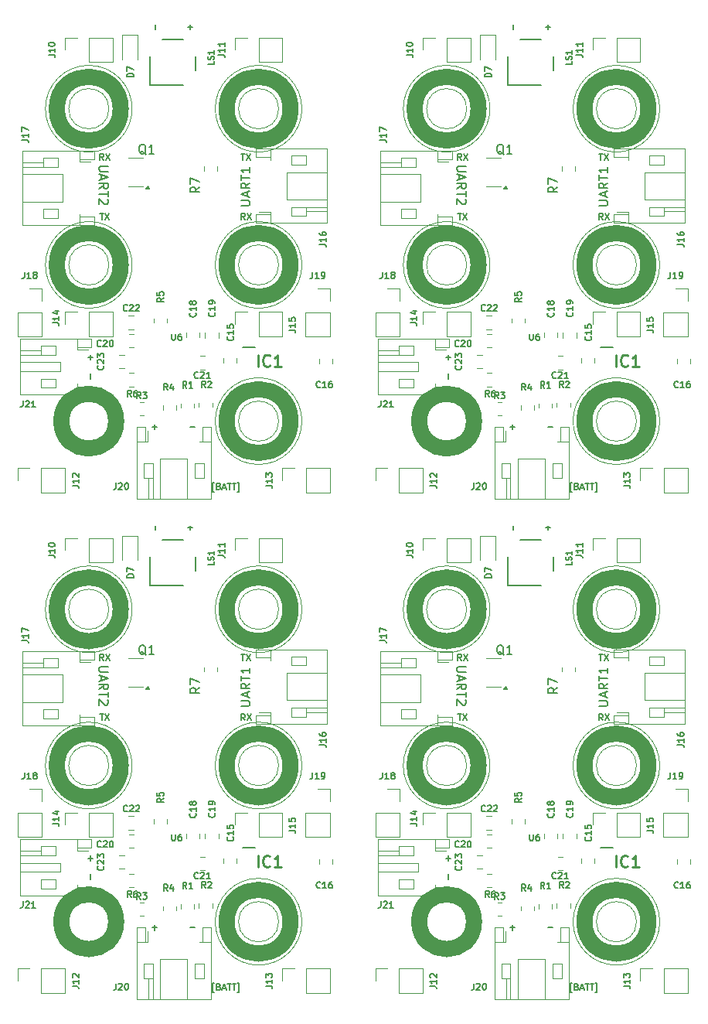
<source format=gbr>
%TF.GenerationSoftware,KiCad,Pcbnew,9.0.1*%
%TF.CreationDate,2025-05-14T16:36:12-05:00*%
%TF.ProjectId,Bottom_layer_Panel,426f7474-6f6d-45f6-9c61-7965725f5061,rev?*%
%TF.SameCoordinates,PX5fa74e0PY8cc3280*%
%TF.FileFunction,Legend,Top*%
%TF.FilePolarity,Positive*%
%FSLAX46Y46*%
G04 Gerber Fmt 4.6, Leading zero omitted, Abs format (unit mm)*
G04 Created by KiCad (PCBNEW 9.0.1) date 2025-05-14 16:36:12*
%MOMM*%
%LPD*%
G01*
G04 APERTURE LIST*
%ADD10C,0.175000*%
%ADD11C,0.200000*%
%ADD12C,0.170000*%
%ADD13C,0.150000*%
%ADD14C,0.254000*%
%ADD15C,0.120000*%
%ADD16C,0.127000*%
%ADD17C,1.800000*%
G04 APERTURE END LIST*
D10*
X58686933Y81326667D02*
X58686933Y80793333D01*
X58420266Y81060000D02*
X58953600Y81060000D01*
X36418333Y96135267D02*
X36185000Y96468600D01*
X36018333Y96135267D02*
X36018333Y96835267D01*
X36018333Y96835267D02*
X36285000Y96835267D01*
X36285000Y96835267D02*
X36351667Y96801934D01*
X36351667Y96801934D02*
X36385000Y96768600D01*
X36385000Y96768600D02*
X36418333Y96701934D01*
X36418333Y96701934D02*
X36418333Y96601934D01*
X36418333Y96601934D02*
X36385000Y96535267D01*
X36385000Y96535267D02*
X36351667Y96501934D01*
X36351667Y96501934D02*
X36285000Y96468600D01*
X36285000Y96468600D02*
X36018333Y96468600D01*
X36651667Y96835267D02*
X37118333Y96135267D01*
X37118333Y96835267D02*
X36651667Y96135267D01*
X75618333Y41335267D02*
X75385000Y41668600D01*
X75218333Y41335267D02*
X75218333Y42035267D01*
X75218333Y42035267D02*
X75485000Y42035267D01*
X75485000Y42035267D02*
X75551667Y42001934D01*
X75551667Y42001934D02*
X75585000Y41968600D01*
X75585000Y41968600D02*
X75618333Y41901934D01*
X75618333Y41901934D02*
X75618333Y41801934D01*
X75618333Y41801934D02*
X75585000Y41735267D01*
X75585000Y41735267D02*
X75551667Y41701934D01*
X75551667Y41701934D02*
X75485000Y41668600D01*
X75485000Y41668600D02*
X75218333Y41668600D01*
X75851667Y42035267D02*
X76318333Y41335267D01*
X76318333Y42035267D02*
X75851667Y41335267D01*
X72241666Y11581934D02*
X72075000Y11581934D01*
X72075000Y11581934D02*
X72075000Y12581934D01*
X72075000Y12581934D02*
X72241666Y12581934D01*
X72741667Y12181934D02*
X72841667Y12148600D01*
X72841667Y12148600D02*
X72875000Y12115267D01*
X72875000Y12115267D02*
X72908333Y12048600D01*
X72908333Y12048600D02*
X72908333Y11948600D01*
X72908333Y11948600D02*
X72875000Y11881934D01*
X72875000Y11881934D02*
X72841667Y11848600D01*
X72841667Y11848600D02*
X72775000Y11815267D01*
X72775000Y11815267D02*
X72508333Y11815267D01*
X72508333Y11815267D02*
X72508333Y12515267D01*
X72508333Y12515267D02*
X72741667Y12515267D01*
X72741667Y12515267D02*
X72808333Y12481934D01*
X72808333Y12481934D02*
X72841667Y12448600D01*
X72841667Y12448600D02*
X72875000Y12381934D01*
X72875000Y12381934D02*
X72875000Y12315267D01*
X72875000Y12315267D02*
X72841667Y12248600D01*
X72841667Y12248600D02*
X72808333Y12215267D01*
X72808333Y12215267D02*
X72741667Y12181934D01*
X72741667Y12181934D02*
X72508333Y12181934D01*
X73175000Y12015267D02*
X73508333Y12015267D01*
X73108333Y11815267D02*
X73341667Y12515267D01*
X73341667Y12515267D02*
X73575000Y11815267D01*
X73708333Y12515267D02*
X74108333Y12515267D01*
X73908333Y11815267D02*
X73908333Y12515267D01*
X74241666Y12515267D02*
X74641666Y12515267D01*
X74441666Y11815267D02*
X74441666Y12515267D01*
X74808333Y11581934D02*
X74974999Y11581934D01*
X74974999Y11581934D02*
X74974999Y12581934D01*
X74974999Y12581934D02*
X74808333Y12581934D01*
D11*
X35962219Y42898572D02*
X36771742Y42898572D01*
X36771742Y42898572D02*
X36866980Y42946191D01*
X36866980Y42946191D02*
X36914600Y42993810D01*
X36914600Y42993810D02*
X36962219Y43089048D01*
X36962219Y43089048D02*
X36962219Y43279524D01*
X36962219Y43279524D02*
X36914600Y43374762D01*
X36914600Y43374762D02*
X36866980Y43422381D01*
X36866980Y43422381D02*
X36771742Y43470000D01*
X36771742Y43470000D02*
X35962219Y43470000D01*
X36676504Y43898572D02*
X36676504Y44374762D01*
X36962219Y43803334D02*
X35962219Y44136667D01*
X35962219Y44136667D02*
X36962219Y44470000D01*
X36962219Y45374762D02*
X36486028Y45041429D01*
X36962219Y44803334D02*
X35962219Y44803334D01*
X35962219Y44803334D02*
X35962219Y45184286D01*
X35962219Y45184286D02*
X36009838Y45279524D01*
X36009838Y45279524D02*
X36057457Y45327143D01*
X36057457Y45327143D02*
X36152695Y45374762D01*
X36152695Y45374762D02*
X36295552Y45374762D01*
X36295552Y45374762D02*
X36390790Y45327143D01*
X36390790Y45327143D02*
X36438409Y45279524D01*
X36438409Y45279524D02*
X36486028Y45184286D01*
X36486028Y45184286D02*
X36486028Y44803334D01*
X35962219Y45660477D02*
X35962219Y46231905D01*
X36962219Y45946191D02*
X35962219Y45946191D01*
X36962219Y47089048D02*
X36962219Y46517620D01*
X36962219Y46803334D02*
X35962219Y46803334D01*
X35962219Y46803334D02*
X36105076Y46708096D01*
X36105076Y46708096D02*
X36200314Y46612858D01*
X36200314Y46612858D02*
X36247933Y46517620D01*
D10*
X36001666Y48585267D02*
X36401666Y48585267D01*
X36201666Y47885267D02*
X36201666Y48585267D01*
X36568333Y48585267D02*
X37034999Y47885267D01*
X37034999Y48585267D02*
X36568333Y47885267D01*
X75618333Y96135267D02*
X75385000Y96468600D01*
X75218333Y96135267D02*
X75218333Y96835267D01*
X75218333Y96835267D02*
X75485000Y96835267D01*
X75485000Y96835267D02*
X75551667Y96801934D01*
X75551667Y96801934D02*
X75585000Y96768600D01*
X75585000Y96768600D02*
X75618333Y96701934D01*
X75618333Y96701934D02*
X75618333Y96601934D01*
X75618333Y96601934D02*
X75585000Y96535267D01*
X75585000Y96535267D02*
X75551667Y96501934D01*
X75551667Y96501934D02*
X75485000Y96468600D01*
X75485000Y96468600D02*
X75218333Y96468600D01*
X75851667Y96835267D02*
X76318333Y96135267D01*
X76318333Y96835267D02*
X75851667Y96135267D01*
D11*
X75162219Y42898572D02*
X75971742Y42898572D01*
X75971742Y42898572D02*
X76066980Y42946191D01*
X76066980Y42946191D02*
X76114600Y42993810D01*
X76114600Y42993810D02*
X76162219Y43089048D01*
X76162219Y43089048D02*
X76162219Y43279524D01*
X76162219Y43279524D02*
X76114600Y43374762D01*
X76114600Y43374762D02*
X76066980Y43422381D01*
X76066980Y43422381D02*
X75971742Y43470000D01*
X75971742Y43470000D02*
X75162219Y43470000D01*
X75876504Y43898572D02*
X75876504Y44374762D01*
X76162219Y43803334D02*
X75162219Y44136667D01*
X75162219Y44136667D02*
X76162219Y44470000D01*
X76162219Y45374762D02*
X75686028Y45041429D01*
X76162219Y44803334D02*
X75162219Y44803334D01*
X75162219Y44803334D02*
X75162219Y45184286D01*
X75162219Y45184286D02*
X75209838Y45279524D01*
X75209838Y45279524D02*
X75257457Y45327143D01*
X75257457Y45327143D02*
X75352695Y45374762D01*
X75352695Y45374762D02*
X75495552Y45374762D01*
X75495552Y45374762D02*
X75590790Y45327143D01*
X75590790Y45327143D02*
X75638409Y45279524D01*
X75638409Y45279524D02*
X75686028Y45184286D01*
X75686028Y45184286D02*
X75686028Y44803334D01*
X75162219Y45660477D02*
X75162219Y46231905D01*
X76162219Y45946191D02*
X75162219Y45946191D01*
X76162219Y47089048D02*
X76162219Y46517620D01*
X76162219Y46803334D02*
X75162219Y46803334D01*
X75162219Y46803334D02*
X75305076Y46708096D01*
X75305076Y46708096D02*
X75400314Y46612858D01*
X75400314Y46612858D02*
X75447933Y46517620D01*
D10*
X30408333Y73441934D02*
X30941667Y73441934D01*
X33041666Y66381934D02*
X32875000Y66381934D01*
X32875000Y66381934D02*
X32875000Y67381934D01*
X32875000Y67381934D02*
X33041666Y67381934D01*
X33541667Y66981934D02*
X33641667Y66948600D01*
X33641667Y66948600D02*
X33675000Y66915267D01*
X33675000Y66915267D02*
X33708333Y66848600D01*
X33708333Y66848600D02*
X33708333Y66748600D01*
X33708333Y66748600D02*
X33675000Y66681934D01*
X33675000Y66681934D02*
X33641667Y66648600D01*
X33641667Y66648600D02*
X33575000Y66615267D01*
X33575000Y66615267D02*
X33308333Y66615267D01*
X33308333Y66615267D02*
X33308333Y67315267D01*
X33308333Y67315267D02*
X33541667Y67315267D01*
X33541667Y67315267D02*
X33608333Y67281934D01*
X33608333Y67281934D02*
X33641667Y67248600D01*
X33641667Y67248600D02*
X33675000Y67181934D01*
X33675000Y67181934D02*
X33675000Y67115267D01*
X33675000Y67115267D02*
X33641667Y67048600D01*
X33641667Y67048600D02*
X33608333Y67015267D01*
X33608333Y67015267D02*
X33541667Y66981934D01*
X33541667Y66981934D02*
X33308333Y66981934D01*
X33975000Y66815267D02*
X34308333Y66815267D01*
X33908333Y66615267D02*
X34141667Y67315267D01*
X34141667Y67315267D02*
X34375000Y66615267D01*
X34508333Y67315267D02*
X34908333Y67315267D01*
X34708333Y66615267D02*
X34708333Y67315267D01*
X35041666Y67315267D02*
X35441666Y67315267D01*
X35241666Y66615267D02*
X35241666Y67315267D01*
X35608333Y66381934D02*
X35774999Y66381934D01*
X35774999Y66381934D02*
X35774999Y67381934D01*
X35774999Y67381934D02*
X35608333Y67381934D01*
X72241666Y66381934D02*
X72075000Y66381934D01*
X72075000Y66381934D02*
X72075000Y67381934D01*
X72075000Y67381934D02*
X72241666Y67381934D01*
X72741667Y66981934D02*
X72841667Y66948600D01*
X72841667Y66948600D02*
X72875000Y66915267D01*
X72875000Y66915267D02*
X72908333Y66848600D01*
X72908333Y66848600D02*
X72908333Y66748600D01*
X72908333Y66748600D02*
X72875000Y66681934D01*
X72875000Y66681934D02*
X72841667Y66648600D01*
X72841667Y66648600D02*
X72775000Y66615267D01*
X72775000Y66615267D02*
X72508333Y66615267D01*
X72508333Y66615267D02*
X72508333Y67315267D01*
X72508333Y67315267D02*
X72741667Y67315267D01*
X72741667Y67315267D02*
X72808333Y67281934D01*
X72808333Y67281934D02*
X72841667Y67248600D01*
X72841667Y67248600D02*
X72875000Y67181934D01*
X72875000Y67181934D02*
X72875000Y67115267D01*
X72875000Y67115267D02*
X72841667Y67048600D01*
X72841667Y67048600D02*
X72808333Y67015267D01*
X72808333Y67015267D02*
X72741667Y66981934D01*
X72741667Y66981934D02*
X72508333Y66981934D01*
X73175000Y66815267D02*
X73508333Y66815267D01*
X73108333Y66615267D02*
X73341667Y67315267D01*
X73341667Y67315267D02*
X73575000Y66615267D01*
X73708333Y67315267D02*
X74108333Y67315267D01*
X73908333Y66615267D02*
X73908333Y67315267D01*
X74241666Y67315267D02*
X74641666Y67315267D01*
X74441666Y66615267D02*
X74441666Y67315267D01*
X74808333Y66381934D02*
X74974999Y66381934D01*
X74974999Y66381934D02*
X74974999Y67381934D01*
X74974999Y67381934D02*
X74808333Y67381934D01*
X60138333Y102685267D02*
X59905000Y103018600D01*
X59738333Y102685267D02*
X59738333Y103385267D01*
X59738333Y103385267D02*
X60005000Y103385267D01*
X60005000Y103385267D02*
X60071667Y103351934D01*
X60071667Y103351934D02*
X60105000Y103318600D01*
X60105000Y103318600D02*
X60138333Y103251934D01*
X60138333Y103251934D02*
X60138333Y103151934D01*
X60138333Y103151934D02*
X60105000Y103085267D01*
X60105000Y103085267D02*
X60071667Y103051934D01*
X60071667Y103051934D02*
X60005000Y103018600D01*
X60005000Y103018600D02*
X59738333Y103018600D01*
X60371667Y103385267D02*
X60838333Y102685267D01*
X60838333Y103385267D02*
X60371667Y102685267D01*
X36418333Y41335267D02*
X36185000Y41668600D01*
X36018333Y41335267D02*
X36018333Y42035267D01*
X36018333Y42035267D02*
X36285000Y42035267D01*
X36285000Y42035267D02*
X36351667Y42001934D01*
X36351667Y42001934D02*
X36385000Y41968600D01*
X36385000Y41968600D02*
X36418333Y41901934D01*
X36418333Y41901934D02*
X36418333Y41801934D01*
X36418333Y41801934D02*
X36385000Y41735267D01*
X36385000Y41735267D02*
X36351667Y41701934D01*
X36351667Y41701934D02*
X36285000Y41668600D01*
X36285000Y41668600D02*
X36018333Y41668600D01*
X36651667Y42035267D02*
X37118333Y41335267D01*
X37118333Y42035267D02*
X36651667Y41335267D01*
X75201666Y103385267D02*
X75601666Y103385267D01*
X75401666Y102685267D02*
X75401666Y103385267D01*
X75768333Y103385267D02*
X76234999Y102685267D01*
X76234999Y103385267D02*
X75768333Y102685267D01*
X20938333Y47885267D02*
X20705000Y48218600D01*
X20538333Y47885267D02*
X20538333Y48585267D01*
X20538333Y48585267D02*
X20805000Y48585267D01*
X20805000Y48585267D02*
X20871667Y48551934D01*
X20871667Y48551934D02*
X20905000Y48518600D01*
X20905000Y48518600D02*
X20938333Y48451934D01*
X20938333Y48451934D02*
X20938333Y48351934D01*
X20938333Y48351934D02*
X20905000Y48285267D01*
X20905000Y48285267D02*
X20871667Y48251934D01*
X20871667Y48251934D02*
X20805000Y48218600D01*
X20805000Y48218600D02*
X20538333Y48218600D01*
X21171667Y48585267D02*
X21638333Y47885267D01*
X21638333Y48585267D02*
X21171667Y47885267D01*
X20521666Y96835267D02*
X20921666Y96835267D01*
X20721666Y96135267D02*
X20721666Y96835267D01*
X21088333Y96835267D02*
X21554999Y96135267D01*
X21554999Y96835267D02*
X21088333Y96135267D01*
X33041666Y11581934D02*
X32875000Y11581934D01*
X32875000Y11581934D02*
X32875000Y12581934D01*
X32875000Y12581934D02*
X33041666Y12581934D01*
X33541667Y12181934D02*
X33641667Y12148600D01*
X33641667Y12148600D02*
X33675000Y12115267D01*
X33675000Y12115267D02*
X33708333Y12048600D01*
X33708333Y12048600D02*
X33708333Y11948600D01*
X33708333Y11948600D02*
X33675000Y11881934D01*
X33675000Y11881934D02*
X33641667Y11848600D01*
X33641667Y11848600D02*
X33575000Y11815267D01*
X33575000Y11815267D02*
X33308333Y11815267D01*
X33308333Y11815267D02*
X33308333Y12515267D01*
X33308333Y12515267D02*
X33541667Y12515267D01*
X33541667Y12515267D02*
X33608333Y12481934D01*
X33608333Y12481934D02*
X33641667Y12448600D01*
X33641667Y12448600D02*
X33675000Y12381934D01*
X33675000Y12381934D02*
X33675000Y12315267D01*
X33675000Y12315267D02*
X33641667Y12248600D01*
X33641667Y12248600D02*
X33608333Y12215267D01*
X33608333Y12215267D02*
X33541667Y12181934D01*
X33541667Y12181934D02*
X33308333Y12181934D01*
X33975000Y12015267D02*
X34308333Y12015267D01*
X33908333Y11815267D02*
X34141667Y12515267D01*
X34141667Y12515267D02*
X34375000Y11815267D01*
X34508333Y12515267D02*
X34908333Y12515267D01*
X34708333Y11815267D02*
X34708333Y12515267D01*
X35041666Y12515267D02*
X35441666Y12515267D01*
X35241666Y11815267D02*
X35241666Y12515267D01*
X35608333Y11581934D02*
X35774999Y11581934D01*
X35774999Y11581934D02*
X35774999Y12581934D01*
X35774999Y12581934D02*
X35608333Y12581934D01*
X20521666Y42035267D02*
X20921666Y42035267D01*
X20721666Y41335267D02*
X20721666Y42035267D01*
X21088333Y42035267D02*
X21554999Y41335267D01*
X21554999Y42035267D02*
X21088333Y41335267D01*
X60138333Y47885267D02*
X59905000Y48218600D01*
X59738333Y47885267D02*
X59738333Y48585267D01*
X59738333Y48585267D02*
X60005000Y48585267D01*
X60005000Y48585267D02*
X60071667Y48551934D01*
X60071667Y48551934D02*
X60105000Y48518600D01*
X60105000Y48518600D02*
X60138333Y48451934D01*
X60138333Y48451934D02*
X60138333Y48351934D01*
X60138333Y48351934D02*
X60105000Y48285267D01*
X60105000Y48285267D02*
X60071667Y48251934D01*
X60071667Y48251934D02*
X60005000Y48218600D01*
X60005000Y48218600D02*
X59738333Y48218600D01*
X60371667Y48585267D02*
X60838333Y47885267D01*
X60838333Y48585267D02*
X60371667Y47885267D01*
X58716933Y24486667D02*
X58716933Y23953333D01*
X59721666Y96835267D02*
X60121666Y96835267D01*
X59921666Y96135267D02*
X59921666Y96835267D01*
X60288333Y96835267D02*
X60754999Y96135267D01*
X60754999Y96835267D02*
X60288333Y96135267D01*
X69608333Y18641934D02*
X70141667Y18641934D01*
X36001666Y103385267D02*
X36401666Y103385267D01*
X36201666Y102685267D02*
X36201666Y103385267D01*
X36568333Y103385267D02*
X37034999Y102685267D01*
X37034999Y103385267D02*
X36568333Y102685267D01*
X20938333Y102685267D02*
X20705000Y103018600D01*
X20538333Y102685267D02*
X20538333Y103385267D01*
X20538333Y103385267D02*
X20805000Y103385267D01*
X20805000Y103385267D02*
X20871667Y103351934D01*
X20871667Y103351934D02*
X20905000Y103318600D01*
X20905000Y103318600D02*
X20938333Y103251934D01*
X20938333Y103251934D02*
X20938333Y103151934D01*
X20938333Y103151934D02*
X20905000Y103085267D01*
X20905000Y103085267D02*
X20871667Y103051934D01*
X20871667Y103051934D02*
X20805000Y103018600D01*
X20805000Y103018600D02*
X20538333Y103018600D01*
X21171667Y103385267D02*
X21638333Y102685267D01*
X21638333Y103385267D02*
X21171667Y102685267D01*
D11*
X75162219Y97698572D02*
X75971742Y97698572D01*
X75971742Y97698572D02*
X76066980Y97746191D01*
X76066980Y97746191D02*
X76114600Y97793810D01*
X76114600Y97793810D02*
X76162219Y97889048D01*
X76162219Y97889048D02*
X76162219Y98079524D01*
X76162219Y98079524D02*
X76114600Y98174762D01*
X76114600Y98174762D02*
X76066980Y98222381D01*
X76066980Y98222381D02*
X75971742Y98270000D01*
X75971742Y98270000D02*
X75162219Y98270000D01*
X75876504Y98698572D02*
X75876504Y99174762D01*
X76162219Y98603334D02*
X75162219Y98936667D01*
X75162219Y98936667D02*
X76162219Y99270000D01*
X76162219Y100174762D02*
X75686028Y99841429D01*
X76162219Y99603334D02*
X75162219Y99603334D01*
X75162219Y99603334D02*
X75162219Y99984286D01*
X75162219Y99984286D02*
X75209838Y100079524D01*
X75209838Y100079524D02*
X75257457Y100127143D01*
X75257457Y100127143D02*
X75352695Y100174762D01*
X75352695Y100174762D02*
X75495552Y100174762D01*
X75495552Y100174762D02*
X75590790Y100127143D01*
X75590790Y100127143D02*
X75638409Y100079524D01*
X75638409Y100079524D02*
X75686028Y99984286D01*
X75686028Y99984286D02*
X75686028Y99603334D01*
X75162219Y100460477D02*
X75162219Y101031905D01*
X76162219Y100746191D02*
X75162219Y100746191D01*
X76162219Y101889048D02*
X76162219Y101317620D01*
X76162219Y101603334D02*
X75162219Y101603334D01*
X75162219Y101603334D02*
X75305076Y101508096D01*
X75305076Y101508096D02*
X75400314Y101412858D01*
X75400314Y101412858D02*
X75447933Y101317620D01*
D10*
X58716933Y79286667D02*
X58716933Y78753333D01*
X26218333Y18641934D02*
X26751667Y18641934D01*
X26485000Y18375267D02*
X26485000Y18908600D01*
X19516933Y79286667D02*
X19516933Y78753333D01*
X69608333Y73441934D02*
X70141667Y73441934D01*
X65418333Y73441934D02*
X65951667Y73441934D01*
X65685000Y73175267D02*
X65685000Y73708600D01*
X26218333Y73441934D02*
X26751667Y73441934D01*
X26485000Y73175267D02*
X26485000Y73708600D01*
D11*
X21417780Y102011429D02*
X20608257Y102011429D01*
X20608257Y102011429D02*
X20513019Y101963810D01*
X20513019Y101963810D02*
X20465400Y101916191D01*
X20465400Y101916191D02*
X20417780Y101820953D01*
X20417780Y101820953D02*
X20417780Y101630477D01*
X20417780Y101630477D02*
X20465400Y101535239D01*
X20465400Y101535239D02*
X20513019Y101487620D01*
X20513019Y101487620D02*
X20608257Y101440001D01*
X20608257Y101440001D02*
X21417780Y101440001D01*
X20703495Y101011429D02*
X20703495Y100535239D01*
X20417780Y101106667D02*
X21417780Y100773334D01*
X21417780Y100773334D02*
X20417780Y100440001D01*
X20417780Y99535239D02*
X20893971Y99868572D01*
X20417780Y100106667D02*
X21417780Y100106667D01*
X21417780Y100106667D02*
X21417780Y99725715D01*
X21417780Y99725715D02*
X21370161Y99630477D01*
X21370161Y99630477D02*
X21322542Y99582858D01*
X21322542Y99582858D02*
X21227304Y99535239D01*
X21227304Y99535239D02*
X21084447Y99535239D01*
X21084447Y99535239D02*
X20989209Y99582858D01*
X20989209Y99582858D02*
X20941590Y99630477D01*
X20941590Y99630477D02*
X20893971Y99725715D01*
X20893971Y99725715D02*
X20893971Y100106667D01*
X21417780Y99249524D02*
X21417780Y98678096D01*
X20417780Y98963810D02*
X21417780Y98963810D01*
X21322542Y98392381D02*
X21370161Y98344762D01*
X21370161Y98344762D02*
X21417780Y98249524D01*
X21417780Y98249524D02*
X21417780Y98011429D01*
X21417780Y98011429D02*
X21370161Y97916191D01*
X21370161Y97916191D02*
X21322542Y97868572D01*
X21322542Y97868572D02*
X21227304Y97820953D01*
X21227304Y97820953D02*
X21132066Y97820953D01*
X21132066Y97820953D02*
X20989209Y97868572D01*
X20989209Y97868572D02*
X20417780Y98440000D01*
X20417780Y98440000D02*
X20417780Y97820953D01*
D10*
X19486933Y26526667D02*
X19486933Y25993333D01*
X19220266Y26260000D02*
X19753600Y26260000D01*
X30408333Y18641934D02*
X30941667Y18641934D01*
D11*
X60617780Y102011429D02*
X59808257Y102011429D01*
X59808257Y102011429D02*
X59713019Y101963810D01*
X59713019Y101963810D02*
X59665400Y101916191D01*
X59665400Y101916191D02*
X59617780Y101820953D01*
X59617780Y101820953D02*
X59617780Y101630477D01*
X59617780Y101630477D02*
X59665400Y101535239D01*
X59665400Y101535239D02*
X59713019Y101487620D01*
X59713019Y101487620D02*
X59808257Y101440001D01*
X59808257Y101440001D02*
X60617780Y101440001D01*
X59903495Y101011429D02*
X59903495Y100535239D01*
X59617780Y101106667D02*
X60617780Y100773334D01*
X60617780Y100773334D02*
X59617780Y100440001D01*
X59617780Y99535239D02*
X60093971Y99868572D01*
X59617780Y100106667D02*
X60617780Y100106667D01*
X60617780Y100106667D02*
X60617780Y99725715D01*
X60617780Y99725715D02*
X60570161Y99630477D01*
X60570161Y99630477D02*
X60522542Y99582858D01*
X60522542Y99582858D02*
X60427304Y99535239D01*
X60427304Y99535239D02*
X60284447Y99535239D01*
X60284447Y99535239D02*
X60189209Y99582858D01*
X60189209Y99582858D02*
X60141590Y99630477D01*
X60141590Y99630477D02*
X60093971Y99725715D01*
X60093971Y99725715D02*
X60093971Y100106667D01*
X60617780Y99249524D02*
X60617780Y98678096D01*
X59617780Y98963810D02*
X60617780Y98963810D01*
X60522542Y98392381D02*
X60570161Y98344762D01*
X60570161Y98344762D02*
X60617780Y98249524D01*
X60617780Y98249524D02*
X60617780Y98011429D01*
X60617780Y98011429D02*
X60570161Y97916191D01*
X60570161Y97916191D02*
X60522542Y97868572D01*
X60522542Y97868572D02*
X60427304Y97820953D01*
X60427304Y97820953D02*
X60332066Y97820953D01*
X60332066Y97820953D02*
X60189209Y97868572D01*
X60189209Y97868572D02*
X59617780Y98440000D01*
X59617780Y98440000D02*
X59617780Y97820953D01*
D10*
X59721666Y42035267D02*
X60121666Y42035267D01*
X59921666Y41335267D02*
X59921666Y42035267D01*
X60288333Y42035267D02*
X60754999Y41335267D01*
X60754999Y42035267D02*
X60288333Y41335267D01*
X19486933Y81326667D02*
X19486933Y80793333D01*
X19220266Y81060000D02*
X19753600Y81060000D01*
X75201666Y48585267D02*
X75601666Y48585267D01*
X75401666Y47885267D02*
X75401666Y48585267D01*
X75768333Y48585267D02*
X76234999Y47885267D01*
X76234999Y48585267D02*
X75768333Y47885267D01*
D11*
X60617780Y47211429D02*
X59808257Y47211429D01*
X59808257Y47211429D02*
X59713019Y47163810D01*
X59713019Y47163810D02*
X59665400Y47116191D01*
X59665400Y47116191D02*
X59617780Y47020953D01*
X59617780Y47020953D02*
X59617780Y46830477D01*
X59617780Y46830477D02*
X59665400Y46735239D01*
X59665400Y46735239D02*
X59713019Y46687620D01*
X59713019Y46687620D02*
X59808257Y46640001D01*
X59808257Y46640001D02*
X60617780Y46640001D01*
X59903495Y46211429D02*
X59903495Y45735239D01*
X59617780Y46306667D02*
X60617780Y45973334D01*
X60617780Y45973334D02*
X59617780Y45640001D01*
X59617780Y44735239D02*
X60093971Y45068572D01*
X59617780Y45306667D02*
X60617780Y45306667D01*
X60617780Y45306667D02*
X60617780Y44925715D01*
X60617780Y44925715D02*
X60570161Y44830477D01*
X60570161Y44830477D02*
X60522542Y44782858D01*
X60522542Y44782858D02*
X60427304Y44735239D01*
X60427304Y44735239D02*
X60284447Y44735239D01*
X60284447Y44735239D02*
X60189209Y44782858D01*
X60189209Y44782858D02*
X60141590Y44830477D01*
X60141590Y44830477D02*
X60093971Y44925715D01*
X60093971Y44925715D02*
X60093971Y45306667D01*
X60617780Y44449524D02*
X60617780Y43878096D01*
X59617780Y44163810D02*
X60617780Y44163810D01*
X60522542Y43592381D02*
X60570161Y43544762D01*
X60570161Y43544762D02*
X60617780Y43449524D01*
X60617780Y43449524D02*
X60617780Y43211429D01*
X60617780Y43211429D02*
X60570161Y43116191D01*
X60570161Y43116191D02*
X60522542Y43068572D01*
X60522542Y43068572D02*
X60427304Y43020953D01*
X60427304Y43020953D02*
X60332066Y43020953D01*
X60332066Y43020953D02*
X60189209Y43068572D01*
X60189209Y43068572D02*
X59617780Y43640000D01*
X59617780Y43640000D02*
X59617780Y43020953D01*
X21417780Y47211429D02*
X20608257Y47211429D01*
X20608257Y47211429D02*
X20513019Y47163810D01*
X20513019Y47163810D02*
X20465400Y47116191D01*
X20465400Y47116191D02*
X20417780Y47020953D01*
X20417780Y47020953D02*
X20417780Y46830477D01*
X20417780Y46830477D02*
X20465400Y46735239D01*
X20465400Y46735239D02*
X20513019Y46687620D01*
X20513019Y46687620D02*
X20608257Y46640001D01*
X20608257Y46640001D02*
X21417780Y46640001D01*
X20703495Y46211429D02*
X20703495Y45735239D01*
X20417780Y46306667D02*
X21417780Y45973334D01*
X21417780Y45973334D02*
X20417780Y45640001D01*
X20417780Y44735239D02*
X20893971Y45068572D01*
X20417780Y45306667D02*
X21417780Y45306667D01*
X21417780Y45306667D02*
X21417780Y44925715D01*
X21417780Y44925715D02*
X21370161Y44830477D01*
X21370161Y44830477D02*
X21322542Y44782858D01*
X21322542Y44782858D02*
X21227304Y44735239D01*
X21227304Y44735239D02*
X21084447Y44735239D01*
X21084447Y44735239D02*
X20989209Y44782858D01*
X20989209Y44782858D02*
X20941590Y44830477D01*
X20941590Y44830477D02*
X20893971Y44925715D01*
X20893971Y44925715D02*
X20893971Y45306667D01*
X21417780Y44449524D02*
X21417780Y43878096D01*
X20417780Y44163810D02*
X21417780Y44163810D01*
X21322542Y43592381D02*
X21370161Y43544762D01*
X21370161Y43544762D02*
X21417780Y43449524D01*
X21417780Y43449524D02*
X21417780Y43211429D01*
X21417780Y43211429D02*
X21370161Y43116191D01*
X21370161Y43116191D02*
X21322542Y43068572D01*
X21322542Y43068572D02*
X21227304Y43020953D01*
X21227304Y43020953D02*
X21132066Y43020953D01*
X21132066Y43020953D02*
X20989209Y43068572D01*
X20989209Y43068572D02*
X20417780Y43640000D01*
X20417780Y43640000D02*
X20417780Y43020953D01*
D10*
X58686933Y26526667D02*
X58686933Y25993333D01*
X58420266Y26260000D02*
X58953600Y26260000D01*
X19516933Y24486667D02*
X19516933Y23953333D01*
X65418333Y18641934D02*
X65951667Y18641934D01*
X65685000Y18375267D02*
X65685000Y18908600D01*
D11*
X35962219Y97698572D02*
X36771742Y97698572D01*
X36771742Y97698572D02*
X36866980Y97746191D01*
X36866980Y97746191D02*
X36914600Y97793810D01*
X36914600Y97793810D02*
X36962219Y97889048D01*
X36962219Y97889048D02*
X36962219Y98079524D01*
X36962219Y98079524D02*
X36914600Y98174762D01*
X36914600Y98174762D02*
X36866980Y98222381D01*
X36866980Y98222381D02*
X36771742Y98270000D01*
X36771742Y98270000D02*
X35962219Y98270000D01*
X36676504Y98698572D02*
X36676504Y99174762D01*
X36962219Y98603334D02*
X35962219Y98936667D01*
X35962219Y98936667D02*
X36962219Y99270000D01*
X36962219Y100174762D02*
X36486028Y99841429D01*
X36962219Y99603334D02*
X35962219Y99603334D01*
X35962219Y99603334D02*
X35962219Y99984286D01*
X35962219Y99984286D02*
X36009838Y100079524D01*
X36009838Y100079524D02*
X36057457Y100127143D01*
X36057457Y100127143D02*
X36152695Y100174762D01*
X36152695Y100174762D02*
X36295552Y100174762D01*
X36295552Y100174762D02*
X36390790Y100127143D01*
X36390790Y100127143D02*
X36438409Y100079524D01*
X36438409Y100079524D02*
X36486028Y99984286D01*
X36486028Y99984286D02*
X36486028Y99603334D01*
X35962219Y100460477D02*
X35962219Y101031905D01*
X36962219Y100746191D02*
X35962219Y100746191D01*
X36962219Y101889048D02*
X36962219Y101317620D01*
X36962219Y101603334D02*
X35962219Y101603334D01*
X35962219Y101603334D02*
X36105076Y101508096D01*
X36105076Y101508096D02*
X36200314Y101412858D01*
X36200314Y101412858D02*
X36247933Y101317620D01*
D12*
X11984993Y104873334D02*
X12484993Y104873334D01*
X12484993Y104873334D02*
X12584993Y104840001D01*
X12584993Y104840001D02*
X12651660Y104773334D01*
X12651660Y104773334D02*
X12684993Y104673334D01*
X12684993Y104673334D02*
X12684993Y104606667D01*
X12684993Y105573334D02*
X12684993Y105173334D01*
X12684993Y105373334D02*
X11984993Y105373334D01*
X11984993Y105373334D02*
X12084993Y105306667D01*
X12084993Y105306667D02*
X12151660Y105240000D01*
X12151660Y105240000D02*
X12184993Y105173334D01*
X11984993Y105806667D02*
X11984993Y106273334D01*
X11984993Y106273334D02*
X12684993Y105973334D01*
D13*
X70639819Y99733334D02*
X70163628Y99400001D01*
X70639819Y99161906D02*
X69639819Y99161906D01*
X69639819Y99161906D02*
X69639819Y99542858D01*
X69639819Y99542858D02*
X69687438Y99638096D01*
X69687438Y99638096D02*
X69735057Y99685715D01*
X69735057Y99685715D02*
X69830295Y99733334D01*
X69830295Y99733334D02*
X69973152Y99733334D01*
X69973152Y99733334D02*
X70068390Y99685715D01*
X70068390Y99685715D02*
X70116009Y99638096D01*
X70116009Y99638096D02*
X70163628Y99542858D01*
X70163628Y99542858D02*
X70163628Y99161906D01*
X69639819Y100066668D02*
X69639819Y100733334D01*
X69639819Y100733334D02*
X70639819Y100304763D01*
D12*
X12083333Y76325007D02*
X12083333Y75825007D01*
X12083333Y75825007D02*
X12050000Y75725007D01*
X12050000Y75725007D02*
X11983333Y75658340D01*
X11983333Y75658340D02*
X11883333Y75625007D01*
X11883333Y75625007D02*
X11816667Y75625007D01*
X12383333Y76258340D02*
X12416666Y76291674D01*
X12416666Y76291674D02*
X12483333Y76325007D01*
X12483333Y76325007D02*
X12650000Y76325007D01*
X12650000Y76325007D02*
X12716666Y76291674D01*
X12716666Y76291674D02*
X12750000Y76258340D01*
X12750000Y76258340D02*
X12783333Y76191674D01*
X12783333Y76191674D02*
X12783333Y76125007D01*
X12783333Y76125007D02*
X12750000Y76025007D01*
X12750000Y76025007D02*
X12350000Y75625007D01*
X12350000Y75625007D02*
X12783333Y75625007D01*
X13450000Y75625007D02*
X13050000Y75625007D01*
X13250000Y75625007D02*
X13250000Y76325007D01*
X13250000Y76325007D02*
X13183333Y76225007D01*
X13183333Y76225007D02*
X13116667Y76158340D01*
X13116667Y76158340D02*
X13050000Y76125007D01*
X83003333Y90425007D02*
X83003333Y89925007D01*
X83003333Y89925007D02*
X82970000Y89825007D01*
X82970000Y89825007D02*
X82903333Y89758340D01*
X82903333Y89758340D02*
X82803333Y89725007D01*
X82803333Y89725007D02*
X82736667Y89725007D01*
X83703333Y89725007D02*
X83303333Y89725007D01*
X83503333Y89725007D02*
X83503333Y90425007D01*
X83503333Y90425007D02*
X83436666Y90325007D01*
X83436666Y90325007D02*
X83370000Y90258340D01*
X83370000Y90258340D02*
X83303333Y90225007D01*
X84036667Y89725007D02*
X84170000Y89725007D01*
X84170000Y89725007D02*
X84236667Y89758340D01*
X84236667Y89758340D02*
X84270000Y89791674D01*
X84270000Y89791674D02*
X84336667Y89891674D01*
X84336667Y89891674D02*
X84370000Y90025007D01*
X84370000Y90025007D02*
X84370000Y90291674D01*
X84370000Y90291674D02*
X84336667Y90358340D01*
X84336667Y90358340D02*
X84303333Y90391674D01*
X84303333Y90391674D02*
X84236667Y90425007D01*
X84236667Y90425007D02*
X84103333Y90425007D01*
X84103333Y90425007D02*
X84036667Y90391674D01*
X84036667Y90391674D02*
X84003333Y90358340D01*
X84003333Y90358340D02*
X83970000Y90291674D01*
X83970000Y90291674D02*
X83970000Y90125007D01*
X83970000Y90125007D02*
X84003333Y90058340D01*
X84003333Y90058340D02*
X84036667Y90025007D01*
X84036667Y90025007D02*
X84103333Y89991674D01*
X84103333Y89991674D02*
X84236667Y89991674D01*
X84236667Y89991674D02*
X84303333Y90025007D01*
X84303333Y90025007D02*
X84336667Y90058340D01*
X84336667Y90058340D02*
X84370000Y90125007D01*
X54084993Y114193334D02*
X54584993Y114193334D01*
X54584993Y114193334D02*
X54684993Y114160001D01*
X54684993Y114160001D02*
X54751660Y114093334D01*
X54751660Y114093334D02*
X54784993Y113993334D01*
X54784993Y113993334D02*
X54784993Y113926667D01*
X54784993Y114893334D02*
X54784993Y114493334D01*
X54784993Y114693334D02*
X54084993Y114693334D01*
X54084993Y114693334D02*
X54184993Y114626667D01*
X54184993Y114626667D02*
X54251660Y114560000D01*
X54251660Y114560000D02*
X54284993Y114493334D01*
X54084993Y115326667D02*
X54084993Y115393334D01*
X54084993Y115393334D02*
X54118326Y115460001D01*
X54118326Y115460001D02*
X54151660Y115493334D01*
X54151660Y115493334D02*
X54218326Y115526667D01*
X54218326Y115526667D02*
X54351660Y115560001D01*
X54351660Y115560001D02*
X54518326Y115560001D01*
X54518326Y115560001D02*
X54651660Y115526667D01*
X54651660Y115526667D02*
X54718326Y115493334D01*
X54718326Y115493334D02*
X54751660Y115460001D01*
X54751660Y115460001D02*
X54784993Y115393334D01*
X54784993Y115393334D02*
X54784993Y115326667D01*
X54784993Y115326667D02*
X54751660Y115260001D01*
X54751660Y115260001D02*
X54718326Y115226667D01*
X54718326Y115226667D02*
X54651660Y115193334D01*
X54651660Y115193334D02*
X54518326Y115160001D01*
X54518326Y115160001D02*
X54351660Y115160001D01*
X54351660Y115160001D02*
X54218326Y115193334D01*
X54218326Y115193334D02*
X54151660Y115226667D01*
X54151660Y115226667D02*
X54118326Y115260001D01*
X54118326Y115260001D02*
X54084993Y115326667D01*
X72684993Y59393334D02*
X73184993Y59393334D01*
X73184993Y59393334D02*
X73284993Y59360001D01*
X73284993Y59360001D02*
X73351660Y59293334D01*
X73351660Y59293334D02*
X73384993Y59193334D01*
X73384993Y59193334D02*
X73384993Y59126667D01*
X73384993Y60093334D02*
X73384993Y59693334D01*
X73384993Y59893334D02*
X72684993Y59893334D01*
X72684993Y59893334D02*
X72784993Y59826667D01*
X72784993Y59826667D02*
X72851660Y59760000D01*
X72851660Y59760000D02*
X72884993Y59693334D01*
X73384993Y60760001D02*
X73384993Y60360001D01*
X73384993Y60560001D02*
X72684993Y60560001D01*
X72684993Y60560001D02*
X72784993Y60493334D01*
X72784993Y60493334D02*
X72851660Y60426667D01*
X72851660Y60426667D02*
X72884993Y60360001D01*
X66694993Y32783334D02*
X66361660Y32550001D01*
X66694993Y32383334D02*
X65994993Y32383334D01*
X65994993Y32383334D02*
X65994993Y32650001D01*
X65994993Y32650001D02*
X66028326Y32716667D01*
X66028326Y32716667D02*
X66061660Y32750001D01*
X66061660Y32750001D02*
X66128326Y32783334D01*
X66128326Y32783334D02*
X66228326Y32783334D01*
X66228326Y32783334D02*
X66294993Y32750001D01*
X66294993Y32750001D02*
X66328326Y32716667D01*
X66328326Y32716667D02*
X66361660Y32650001D01*
X66361660Y32650001D02*
X66361660Y32383334D01*
X65994993Y33416667D02*
X65994993Y33083334D01*
X65994993Y33083334D02*
X66328326Y33050001D01*
X66328326Y33050001D02*
X66294993Y33083334D01*
X66294993Y33083334D02*
X66261660Y33150001D01*
X66261660Y33150001D02*
X66261660Y33316667D01*
X66261660Y33316667D02*
X66294993Y33383334D01*
X66294993Y33383334D02*
X66328326Y33416667D01*
X66328326Y33416667D02*
X66394993Y33450001D01*
X66394993Y33450001D02*
X66561660Y33450001D01*
X66561660Y33450001D02*
X66628326Y33416667D01*
X66628326Y33416667D02*
X66661660Y33383334D01*
X66661660Y33383334D02*
X66694993Y33316667D01*
X66694993Y33316667D02*
X66694993Y33150001D01*
X66694993Y33150001D02*
X66661660Y33083334D01*
X66661660Y33083334D02*
X66628326Y33050001D01*
X44584993Y38653334D02*
X45084993Y38653334D01*
X45084993Y38653334D02*
X45184993Y38620001D01*
X45184993Y38620001D02*
X45251660Y38553334D01*
X45251660Y38553334D02*
X45284993Y38453334D01*
X45284993Y38453334D02*
X45284993Y38386667D01*
X45284993Y39353334D02*
X45284993Y38953334D01*
X45284993Y39153334D02*
X44584993Y39153334D01*
X44584993Y39153334D02*
X44684993Y39086667D01*
X44684993Y39086667D02*
X44751660Y39020000D01*
X44751660Y39020000D02*
X44784993Y38953334D01*
X44584993Y39953334D02*
X44584993Y39820001D01*
X44584993Y39820001D02*
X44618326Y39753334D01*
X44618326Y39753334D02*
X44651660Y39720001D01*
X44651660Y39720001D02*
X44751660Y39653334D01*
X44751660Y39653334D02*
X44884993Y39620001D01*
X44884993Y39620001D02*
X45151660Y39620001D01*
X45151660Y39620001D02*
X45218326Y39653334D01*
X45218326Y39653334D02*
X45251660Y39686667D01*
X45251660Y39686667D02*
X45284993Y39753334D01*
X45284993Y39753334D02*
X45284993Y39886667D01*
X45284993Y39886667D02*
X45251660Y39953334D01*
X45251660Y39953334D02*
X45218326Y39986667D01*
X45218326Y39986667D02*
X45151660Y40020001D01*
X45151660Y40020001D02*
X44984993Y40020001D01*
X44984993Y40020001D02*
X44918326Y39986667D01*
X44918326Y39986667D02*
X44884993Y39953334D01*
X44884993Y39953334D02*
X44851660Y39886667D01*
X44851660Y39886667D02*
X44851660Y39753334D01*
X44851660Y39753334D02*
X44884993Y39686667D01*
X44884993Y39686667D02*
X44918326Y39653334D01*
X44918326Y39653334D02*
X44984993Y39620001D01*
X51283333Y21525007D02*
X51283333Y21025007D01*
X51283333Y21025007D02*
X51250000Y20925007D01*
X51250000Y20925007D02*
X51183333Y20858340D01*
X51183333Y20858340D02*
X51083333Y20825007D01*
X51083333Y20825007D02*
X51016667Y20825007D01*
X51583333Y21458340D02*
X51616666Y21491674D01*
X51616666Y21491674D02*
X51683333Y21525007D01*
X51683333Y21525007D02*
X51850000Y21525007D01*
X51850000Y21525007D02*
X51916666Y21491674D01*
X51916666Y21491674D02*
X51950000Y21458340D01*
X51950000Y21458340D02*
X51983333Y21391674D01*
X51983333Y21391674D02*
X51983333Y21325007D01*
X51983333Y21325007D02*
X51950000Y21225007D01*
X51950000Y21225007D02*
X51550000Y20825007D01*
X51550000Y20825007D02*
X51983333Y20825007D01*
X52650000Y20825007D02*
X52250000Y20825007D01*
X52450000Y20825007D02*
X52450000Y21525007D01*
X52450000Y21525007D02*
X52383333Y21425007D01*
X52383333Y21425007D02*
X52316667Y21358340D01*
X52316667Y21358340D02*
X52250000Y21325007D01*
X11984993Y50073334D02*
X12484993Y50073334D01*
X12484993Y50073334D02*
X12584993Y50040001D01*
X12584993Y50040001D02*
X12651660Y49973334D01*
X12651660Y49973334D02*
X12684993Y49873334D01*
X12684993Y49873334D02*
X12684993Y49806667D01*
X12684993Y50773334D02*
X12684993Y50373334D01*
X12684993Y50573334D02*
X11984993Y50573334D01*
X11984993Y50573334D02*
X12084993Y50506667D01*
X12084993Y50506667D02*
X12151660Y50440000D01*
X12151660Y50440000D02*
X12184993Y50373334D01*
X11984993Y51006667D02*
X11984993Y51473334D01*
X11984993Y51473334D02*
X12684993Y51173334D01*
X20883326Y80170000D02*
X20916660Y80136667D01*
X20916660Y80136667D02*
X20949993Y80036667D01*
X20949993Y80036667D02*
X20949993Y79970000D01*
X20949993Y79970000D02*
X20916660Y79870000D01*
X20916660Y79870000D02*
X20849993Y79803333D01*
X20849993Y79803333D02*
X20783326Y79770000D01*
X20783326Y79770000D02*
X20649993Y79736667D01*
X20649993Y79736667D02*
X20549993Y79736667D01*
X20549993Y79736667D02*
X20416660Y79770000D01*
X20416660Y79770000D02*
X20349993Y79803333D01*
X20349993Y79803333D02*
X20283326Y79870000D01*
X20283326Y79870000D02*
X20249993Y79970000D01*
X20249993Y79970000D02*
X20249993Y80036667D01*
X20249993Y80036667D02*
X20283326Y80136667D01*
X20283326Y80136667D02*
X20316660Y80170000D01*
X20316660Y80436667D02*
X20283326Y80470000D01*
X20283326Y80470000D02*
X20249993Y80536667D01*
X20249993Y80536667D02*
X20249993Y80703333D01*
X20249993Y80703333D02*
X20283326Y80770000D01*
X20283326Y80770000D02*
X20316660Y80803333D01*
X20316660Y80803333D02*
X20383326Y80836667D01*
X20383326Y80836667D02*
X20449993Y80836667D01*
X20449993Y80836667D02*
X20549993Y80803333D01*
X20549993Y80803333D02*
X20949993Y80403333D01*
X20949993Y80403333D02*
X20949993Y80836667D01*
X20249993Y81070000D02*
X20249993Y81503334D01*
X20249993Y81503334D02*
X20516660Y81270000D01*
X20516660Y81270000D02*
X20516660Y81370000D01*
X20516660Y81370000D02*
X20549993Y81436667D01*
X20549993Y81436667D02*
X20583326Y81470000D01*
X20583326Y81470000D02*
X20649993Y81503334D01*
X20649993Y81503334D02*
X20816660Y81503334D01*
X20816660Y81503334D02*
X20883326Y81470000D01*
X20883326Y81470000D02*
X20916660Y81436667D01*
X20916660Y81436667D02*
X20949993Y81370000D01*
X20949993Y81370000D02*
X20949993Y81170000D01*
X20949993Y81170000D02*
X20916660Y81103334D01*
X20916660Y81103334D02*
X20883326Y81070000D01*
X43803333Y90425007D02*
X43803333Y89925007D01*
X43803333Y89925007D02*
X43770000Y89825007D01*
X43770000Y89825007D02*
X43703333Y89758340D01*
X43703333Y89758340D02*
X43603333Y89725007D01*
X43603333Y89725007D02*
X43536667Y89725007D01*
X44503333Y89725007D02*
X44103333Y89725007D01*
X44303333Y89725007D02*
X44303333Y90425007D01*
X44303333Y90425007D02*
X44236666Y90325007D01*
X44236666Y90325007D02*
X44170000Y90258340D01*
X44170000Y90258340D02*
X44103333Y90225007D01*
X44836667Y89725007D02*
X44970000Y89725007D01*
X44970000Y89725007D02*
X45036667Y89758340D01*
X45036667Y89758340D02*
X45070000Y89791674D01*
X45070000Y89791674D02*
X45136667Y89891674D01*
X45136667Y89891674D02*
X45170000Y90025007D01*
X45170000Y90025007D02*
X45170000Y90291674D01*
X45170000Y90291674D02*
X45136667Y90358340D01*
X45136667Y90358340D02*
X45103333Y90391674D01*
X45103333Y90391674D02*
X45036667Y90425007D01*
X45036667Y90425007D02*
X44903333Y90425007D01*
X44903333Y90425007D02*
X44836667Y90391674D01*
X44836667Y90391674D02*
X44803333Y90358340D01*
X44803333Y90358340D02*
X44770000Y90291674D01*
X44770000Y90291674D02*
X44770000Y90125007D01*
X44770000Y90125007D02*
X44803333Y90058340D01*
X44803333Y90058340D02*
X44836667Y90025007D01*
X44836667Y90025007D02*
X44903333Y89991674D01*
X44903333Y89991674D02*
X45036667Y89991674D01*
X45036667Y89991674D02*
X45103333Y90025007D01*
X45103333Y90025007D02*
X45136667Y90058340D01*
X45136667Y90058340D02*
X45170000Y90125007D01*
X67586666Y83665007D02*
X67586666Y83098340D01*
X67586666Y83098340D02*
X67620000Y83031674D01*
X67620000Y83031674D02*
X67653333Y82998340D01*
X67653333Y82998340D02*
X67720000Y82965007D01*
X67720000Y82965007D02*
X67853333Y82965007D01*
X67853333Y82965007D02*
X67920000Y82998340D01*
X67920000Y82998340D02*
X67953333Y83031674D01*
X67953333Y83031674D02*
X67986666Y83098340D01*
X67986666Y83098340D02*
X67986666Y83665007D01*
X68619999Y83665007D02*
X68486666Y83665007D01*
X68486666Y83665007D02*
X68419999Y83631674D01*
X68419999Y83631674D02*
X68386666Y83598340D01*
X68386666Y83598340D02*
X68319999Y83498340D01*
X68319999Y83498340D02*
X68286666Y83365007D01*
X68286666Y83365007D02*
X68286666Y83098340D01*
X68286666Y83098340D02*
X68319999Y83031674D01*
X68319999Y83031674D02*
X68353333Y82998340D01*
X68353333Y82998340D02*
X68419999Y82965007D01*
X68419999Y82965007D02*
X68553333Y82965007D01*
X68553333Y82965007D02*
X68619999Y82998340D01*
X68619999Y82998340D02*
X68653333Y83031674D01*
X68653333Y83031674D02*
X68686666Y83098340D01*
X68686666Y83098340D02*
X68686666Y83265007D01*
X68686666Y83265007D02*
X68653333Y83331674D01*
X68653333Y83331674D02*
X68619999Y83365007D01*
X68619999Y83365007D02*
X68553333Y83398340D01*
X68553333Y83398340D02*
X68419999Y83398340D01*
X68419999Y83398340D02*
X68353333Y83365007D01*
X68353333Y83365007D02*
X68319999Y83331674D01*
X68319999Y83331674D02*
X68286666Y83265007D01*
X59839999Y27521674D02*
X59806666Y27488340D01*
X59806666Y27488340D02*
X59706666Y27455007D01*
X59706666Y27455007D02*
X59639999Y27455007D01*
X59639999Y27455007D02*
X59539999Y27488340D01*
X59539999Y27488340D02*
X59473333Y27555007D01*
X59473333Y27555007D02*
X59439999Y27621674D01*
X59439999Y27621674D02*
X59406666Y27755007D01*
X59406666Y27755007D02*
X59406666Y27855007D01*
X59406666Y27855007D02*
X59439999Y27988340D01*
X59439999Y27988340D02*
X59473333Y28055007D01*
X59473333Y28055007D02*
X59539999Y28121674D01*
X59539999Y28121674D02*
X59639999Y28155007D01*
X59639999Y28155007D02*
X59706666Y28155007D01*
X59706666Y28155007D02*
X59806666Y28121674D01*
X59806666Y28121674D02*
X59839999Y28088340D01*
X60106666Y28088340D02*
X60139999Y28121674D01*
X60139999Y28121674D02*
X60206666Y28155007D01*
X60206666Y28155007D02*
X60373333Y28155007D01*
X60373333Y28155007D02*
X60439999Y28121674D01*
X60439999Y28121674D02*
X60473333Y28088340D01*
X60473333Y28088340D02*
X60506666Y28021674D01*
X60506666Y28021674D02*
X60506666Y27955007D01*
X60506666Y27955007D02*
X60473333Y27855007D01*
X60473333Y27855007D02*
X60073333Y27455007D01*
X60073333Y27455007D02*
X60506666Y27455007D01*
X60940000Y28155007D02*
X61006666Y28155007D01*
X61006666Y28155007D02*
X61073333Y28121674D01*
X61073333Y28121674D02*
X61106666Y28088340D01*
X61106666Y28088340D02*
X61140000Y28021674D01*
X61140000Y28021674D02*
X61173333Y27888340D01*
X61173333Y27888340D02*
X61173333Y27721674D01*
X61173333Y27721674D02*
X61140000Y27588340D01*
X61140000Y27588340D02*
X61106666Y27521674D01*
X61106666Y27521674D02*
X61073333Y27488340D01*
X61073333Y27488340D02*
X61006666Y27455007D01*
X61006666Y27455007D02*
X60940000Y27455007D01*
X60940000Y27455007D02*
X60873333Y27488340D01*
X60873333Y27488340D02*
X60840000Y27521674D01*
X60840000Y27521674D02*
X60806666Y27588340D01*
X60806666Y27588340D02*
X60773333Y27721674D01*
X60773333Y27721674D02*
X60773333Y27888340D01*
X60773333Y27888340D02*
X60806666Y28021674D01*
X60806666Y28021674D02*
X60840000Y28088340D01*
X60840000Y28088340D02*
X60873333Y28121674D01*
X60873333Y28121674D02*
X60940000Y28155007D01*
X23963333Y21955007D02*
X23730000Y22288340D01*
X23563333Y21955007D02*
X23563333Y22655007D01*
X23563333Y22655007D02*
X23830000Y22655007D01*
X23830000Y22655007D02*
X23896667Y22621674D01*
X23896667Y22621674D02*
X23930000Y22588340D01*
X23930000Y22588340D02*
X23963333Y22521674D01*
X23963333Y22521674D02*
X23963333Y22421674D01*
X23963333Y22421674D02*
X23930000Y22355007D01*
X23930000Y22355007D02*
X23896667Y22321674D01*
X23896667Y22321674D02*
X23830000Y22288340D01*
X23830000Y22288340D02*
X23563333Y22288340D01*
X24563333Y22655007D02*
X24430000Y22655007D01*
X24430000Y22655007D02*
X24363333Y22621674D01*
X24363333Y22621674D02*
X24330000Y22588340D01*
X24330000Y22588340D02*
X24263333Y22488340D01*
X24263333Y22488340D02*
X24230000Y22355007D01*
X24230000Y22355007D02*
X24230000Y22088340D01*
X24230000Y22088340D02*
X24263333Y22021674D01*
X24263333Y22021674D02*
X24296667Y21988340D01*
X24296667Y21988340D02*
X24363333Y21955007D01*
X24363333Y21955007D02*
X24496667Y21955007D01*
X24496667Y21955007D02*
X24563333Y21988340D01*
X24563333Y21988340D02*
X24596667Y22021674D01*
X24596667Y22021674D02*
X24630000Y22088340D01*
X24630000Y22088340D02*
X24630000Y22255007D01*
X24630000Y22255007D02*
X24596667Y22321674D01*
X24596667Y22321674D02*
X24563333Y22355007D01*
X24563333Y22355007D02*
X24496667Y22388340D01*
X24496667Y22388340D02*
X24363333Y22388340D01*
X24363333Y22388340D02*
X24296667Y22355007D01*
X24296667Y22355007D02*
X24263333Y22321674D01*
X24263333Y22321674D02*
X24230000Y22255007D01*
D13*
X24201033Y56983334D02*
X23501033Y56983334D01*
X23501033Y56983334D02*
X23501033Y57150001D01*
X23501033Y57150001D02*
X23534366Y57250001D01*
X23534366Y57250001D02*
X23601033Y57316667D01*
X23601033Y57316667D02*
X23667700Y57350001D01*
X23667700Y57350001D02*
X23801033Y57383334D01*
X23801033Y57383334D02*
X23901033Y57383334D01*
X23901033Y57383334D02*
X24034366Y57350001D01*
X24034366Y57350001D02*
X24101033Y57316667D01*
X24101033Y57316667D02*
X24167700Y57250001D01*
X24167700Y57250001D02*
X24201033Y57150001D01*
X24201033Y57150001D02*
X24201033Y56983334D01*
X23501033Y57616667D02*
X23501033Y58083334D01*
X23501033Y58083334D02*
X24201033Y57783334D01*
D12*
X61473333Y12545007D02*
X61473333Y12045007D01*
X61473333Y12045007D02*
X61440000Y11945007D01*
X61440000Y11945007D02*
X61373333Y11878340D01*
X61373333Y11878340D02*
X61273333Y11845007D01*
X61273333Y11845007D02*
X61206667Y11845007D01*
X61773333Y12478340D02*
X61806666Y12511674D01*
X61806666Y12511674D02*
X61873333Y12545007D01*
X61873333Y12545007D02*
X62040000Y12545007D01*
X62040000Y12545007D02*
X62106666Y12511674D01*
X62106666Y12511674D02*
X62140000Y12478340D01*
X62140000Y12478340D02*
X62173333Y12411674D01*
X62173333Y12411674D02*
X62173333Y12345007D01*
X62173333Y12345007D02*
X62140000Y12245007D01*
X62140000Y12245007D02*
X61740000Y11845007D01*
X61740000Y11845007D02*
X62173333Y11845007D01*
X62606667Y12545007D02*
X62673333Y12545007D01*
X62673333Y12545007D02*
X62740000Y12511674D01*
X62740000Y12511674D02*
X62773333Y12478340D01*
X62773333Y12478340D02*
X62806667Y12411674D01*
X62806667Y12411674D02*
X62840000Y12278340D01*
X62840000Y12278340D02*
X62840000Y12111674D01*
X62840000Y12111674D02*
X62806667Y11978340D01*
X62806667Y11978340D02*
X62773333Y11911674D01*
X62773333Y11911674D02*
X62740000Y11878340D01*
X62740000Y11878340D02*
X62673333Y11845007D01*
X62673333Y11845007D02*
X62606667Y11845007D01*
X62606667Y11845007D02*
X62540000Y11878340D01*
X62540000Y11878340D02*
X62506667Y11911674D01*
X62506667Y11911674D02*
X62473333Y11978340D01*
X62473333Y11978340D02*
X62440000Y12111674D01*
X62440000Y12111674D02*
X62440000Y12278340D01*
X62440000Y12278340D02*
X62473333Y12411674D01*
X62473333Y12411674D02*
X62506667Y12478340D01*
X62506667Y12478340D02*
X62540000Y12511674D01*
X62540000Y12511674D02*
X62606667Y12545007D01*
X70178326Y31140000D02*
X70211660Y31106667D01*
X70211660Y31106667D02*
X70244993Y31006667D01*
X70244993Y31006667D02*
X70244993Y30940000D01*
X70244993Y30940000D02*
X70211660Y30840000D01*
X70211660Y30840000D02*
X70144993Y30773333D01*
X70144993Y30773333D02*
X70078326Y30740000D01*
X70078326Y30740000D02*
X69944993Y30706667D01*
X69944993Y30706667D02*
X69844993Y30706667D01*
X69844993Y30706667D02*
X69711660Y30740000D01*
X69711660Y30740000D02*
X69644993Y30773333D01*
X69644993Y30773333D02*
X69578326Y30840000D01*
X69578326Y30840000D02*
X69544993Y30940000D01*
X69544993Y30940000D02*
X69544993Y31006667D01*
X69544993Y31006667D02*
X69578326Y31106667D01*
X69578326Y31106667D02*
X69611660Y31140000D01*
X70244993Y31806667D02*
X70244993Y31406667D01*
X70244993Y31606667D02*
X69544993Y31606667D01*
X69544993Y31606667D02*
X69644993Y31540000D01*
X69644993Y31540000D02*
X69711660Y31473333D01*
X69711660Y31473333D02*
X69744993Y31406667D01*
X69844993Y32206667D02*
X69811660Y32140000D01*
X69811660Y32140000D02*
X69778326Y32106667D01*
X69778326Y32106667D02*
X69711660Y32073334D01*
X69711660Y32073334D02*
X69678326Y32073334D01*
X69678326Y32073334D02*
X69611660Y32106667D01*
X69611660Y32106667D02*
X69578326Y32140000D01*
X69578326Y32140000D02*
X69544993Y32206667D01*
X69544993Y32206667D02*
X69544993Y32340000D01*
X69544993Y32340000D02*
X69578326Y32406667D01*
X69578326Y32406667D02*
X69611660Y32440000D01*
X69611660Y32440000D02*
X69678326Y32473334D01*
X69678326Y32473334D02*
X69711660Y32473334D01*
X69711660Y32473334D02*
X69778326Y32440000D01*
X69778326Y32440000D02*
X69811660Y32406667D01*
X69811660Y32406667D02*
X69844993Y32340000D01*
X69844993Y32340000D02*
X69844993Y32206667D01*
X69844993Y32206667D02*
X69878326Y32140000D01*
X69878326Y32140000D02*
X69911660Y32106667D01*
X69911660Y32106667D02*
X69978326Y32073334D01*
X69978326Y32073334D02*
X70111660Y32073334D01*
X70111660Y32073334D02*
X70178326Y32106667D01*
X70178326Y32106667D02*
X70211660Y32140000D01*
X70211660Y32140000D02*
X70244993Y32206667D01*
X70244993Y32206667D02*
X70244993Y32340000D01*
X70244993Y32340000D02*
X70211660Y32406667D01*
X70211660Y32406667D02*
X70178326Y32440000D01*
X70178326Y32440000D02*
X70111660Y32473334D01*
X70111660Y32473334D02*
X69978326Y32473334D01*
X69978326Y32473334D02*
X69911660Y32440000D01*
X69911660Y32440000D02*
X69878326Y32406667D01*
X69878326Y32406667D02*
X69844993Y32340000D01*
X27958333Y77495007D02*
X27725000Y77828340D01*
X27558333Y77495007D02*
X27558333Y78195007D01*
X27558333Y78195007D02*
X27825000Y78195007D01*
X27825000Y78195007D02*
X27891667Y78161674D01*
X27891667Y78161674D02*
X27925000Y78128340D01*
X27925000Y78128340D02*
X27958333Y78061674D01*
X27958333Y78061674D02*
X27958333Y77961674D01*
X27958333Y77961674D02*
X27925000Y77895007D01*
X27925000Y77895007D02*
X27891667Y77861674D01*
X27891667Y77861674D02*
X27825000Y77828340D01*
X27825000Y77828340D02*
X27558333Y77828340D01*
X28558333Y77961674D02*
X28558333Y77495007D01*
X28391667Y78228340D02*
X28225000Y77728340D01*
X28225000Y77728340D02*
X28658333Y77728340D01*
X67158333Y22695007D02*
X66925000Y23028340D01*
X66758333Y22695007D02*
X66758333Y23395007D01*
X66758333Y23395007D02*
X67025000Y23395007D01*
X67025000Y23395007D02*
X67091667Y23361674D01*
X67091667Y23361674D02*
X67125000Y23328340D01*
X67125000Y23328340D02*
X67158333Y23261674D01*
X67158333Y23261674D02*
X67158333Y23161674D01*
X67158333Y23161674D02*
X67125000Y23095007D01*
X67125000Y23095007D02*
X67091667Y23061674D01*
X67091667Y23061674D02*
X67025000Y23028340D01*
X67025000Y23028340D02*
X66758333Y23028340D01*
X67758333Y23161674D02*
X67758333Y22695007D01*
X67591667Y23428340D02*
X67425000Y22928340D01*
X67425000Y22928340D02*
X67858333Y22928340D01*
X22273333Y12545007D02*
X22273333Y12045007D01*
X22273333Y12045007D02*
X22240000Y11945007D01*
X22240000Y11945007D02*
X22173333Y11878340D01*
X22173333Y11878340D02*
X22073333Y11845007D01*
X22073333Y11845007D02*
X22006667Y11845007D01*
X22573333Y12478340D02*
X22606666Y12511674D01*
X22606666Y12511674D02*
X22673333Y12545007D01*
X22673333Y12545007D02*
X22840000Y12545007D01*
X22840000Y12545007D02*
X22906666Y12511674D01*
X22906666Y12511674D02*
X22940000Y12478340D01*
X22940000Y12478340D02*
X22973333Y12411674D01*
X22973333Y12411674D02*
X22973333Y12345007D01*
X22973333Y12345007D02*
X22940000Y12245007D01*
X22940000Y12245007D02*
X22540000Y11845007D01*
X22540000Y11845007D02*
X22973333Y11845007D01*
X23406667Y12545007D02*
X23473333Y12545007D01*
X23473333Y12545007D02*
X23540000Y12511674D01*
X23540000Y12511674D02*
X23573333Y12478340D01*
X23573333Y12478340D02*
X23606667Y12411674D01*
X23606667Y12411674D02*
X23640000Y12278340D01*
X23640000Y12278340D02*
X23640000Y12111674D01*
X23640000Y12111674D02*
X23606667Y11978340D01*
X23606667Y11978340D02*
X23573333Y11911674D01*
X23573333Y11911674D02*
X23540000Y11878340D01*
X23540000Y11878340D02*
X23473333Y11845007D01*
X23473333Y11845007D02*
X23406667Y11845007D01*
X23406667Y11845007D02*
X23340000Y11878340D01*
X23340000Y11878340D02*
X23306667Y11911674D01*
X23306667Y11911674D02*
X23273333Y11978340D01*
X23273333Y11978340D02*
X23240000Y12111674D01*
X23240000Y12111674D02*
X23240000Y12278340D01*
X23240000Y12278340D02*
X23273333Y12411674D01*
X23273333Y12411674D02*
X23306667Y12478340D01*
X23306667Y12478340D02*
X23340000Y12511674D01*
X23340000Y12511674D02*
X23406667Y12545007D01*
X54554993Y30053334D02*
X55054993Y30053334D01*
X55054993Y30053334D02*
X55154993Y30020001D01*
X55154993Y30020001D02*
X55221660Y29953334D01*
X55221660Y29953334D02*
X55254993Y29853334D01*
X55254993Y29853334D02*
X55254993Y29786667D01*
X55254993Y30753334D02*
X55254993Y30353334D01*
X55254993Y30553334D02*
X54554993Y30553334D01*
X54554993Y30553334D02*
X54654993Y30486667D01*
X54654993Y30486667D02*
X54721660Y30420000D01*
X54721660Y30420000D02*
X54754993Y30353334D01*
X54788326Y31353334D02*
X55254993Y31353334D01*
X54521660Y31186667D02*
X55021660Y31020001D01*
X55021660Y31020001D02*
X55021660Y31453334D01*
X44584993Y93453334D02*
X45084993Y93453334D01*
X45084993Y93453334D02*
X45184993Y93420001D01*
X45184993Y93420001D02*
X45251660Y93353334D01*
X45251660Y93353334D02*
X45284993Y93253334D01*
X45284993Y93253334D02*
X45284993Y93186667D01*
X45284993Y94153334D02*
X45284993Y93753334D01*
X45284993Y93953334D02*
X44584993Y93953334D01*
X44584993Y93953334D02*
X44684993Y93886667D01*
X44684993Y93886667D02*
X44751660Y93820000D01*
X44751660Y93820000D02*
X44784993Y93753334D01*
X44584993Y94753334D02*
X44584993Y94620001D01*
X44584993Y94620001D02*
X44618326Y94553334D01*
X44618326Y94553334D02*
X44651660Y94520001D01*
X44651660Y94520001D02*
X44751660Y94453334D01*
X44751660Y94453334D02*
X44884993Y94420001D01*
X44884993Y94420001D02*
X45151660Y94420001D01*
X45151660Y94420001D02*
X45218326Y94453334D01*
X45218326Y94453334D02*
X45251660Y94486667D01*
X45251660Y94486667D02*
X45284993Y94553334D01*
X45284993Y94553334D02*
X45284993Y94686667D01*
X45284993Y94686667D02*
X45251660Y94753334D01*
X45251660Y94753334D02*
X45218326Y94786667D01*
X45218326Y94786667D02*
X45151660Y94820001D01*
X45151660Y94820001D02*
X44984993Y94820001D01*
X44984993Y94820001D02*
X44918326Y94786667D01*
X44918326Y94786667D02*
X44884993Y94753334D01*
X44884993Y94753334D02*
X44851660Y94686667D01*
X44851660Y94686667D02*
X44851660Y94553334D01*
X44851660Y94553334D02*
X44884993Y94486667D01*
X44884993Y94486667D02*
X44918326Y94453334D01*
X44918326Y94453334D02*
X44984993Y94420001D01*
X83849999Y77831674D02*
X83816666Y77798340D01*
X83816666Y77798340D02*
X83716666Y77765007D01*
X83716666Y77765007D02*
X83649999Y77765007D01*
X83649999Y77765007D02*
X83549999Y77798340D01*
X83549999Y77798340D02*
X83483333Y77865007D01*
X83483333Y77865007D02*
X83449999Y77931674D01*
X83449999Y77931674D02*
X83416666Y78065007D01*
X83416666Y78065007D02*
X83416666Y78165007D01*
X83416666Y78165007D02*
X83449999Y78298340D01*
X83449999Y78298340D02*
X83483333Y78365007D01*
X83483333Y78365007D02*
X83549999Y78431674D01*
X83549999Y78431674D02*
X83649999Y78465007D01*
X83649999Y78465007D02*
X83716666Y78465007D01*
X83716666Y78465007D02*
X83816666Y78431674D01*
X83816666Y78431674D02*
X83849999Y78398340D01*
X84516666Y77765007D02*
X84116666Y77765007D01*
X84316666Y77765007D02*
X84316666Y78465007D01*
X84316666Y78465007D02*
X84249999Y78365007D01*
X84249999Y78365007D02*
X84183333Y78298340D01*
X84183333Y78298340D02*
X84116666Y78265007D01*
X85116666Y78465007D02*
X84983333Y78465007D01*
X84983333Y78465007D02*
X84916666Y78431674D01*
X84916666Y78431674D02*
X84883333Y78398340D01*
X84883333Y78398340D02*
X84816666Y78298340D01*
X84816666Y78298340D02*
X84783333Y78165007D01*
X84783333Y78165007D02*
X84783333Y77898340D01*
X84783333Y77898340D02*
X84816666Y77831674D01*
X84816666Y77831674D02*
X84850000Y77798340D01*
X84850000Y77798340D02*
X84916666Y77765007D01*
X84916666Y77765007D02*
X85050000Y77765007D01*
X85050000Y77765007D02*
X85116666Y77798340D01*
X85116666Y77798340D02*
X85150000Y77831674D01*
X85150000Y77831674D02*
X85183333Y77898340D01*
X85183333Y77898340D02*
X85183333Y78065007D01*
X85183333Y78065007D02*
X85150000Y78131674D01*
X85150000Y78131674D02*
X85116666Y78165007D01*
X85116666Y78165007D02*
X85050000Y78198340D01*
X85050000Y78198340D02*
X84916666Y78198340D01*
X84916666Y78198340D02*
X84850000Y78165007D01*
X84850000Y78165007D02*
X84816666Y78131674D01*
X84816666Y78131674D02*
X84783333Y78065007D01*
D13*
X32989676Y58706572D02*
X32989676Y58401810D01*
X32989676Y58401810D02*
X32349676Y58401810D01*
X32959200Y58889429D02*
X32989676Y58980858D01*
X32989676Y58980858D02*
X32989676Y59133239D01*
X32989676Y59133239D02*
X32959200Y59194191D01*
X32959200Y59194191D02*
X32928723Y59224667D01*
X32928723Y59224667D02*
X32867771Y59255144D01*
X32867771Y59255144D02*
X32806819Y59255144D01*
X32806819Y59255144D02*
X32745866Y59224667D01*
X32745866Y59224667D02*
X32715390Y59194191D01*
X32715390Y59194191D02*
X32684914Y59133239D01*
X32684914Y59133239D02*
X32654438Y59011334D01*
X32654438Y59011334D02*
X32623961Y58950382D01*
X32623961Y58950382D02*
X32593485Y58919905D01*
X32593485Y58919905D02*
X32532533Y58889429D01*
X32532533Y58889429D02*
X32471580Y58889429D01*
X32471580Y58889429D02*
X32410628Y58919905D01*
X32410628Y58919905D02*
X32380152Y58950382D01*
X32380152Y58950382D02*
X32349676Y59011334D01*
X32349676Y59011334D02*
X32349676Y59163715D01*
X32349676Y59163715D02*
X32380152Y59255144D01*
X32989676Y59864668D02*
X32989676Y59498953D01*
X32989676Y59681810D02*
X32349676Y59681810D01*
X32349676Y59681810D02*
X32441104Y59620858D01*
X32441104Y59620858D02*
X32502057Y59559906D01*
X32502057Y59559906D02*
X32532533Y59498953D01*
X26624466Y62176191D02*
X26624466Y62663810D01*
X30434466Y62176191D02*
X30434466Y62663810D01*
X30678276Y62420001D02*
X30190657Y62420001D01*
D14*
X37815237Y80085682D02*
X37815237Y81355682D01*
X39145714Y80206635D02*
X39085238Y80146158D01*
X39085238Y80146158D02*
X38903809Y80085682D01*
X38903809Y80085682D02*
X38782857Y80085682D01*
X38782857Y80085682D02*
X38601428Y80146158D01*
X38601428Y80146158D02*
X38480476Y80267111D01*
X38480476Y80267111D02*
X38419999Y80388063D01*
X38419999Y80388063D02*
X38359523Y80629968D01*
X38359523Y80629968D02*
X38359523Y80811397D01*
X38359523Y80811397D02*
X38419999Y81053301D01*
X38419999Y81053301D02*
X38480476Y81174254D01*
X38480476Y81174254D02*
X38601428Y81295206D01*
X38601428Y81295206D02*
X38782857Y81355682D01*
X38782857Y81355682D02*
X38903809Y81355682D01*
X38903809Y81355682D02*
X39085238Y81295206D01*
X39085238Y81295206D02*
X39145714Y81234730D01*
X40355238Y80085682D02*
X39629523Y80085682D01*
X39992380Y80085682D02*
X39992380Y81355682D01*
X39992380Y81355682D02*
X39871428Y81174254D01*
X39871428Y81174254D02*
X39750476Y81053301D01*
X39750476Y81053301D02*
X39629523Y80992825D01*
D12*
X60083326Y25370000D02*
X60116660Y25336667D01*
X60116660Y25336667D02*
X60149993Y25236667D01*
X60149993Y25236667D02*
X60149993Y25170000D01*
X60149993Y25170000D02*
X60116660Y25070000D01*
X60116660Y25070000D02*
X60049993Y25003333D01*
X60049993Y25003333D02*
X59983326Y24970000D01*
X59983326Y24970000D02*
X59849993Y24936667D01*
X59849993Y24936667D02*
X59749993Y24936667D01*
X59749993Y24936667D02*
X59616660Y24970000D01*
X59616660Y24970000D02*
X59549993Y25003333D01*
X59549993Y25003333D02*
X59483326Y25070000D01*
X59483326Y25070000D02*
X59449993Y25170000D01*
X59449993Y25170000D02*
X59449993Y25236667D01*
X59449993Y25236667D02*
X59483326Y25336667D01*
X59483326Y25336667D02*
X59516660Y25370000D01*
X59516660Y25636667D02*
X59483326Y25670000D01*
X59483326Y25670000D02*
X59449993Y25736667D01*
X59449993Y25736667D02*
X59449993Y25903333D01*
X59449993Y25903333D02*
X59483326Y25970000D01*
X59483326Y25970000D02*
X59516660Y26003333D01*
X59516660Y26003333D02*
X59583326Y26036667D01*
X59583326Y26036667D02*
X59649993Y26036667D01*
X59649993Y26036667D02*
X59749993Y26003333D01*
X59749993Y26003333D02*
X60149993Y25603333D01*
X60149993Y25603333D02*
X60149993Y26036667D01*
X59449993Y26270000D02*
X59449993Y26703334D01*
X59449993Y26703334D02*
X59716660Y26470000D01*
X59716660Y26470000D02*
X59716660Y26570000D01*
X59716660Y26570000D02*
X59749993Y26636667D01*
X59749993Y26636667D02*
X59783326Y26670000D01*
X59783326Y26670000D02*
X59849993Y26703334D01*
X59849993Y26703334D02*
X60016660Y26703334D01*
X60016660Y26703334D02*
X60083326Y26670000D01*
X60083326Y26670000D02*
X60116660Y26636667D01*
X60116660Y26636667D02*
X60149993Y26570000D01*
X60149993Y26570000D02*
X60149993Y26370000D01*
X60149993Y26370000D02*
X60116660Y26303334D01*
X60116660Y26303334D02*
X60083326Y26270000D01*
X60083326Y80170000D02*
X60116660Y80136667D01*
X60116660Y80136667D02*
X60149993Y80036667D01*
X60149993Y80036667D02*
X60149993Y79970000D01*
X60149993Y79970000D02*
X60116660Y79870000D01*
X60116660Y79870000D02*
X60049993Y79803333D01*
X60049993Y79803333D02*
X59983326Y79770000D01*
X59983326Y79770000D02*
X59849993Y79736667D01*
X59849993Y79736667D02*
X59749993Y79736667D01*
X59749993Y79736667D02*
X59616660Y79770000D01*
X59616660Y79770000D02*
X59549993Y79803333D01*
X59549993Y79803333D02*
X59483326Y79870000D01*
X59483326Y79870000D02*
X59449993Y79970000D01*
X59449993Y79970000D02*
X59449993Y80036667D01*
X59449993Y80036667D02*
X59483326Y80136667D01*
X59483326Y80136667D02*
X59516660Y80170000D01*
X59516660Y80436667D02*
X59483326Y80470000D01*
X59483326Y80470000D02*
X59449993Y80536667D01*
X59449993Y80536667D02*
X59449993Y80703333D01*
X59449993Y80703333D02*
X59483326Y80770000D01*
X59483326Y80770000D02*
X59516660Y80803333D01*
X59516660Y80803333D02*
X59583326Y80836667D01*
X59583326Y80836667D02*
X59649993Y80836667D01*
X59649993Y80836667D02*
X59749993Y80803333D01*
X59749993Y80803333D02*
X60149993Y80403333D01*
X60149993Y80403333D02*
X60149993Y80836667D01*
X59449993Y81070000D02*
X59449993Y81503334D01*
X59449993Y81503334D02*
X59716660Y81270000D01*
X59716660Y81270000D02*
X59716660Y81370000D01*
X59716660Y81370000D02*
X59749993Y81436667D01*
X59749993Y81436667D02*
X59783326Y81470000D01*
X59783326Y81470000D02*
X59849993Y81503334D01*
X59849993Y81503334D02*
X60016660Y81503334D01*
X60016660Y81503334D02*
X60083326Y81470000D01*
X60083326Y81470000D02*
X60116660Y81436667D01*
X60116660Y81436667D02*
X60149993Y81370000D01*
X60149993Y81370000D02*
X60149993Y81170000D01*
X60149993Y81170000D02*
X60116660Y81103334D01*
X60116660Y81103334D02*
X60083326Y81070000D01*
X51283333Y76325007D02*
X51283333Y75825007D01*
X51283333Y75825007D02*
X51250000Y75725007D01*
X51250000Y75725007D02*
X51183333Y75658340D01*
X51183333Y75658340D02*
X51083333Y75625007D01*
X51083333Y75625007D02*
X51016667Y75625007D01*
X51583333Y76258340D02*
X51616666Y76291674D01*
X51616666Y76291674D02*
X51683333Y76325007D01*
X51683333Y76325007D02*
X51850000Y76325007D01*
X51850000Y76325007D02*
X51916666Y76291674D01*
X51916666Y76291674D02*
X51950000Y76258340D01*
X51950000Y76258340D02*
X51983333Y76191674D01*
X51983333Y76191674D02*
X51983333Y76125007D01*
X51983333Y76125007D02*
X51950000Y76025007D01*
X51950000Y76025007D02*
X51550000Y75625007D01*
X51550000Y75625007D02*
X51983333Y75625007D01*
X52650000Y75625007D02*
X52250000Y75625007D01*
X52450000Y75625007D02*
X52450000Y76325007D01*
X52450000Y76325007D02*
X52383333Y76225007D01*
X52383333Y76225007D02*
X52316667Y76158340D01*
X52316667Y76158340D02*
X52250000Y76125007D01*
X80434993Y84083334D02*
X80934993Y84083334D01*
X80934993Y84083334D02*
X81034993Y84050001D01*
X81034993Y84050001D02*
X81101660Y83983334D01*
X81101660Y83983334D02*
X81134993Y83883334D01*
X81134993Y83883334D02*
X81134993Y83816667D01*
X81134993Y84783334D02*
X81134993Y84383334D01*
X81134993Y84583334D02*
X80434993Y84583334D01*
X80434993Y84583334D02*
X80534993Y84516667D01*
X80534993Y84516667D02*
X80601660Y84450000D01*
X80601660Y84450000D02*
X80634993Y84383334D01*
X80434993Y85416667D02*
X80434993Y85083334D01*
X80434993Y85083334D02*
X80768326Y85050001D01*
X80768326Y85050001D02*
X80734993Y85083334D01*
X80734993Y85083334D02*
X80701660Y85150001D01*
X80701660Y85150001D02*
X80701660Y85316667D01*
X80701660Y85316667D02*
X80734993Y85383334D01*
X80734993Y85383334D02*
X80768326Y85416667D01*
X80768326Y85416667D02*
X80834993Y85450001D01*
X80834993Y85450001D02*
X81001660Y85450001D01*
X81001660Y85450001D02*
X81068326Y85416667D01*
X81068326Y85416667D02*
X81101660Y85383334D01*
X81101660Y85383334D02*
X81134993Y85316667D01*
X81134993Y85316667D02*
X81134993Y85150001D01*
X81134993Y85150001D02*
X81101660Y85083334D01*
X81101660Y85083334D02*
X81068326Y85050001D01*
X30978326Y31140000D02*
X31011660Y31106667D01*
X31011660Y31106667D02*
X31044993Y31006667D01*
X31044993Y31006667D02*
X31044993Y30940000D01*
X31044993Y30940000D02*
X31011660Y30840000D01*
X31011660Y30840000D02*
X30944993Y30773333D01*
X30944993Y30773333D02*
X30878326Y30740000D01*
X30878326Y30740000D02*
X30744993Y30706667D01*
X30744993Y30706667D02*
X30644993Y30706667D01*
X30644993Y30706667D02*
X30511660Y30740000D01*
X30511660Y30740000D02*
X30444993Y30773333D01*
X30444993Y30773333D02*
X30378326Y30840000D01*
X30378326Y30840000D02*
X30344993Y30940000D01*
X30344993Y30940000D02*
X30344993Y31006667D01*
X30344993Y31006667D02*
X30378326Y31106667D01*
X30378326Y31106667D02*
X30411660Y31140000D01*
X31044993Y31806667D02*
X31044993Y31406667D01*
X31044993Y31606667D02*
X30344993Y31606667D01*
X30344993Y31606667D02*
X30444993Y31540000D01*
X30444993Y31540000D02*
X30511660Y31473333D01*
X30511660Y31473333D02*
X30544993Y31406667D01*
X30644993Y32206667D02*
X30611660Y32140000D01*
X30611660Y32140000D02*
X30578326Y32106667D01*
X30578326Y32106667D02*
X30511660Y32073334D01*
X30511660Y32073334D02*
X30478326Y32073334D01*
X30478326Y32073334D02*
X30411660Y32106667D01*
X30411660Y32106667D02*
X30378326Y32140000D01*
X30378326Y32140000D02*
X30344993Y32206667D01*
X30344993Y32206667D02*
X30344993Y32340000D01*
X30344993Y32340000D02*
X30378326Y32406667D01*
X30378326Y32406667D02*
X30411660Y32440000D01*
X30411660Y32440000D02*
X30478326Y32473334D01*
X30478326Y32473334D02*
X30511660Y32473334D01*
X30511660Y32473334D02*
X30578326Y32440000D01*
X30578326Y32440000D02*
X30611660Y32406667D01*
X30611660Y32406667D02*
X30644993Y32340000D01*
X30644993Y32340000D02*
X30644993Y32206667D01*
X30644993Y32206667D02*
X30678326Y32140000D01*
X30678326Y32140000D02*
X30711660Y32106667D01*
X30711660Y32106667D02*
X30778326Y32073334D01*
X30778326Y32073334D02*
X30911660Y32073334D01*
X30911660Y32073334D02*
X30978326Y32106667D01*
X30978326Y32106667D02*
X31011660Y32140000D01*
X31011660Y32140000D02*
X31044993Y32206667D01*
X31044993Y32206667D02*
X31044993Y32340000D01*
X31044993Y32340000D02*
X31011660Y32406667D01*
X31011660Y32406667D02*
X30978326Y32440000D01*
X30978326Y32440000D02*
X30911660Y32473334D01*
X30911660Y32473334D02*
X30778326Y32473334D01*
X30778326Y32473334D02*
X30711660Y32440000D01*
X30711660Y32440000D02*
X30678326Y32406667D01*
X30678326Y32406667D02*
X30644993Y32340000D01*
X66694993Y87583334D02*
X66361660Y87350001D01*
X66694993Y87183334D02*
X65994993Y87183334D01*
X65994993Y87183334D02*
X65994993Y87450001D01*
X65994993Y87450001D02*
X66028326Y87516667D01*
X66028326Y87516667D02*
X66061660Y87550001D01*
X66061660Y87550001D02*
X66128326Y87583334D01*
X66128326Y87583334D02*
X66228326Y87583334D01*
X66228326Y87583334D02*
X66294993Y87550001D01*
X66294993Y87550001D02*
X66328326Y87516667D01*
X66328326Y87516667D02*
X66361660Y87450001D01*
X66361660Y87450001D02*
X66361660Y87183334D01*
X65994993Y88216667D02*
X65994993Y87883334D01*
X65994993Y87883334D02*
X66328326Y87850001D01*
X66328326Y87850001D02*
X66294993Y87883334D01*
X66294993Y87883334D02*
X66261660Y87950001D01*
X66261660Y87950001D02*
X66261660Y88116667D01*
X66261660Y88116667D02*
X66294993Y88183334D01*
X66294993Y88183334D02*
X66328326Y88216667D01*
X66328326Y88216667D02*
X66394993Y88250001D01*
X66394993Y88250001D02*
X66561660Y88250001D01*
X66561660Y88250001D02*
X66628326Y88216667D01*
X66628326Y88216667D02*
X66661660Y88183334D01*
X66661660Y88183334D02*
X66694993Y88116667D01*
X66694993Y88116667D02*
X66694993Y87950001D01*
X66694993Y87950001D02*
X66661660Y87883334D01*
X66661660Y87883334D02*
X66628326Y87850001D01*
X83003333Y35625007D02*
X83003333Y35125007D01*
X83003333Y35125007D02*
X82970000Y35025007D01*
X82970000Y35025007D02*
X82903333Y34958340D01*
X82903333Y34958340D02*
X82803333Y34925007D01*
X82803333Y34925007D02*
X82736667Y34925007D01*
X83703333Y34925007D02*
X83303333Y34925007D01*
X83503333Y34925007D02*
X83503333Y35625007D01*
X83503333Y35625007D02*
X83436666Y35525007D01*
X83436666Y35525007D02*
X83370000Y35458340D01*
X83370000Y35458340D02*
X83303333Y35425007D01*
X84036667Y34925007D02*
X84170000Y34925007D01*
X84170000Y34925007D02*
X84236667Y34958340D01*
X84236667Y34958340D02*
X84270000Y34991674D01*
X84270000Y34991674D02*
X84336667Y35091674D01*
X84336667Y35091674D02*
X84370000Y35225007D01*
X84370000Y35225007D02*
X84370000Y35491674D01*
X84370000Y35491674D02*
X84336667Y35558340D01*
X84336667Y35558340D02*
X84303333Y35591674D01*
X84303333Y35591674D02*
X84236667Y35625007D01*
X84236667Y35625007D02*
X84103333Y35625007D01*
X84103333Y35625007D02*
X84036667Y35591674D01*
X84036667Y35591674D02*
X84003333Y35558340D01*
X84003333Y35558340D02*
X83970000Y35491674D01*
X83970000Y35491674D02*
X83970000Y35325007D01*
X83970000Y35325007D02*
X84003333Y35258340D01*
X84003333Y35258340D02*
X84036667Y35225007D01*
X84036667Y35225007D02*
X84103333Y35191674D01*
X84103333Y35191674D02*
X84236667Y35191674D01*
X84236667Y35191674D02*
X84303333Y35225007D01*
X84303333Y35225007D02*
X84336667Y35258340D01*
X84336667Y35258340D02*
X84370000Y35325007D01*
X63163333Y21955007D02*
X62930000Y22288340D01*
X62763333Y21955007D02*
X62763333Y22655007D01*
X62763333Y22655007D02*
X63030000Y22655007D01*
X63030000Y22655007D02*
X63096667Y22621674D01*
X63096667Y22621674D02*
X63130000Y22588340D01*
X63130000Y22588340D02*
X63163333Y22521674D01*
X63163333Y22521674D02*
X63163333Y22421674D01*
X63163333Y22421674D02*
X63130000Y22355007D01*
X63130000Y22355007D02*
X63096667Y22321674D01*
X63096667Y22321674D02*
X63030000Y22288340D01*
X63030000Y22288340D02*
X62763333Y22288340D01*
X63763333Y22655007D02*
X63630000Y22655007D01*
X63630000Y22655007D02*
X63563333Y22621674D01*
X63563333Y22621674D02*
X63530000Y22588340D01*
X63530000Y22588340D02*
X63463333Y22488340D01*
X63463333Y22488340D02*
X63430000Y22355007D01*
X63430000Y22355007D02*
X63430000Y22088340D01*
X63430000Y22088340D02*
X63463333Y22021674D01*
X63463333Y22021674D02*
X63496667Y21988340D01*
X63496667Y21988340D02*
X63563333Y21955007D01*
X63563333Y21955007D02*
X63696667Y21955007D01*
X63696667Y21955007D02*
X63763333Y21988340D01*
X63763333Y21988340D02*
X63796667Y22021674D01*
X63796667Y22021674D02*
X63830000Y22088340D01*
X63830000Y22088340D02*
X63830000Y22255007D01*
X63830000Y22255007D02*
X63796667Y22321674D01*
X63796667Y22321674D02*
X63763333Y22355007D01*
X63763333Y22355007D02*
X63696667Y22388340D01*
X63696667Y22388340D02*
X63563333Y22388340D01*
X63563333Y22388340D02*
X63496667Y22355007D01*
X63496667Y22355007D02*
X63463333Y22321674D01*
X63463333Y22321674D02*
X63430000Y22255007D01*
X23519999Y86211674D02*
X23486666Y86178340D01*
X23486666Y86178340D02*
X23386666Y86145007D01*
X23386666Y86145007D02*
X23319999Y86145007D01*
X23319999Y86145007D02*
X23219999Y86178340D01*
X23219999Y86178340D02*
X23153333Y86245007D01*
X23153333Y86245007D02*
X23119999Y86311674D01*
X23119999Y86311674D02*
X23086666Y86445007D01*
X23086666Y86445007D02*
X23086666Y86545007D01*
X23086666Y86545007D02*
X23119999Y86678340D01*
X23119999Y86678340D02*
X23153333Y86745007D01*
X23153333Y86745007D02*
X23219999Y86811674D01*
X23219999Y86811674D02*
X23319999Y86845007D01*
X23319999Y86845007D02*
X23386666Y86845007D01*
X23386666Y86845007D02*
X23486666Y86811674D01*
X23486666Y86811674D02*
X23519999Y86778340D01*
X23786666Y86778340D02*
X23819999Y86811674D01*
X23819999Y86811674D02*
X23886666Y86845007D01*
X23886666Y86845007D02*
X24053333Y86845007D01*
X24053333Y86845007D02*
X24119999Y86811674D01*
X24119999Y86811674D02*
X24153333Y86778340D01*
X24153333Y86778340D02*
X24186666Y86711674D01*
X24186666Y86711674D02*
X24186666Y86645007D01*
X24186666Y86645007D02*
X24153333Y86545007D01*
X24153333Y86545007D02*
X23753333Y86145007D01*
X23753333Y86145007D02*
X24186666Y86145007D01*
X24453333Y86778340D02*
X24486666Y86811674D01*
X24486666Y86811674D02*
X24553333Y86845007D01*
X24553333Y86845007D02*
X24720000Y86845007D01*
X24720000Y86845007D02*
X24786666Y86811674D01*
X24786666Y86811674D02*
X24820000Y86778340D01*
X24820000Y86778340D02*
X24853333Y86711674D01*
X24853333Y86711674D02*
X24853333Y86645007D01*
X24853333Y86645007D02*
X24820000Y86545007D01*
X24820000Y86545007D02*
X24420000Y86145007D01*
X24420000Y86145007D02*
X24853333Y86145007D01*
X72278326Y85980000D02*
X72311660Y85946667D01*
X72311660Y85946667D02*
X72344993Y85846667D01*
X72344993Y85846667D02*
X72344993Y85780000D01*
X72344993Y85780000D02*
X72311660Y85680000D01*
X72311660Y85680000D02*
X72244993Y85613333D01*
X72244993Y85613333D02*
X72178326Y85580000D01*
X72178326Y85580000D02*
X72044993Y85546667D01*
X72044993Y85546667D02*
X71944993Y85546667D01*
X71944993Y85546667D02*
X71811660Y85580000D01*
X71811660Y85580000D02*
X71744993Y85613333D01*
X71744993Y85613333D02*
X71678326Y85680000D01*
X71678326Y85680000D02*
X71644993Y85780000D01*
X71644993Y85780000D02*
X71644993Y85846667D01*
X71644993Y85846667D02*
X71678326Y85946667D01*
X71678326Y85946667D02*
X71711660Y85980000D01*
X72344993Y86646667D02*
X72344993Y86246667D01*
X72344993Y86446667D02*
X71644993Y86446667D01*
X71644993Y86446667D02*
X71744993Y86380000D01*
X71744993Y86380000D02*
X71811660Y86313333D01*
X71811660Y86313333D02*
X71844993Y86246667D01*
X72344993Y86980000D02*
X72344993Y87113334D01*
X72344993Y87113334D02*
X72311660Y87180000D01*
X72311660Y87180000D02*
X72278326Y87213334D01*
X72278326Y87213334D02*
X72178326Y87280000D01*
X72178326Y87280000D02*
X72044993Y87313334D01*
X72044993Y87313334D02*
X71778326Y87313334D01*
X71778326Y87313334D02*
X71711660Y87280000D01*
X71711660Y87280000D02*
X71678326Y87246667D01*
X71678326Y87246667D02*
X71644993Y87180000D01*
X71644993Y87180000D02*
X71644993Y87046667D01*
X71644993Y87046667D02*
X71678326Y86980000D01*
X71678326Y86980000D02*
X71711660Y86946667D01*
X71711660Y86946667D02*
X71778326Y86913334D01*
X71778326Y86913334D02*
X71944993Y86913334D01*
X71944993Y86913334D02*
X72011660Y86946667D01*
X72011660Y86946667D02*
X72044993Y86980000D01*
X72044993Y86980000D02*
X72078326Y87046667D01*
X72078326Y87046667D02*
X72078326Y87180000D01*
X72078326Y87180000D02*
X72044993Y87246667D01*
X72044993Y87246667D02*
X72011660Y87280000D01*
X72011660Y87280000D02*
X71944993Y87313334D01*
X23519999Y31411674D02*
X23486666Y31378340D01*
X23486666Y31378340D02*
X23386666Y31345007D01*
X23386666Y31345007D02*
X23319999Y31345007D01*
X23319999Y31345007D02*
X23219999Y31378340D01*
X23219999Y31378340D02*
X23153333Y31445007D01*
X23153333Y31445007D02*
X23119999Y31511674D01*
X23119999Y31511674D02*
X23086666Y31645007D01*
X23086666Y31645007D02*
X23086666Y31745007D01*
X23086666Y31745007D02*
X23119999Y31878340D01*
X23119999Y31878340D02*
X23153333Y31945007D01*
X23153333Y31945007D02*
X23219999Y32011674D01*
X23219999Y32011674D02*
X23319999Y32045007D01*
X23319999Y32045007D02*
X23386666Y32045007D01*
X23386666Y32045007D02*
X23486666Y32011674D01*
X23486666Y32011674D02*
X23519999Y31978340D01*
X23786666Y31978340D02*
X23819999Y32011674D01*
X23819999Y32011674D02*
X23886666Y32045007D01*
X23886666Y32045007D02*
X24053333Y32045007D01*
X24053333Y32045007D02*
X24119999Y32011674D01*
X24119999Y32011674D02*
X24153333Y31978340D01*
X24153333Y31978340D02*
X24186666Y31911674D01*
X24186666Y31911674D02*
X24186666Y31845007D01*
X24186666Y31845007D02*
X24153333Y31745007D01*
X24153333Y31745007D02*
X23753333Y31345007D01*
X23753333Y31345007D02*
X24186666Y31345007D01*
X24453333Y31978340D02*
X24486666Y32011674D01*
X24486666Y32011674D02*
X24553333Y32045007D01*
X24553333Y32045007D02*
X24720000Y32045007D01*
X24720000Y32045007D02*
X24786666Y32011674D01*
X24786666Y32011674D02*
X24820000Y31978340D01*
X24820000Y31978340D02*
X24853333Y31911674D01*
X24853333Y31911674D02*
X24853333Y31845007D01*
X24853333Y31845007D02*
X24820000Y31745007D01*
X24820000Y31745007D02*
X24420000Y31345007D01*
X24420000Y31345007D02*
X24853333Y31345007D01*
X74278326Y28560000D02*
X74311660Y28526667D01*
X74311660Y28526667D02*
X74344993Y28426667D01*
X74344993Y28426667D02*
X74344993Y28360000D01*
X74344993Y28360000D02*
X74311660Y28260000D01*
X74311660Y28260000D02*
X74244993Y28193333D01*
X74244993Y28193333D02*
X74178326Y28160000D01*
X74178326Y28160000D02*
X74044993Y28126667D01*
X74044993Y28126667D02*
X73944993Y28126667D01*
X73944993Y28126667D02*
X73811660Y28160000D01*
X73811660Y28160000D02*
X73744993Y28193333D01*
X73744993Y28193333D02*
X73678326Y28260000D01*
X73678326Y28260000D02*
X73644993Y28360000D01*
X73644993Y28360000D02*
X73644993Y28426667D01*
X73644993Y28426667D02*
X73678326Y28526667D01*
X73678326Y28526667D02*
X73711660Y28560000D01*
X74344993Y29226667D02*
X74344993Y28826667D01*
X74344993Y29026667D02*
X73644993Y29026667D01*
X73644993Y29026667D02*
X73744993Y28960000D01*
X73744993Y28960000D02*
X73811660Y28893333D01*
X73811660Y28893333D02*
X73844993Y28826667D01*
X73644993Y29860000D02*
X73644993Y29526667D01*
X73644993Y29526667D02*
X73978326Y29493334D01*
X73978326Y29493334D02*
X73944993Y29526667D01*
X73944993Y29526667D02*
X73911660Y29593334D01*
X73911660Y29593334D02*
X73911660Y29760000D01*
X73911660Y29760000D02*
X73944993Y29826667D01*
X73944993Y29826667D02*
X73978326Y29860000D01*
X73978326Y29860000D02*
X74044993Y29893334D01*
X74044993Y29893334D02*
X74211660Y29893334D01*
X74211660Y29893334D02*
X74278326Y29860000D01*
X74278326Y29860000D02*
X74311660Y29826667D01*
X74311660Y29826667D02*
X74344993Y29760000D01*
X74344993Y29760000D02*
X74344993Y29593334D01*
X74344993Y29593334D02*
X74311660Y29526667D01*
X74311660Y29526667D02*
X74278326Y29493334D01*
X24988333Y76565007D02*
X24755000Y76898340D01*
X24588333Y76565007D02*
X24588333Y77265007D01*
X24588333Y77265007D02*
X24855000Y77265007D01*
X24855000Y77265007D02*
X24921667Y77231674D01*
X24921667Y77231674D02*
X24955000Y77198340D01*
X24955000Y77198340D02*
X24988333Y77131674D01*
X24988333Y77131674D02*
X24988333Y77031674D01*
X24988333Y77031674D02*
X24955000Y76965007D01*
X24955000Y76965007D02*
X24921667Y76931674D01*
X24921667Y76931674D02*
X24855000Y76898340D01*
X24855000Y76898340D02*
X24588333Y76898340D01*
X25221667Y77265007D02*
X25655000Y77265007D01*
X25655000Y77265007D02*
X25421667Y76998340D01*
X25421667Y76998340D02*
X25521667Y76998340D01*
X25521667Y76998340D02*
X25588333Y76965007D01*
X25588333Y76965007D02*
X25621667Y76931674D01*
X25621667Y76931674D02*
X25655000Y76865007D01*
X25655000Y76865007D02*
X25655000Y76698340D01*
X25655000Y76698340D02*
X25621667Y76631674D01*
X25621667Y76631674D02*
X25588333Y76598340D01*
X25588333Y76598340D02*
X25521667Y76565007D01*
X25521667Y76565007D02*
X25321667Y76565007D01*
X25321667Y76565007D02*
X25255000Y76598340D01*
X25255000Y76598340D02*
X25221667Y76631674D01*
D13*
X31439819Y44933334D02*
X30963628Y44600001D01*
X31439819Y44361906D02*
X30439819Y44361906D01*
X30439819Y44361906D02*
X30439819Y44742858D01*
X30439819Y44742858D02*
X30487438Y44838096D01*
X30487438Y44838096D02*
X30535057Y44885715D01*
X30535057Y44885715D02*
X30630295Y44933334D01*
X30630295Y44933334D02*
X30773152Y44933334D01*
X30773152Y44933334D02*
X30868390Y44885715D01*
X30868390Y44885715D02*
X30916009Y44838096D01*
X30916009Y44838096D02*
X30963628Y44742858D01*
X30963628Y44742858D02*
X30963628Y44361906D01*
X30439819Y45266668D02*
X30439819Y45933334D01*
X30439819Y45933334D02*
X31439819Y45504763D01*
D12*
X77874993Y67068334D02*
X78374993Y67068334D01*
X78374993Y67068334D02*
X78474993Y67035001D01*
X78474993Y67035001D02*
X78541660Y66968334D01*
X78541660Y66968334D02*
X78574993Y66868334D01*
X78574993Y66868334D02*
X78574993Y66801667D01*
X78574993Y67768334D02*
X78574993Y67368334D01*
X78574993Y67568334D02*
X77874993Y67568334D01*
X77874993Y67568334D02*
X77974993Y67501667D01*
X77974993Y67501667D02*
X78041660Y67435000D01*
X78041660Y67435000D02*
X78074993Y67368334D01*
X77874993Y68001667D02*
X77874993Y68435001D01*
X77874993Y68435001D02*
X78141660Y68201667D01*
X78141660Y68201667D02*
X78141660Y68301667D01*
X78141660Y68301667D02*
X78174993Y68368334D01*
X78174993Y68368334D02*
X78208326Y68401667D01*
X78208326Y68401667D02*
X78274993Y68435001D01*
X78274993Y68435001D02*
X78441660Y68435001D01*
X78441660Y68435001D02*
X78508326Y68401667D01*
X78508326Y68401667D02*
X78541660Y68368334D01*
X78541660Y68368334D02*
X78574993Y68301667D01*
X78574993Y68301667D02*
X78574993Y68101667D01*
X78574993Y68101667D02*
X78541660Y68035001D01*
X78541660Y68035001D02*
X78508326Y68001667D01*
D13*
X24201033Y111783334D02*
X23501033Y111783334D01*
X23501033Y111783334D02*
X23501033Y111950001D01*
X23501033Y111950001D02*
X23534366Y112050001D01*
X23534366Y112050001D02*
X23601033Y112116667D01*
X23601033Y112116667D02*
X23667700Y112150001D01*
X23667700Y112150001D02*
X23801033Y112183334D01*
X23801033Y112183334D02*
X23901033Y112183334D01*
X23901033Y112183334D02*
X24034366Y112150001D01*
X24034366Y112150001D02*
X24101033Y112116667D01*
X24101033Y112116667D02*
X24167700Y112050001D01*
X24167700Y112050001D02*
X24201033Y111950001D01*
X24201033Y111950001D02*
X24201033Y111783334D01*
X23501033Y112416667D02*
X23501033Y112883334D01*
X23501033Y112883334D02*
X24201033Y112583334D01*
D12*
X54084993Y59393334D02*
X54584993Y59393334D01*
X54584993Y59393334D02*
X54684993Y59360001D01*
X54684993Y59360001D02*
X54751660Y59293334D01*
X54751660Y59293334D02*
X54784993Y59193334D01*
X54784993Y59193334D02*
X54784993Y59126667D01*
X54784993Y60093334D02*
X54784993Y59693334D01*
X54784993Y59893334D02*
X54084993Y59893334D01*
X54084993Y59893334D02*
X54184993Y59826667D01*
X54184993Y59826667D02*
X54251660Y59760000D01*
X54251660Y59760000D02*
X54284993Y59693334D01*
X54084993Y60526667D02*
X54084993Y60593334D01*
X54084993Y60593334D02*
X54118326Y60660001D01*
X54118326Y60660001D02*
X54151660Y60693334D01*
X54151660Y60693334D02*
X54218326Y60726667D01*
X54218326Y60726667D02*
X54351660Y60760001D01*
X54351660Y60760001D02*
X54518326Y60760001D01*
X54518326Y60760001D02*
X54651660Y60726667D01*
X54651660Y60726667D02*
X54718326Y60693334D01*
X54718326Y60693334D02*
X54751660Y60660001D01*
X54751660Y60660001D02*
X54784993Y60593334D01*
X54784993Y60593334D02*
X54784993Y60526667D01*
X54784993Y60526667D02*
X54751660Y60460001D01*
X54751660Y60460001D02*
X54718326Y60426667D01*
X54718326Y60426667D02*
X54651660Y60393334D01*
X54651660Y60393334D02*
X54518326Y60360001D01*
X54518326Y60360001D02*
X54351660Y60360001D01*
X54351660Y60360001D02*
X54218326Y60393334D01*
X54218326Y60393334D02*
X54151660Y60426667D01*
X54151660Y60426667D02*
X54118326Y60460001D01*
X54118326Y60460001D02*
X54084993Y60526667D01*
X15354993Y84853334D02*
X15854993Y84853334D01*
X15854993Y84853334D02*
X15954993Y84820001D01*
X15954993Y84820001D02*
X16021660Y84753334D01*
X16021660Y84753334D02*
X16054993Y84653334D01*
X16054993Y84653334D02*
X16054993Y84586667D01*
X16054993Y85553334D02*
X16054993Y85153334D01*
X16054993Y85353334D02*
X15354993Y85353334D01*
X15354993Y85353334D02*
X15454993Y85286667D01*
X15454993Y85286667D02*
X15521660Y85220000D01*
X15521660Y85220000D02*
X15554993Y85153334D01*
X15588326Y86153334D02*
X16054993Y86153334D01*
X15321660Y85986667D02*
X15821660Y85820001D01*
X15821660Y85820001D02*
X15821660Y86253334D01*
D13*
X72189676Y113506572D02*
X72189676Y113201810D01*
X72189676Y113201810D02*
X71549676Y113201810D01*
X72159200Y113689429D02*
X72189676Y113780858D01*
X72189676Y113780858D02*
X72189676Y113933239D01*
X72189676Y113933239D02*
X72159200Y113994191D01*
X72159200Y113994191D02*
X72128723Y114024667D01*
X72128723Y114024667D02*
X72067771Y114055144D01*
X72067771Y114055144D02*
X72006819Y114055144D01*
X72006819Y114055144D02*
X71945866Y114024667D01*
X71945866Y114024667D02*
X71915390Y113994191D01*
X71915390Y113994191D02*
X71884914Y113933239D01*
X71884914Y113933239D02*
X71854438Y113811334D01*
X71854438Y113811334D02*
X71823961Y113750382D01*
X71823961Y113750382D02*
X71793485Y113719905D01*
X71793485Y113719905D02*
X71732533Y113689429D01*
X71732533Y113689429D02*
X71671580Y113689429D01*
X71671580Y113689429D02*
X71610628Y113719905D01*
X71610628Y113719905D02*
X71580152Y113750382D01*
X71580152Y113750382D02*
X71549676Y113811334D01*
X71549676Y113811334D02*
X71549676Y113963715D01*
X71549676Y113963715D02*
X71580152Y114055144D01*
X72189676Y114664668D02*
X72189676Y114298953D01*
X72189676Y114481810D02*
X71549676Y114481810D01*
X71549676Y114481810D02*
X71641104Y114420858D01*
X71641104Y114420858D02*
X71702057Y114359906D01*
X71702057Y114359906D02*
X71732533Y114298953D01*
X69634466Y116976191D02*
X69634466Y117463810D01*
X69878276Y117220001D02*
X69390657Y117220001D01*
X65824466Y116976191D02*
X65824466Y117463810D01*
D12*
X69223333Y22935007D02*
X68990000Y23268340D01*
X68823333Y22935007D02*
X68823333Y23635007D01*
X68823333Y23635007D02*
X69090000Y23635007D01*
X69090000Y23635007D02*
X69156667Y23601674D01*
X69156667Y23601674D02*
X69190000Y23568340D01*
X69190000Y23568340D02*
X69223333Y23501674D01*
X69223333Y23501674D02*
X69223333Y23401674D01*
X69223333Y23401674D02*
X69190000Y23335007D01*
X69190000Y23335007D02*
X69156667Y23301674D01*
X69156667Y23301674D02*
X69090000Y23268340D01*
X69090000Y23268340D02*
X68823333Y23268340D01*
X69890000Y22935007D02*
X69490000Y22935007D01*
X69690000Y22935007D02*
X69690000Y23635007D01*
X69690000Y23635007D02*
X69623333Y23535007D01*
X69623333Y23535007D02*
X69556667Y23468340D01*
X69556667Y23468340D02*
X69490000Y23435007D01*
X51184993Y50073334D02*
X51684993Y50073334D01*
X51684993Y50073334D02*
X51784993Y50040001D01*
X51784993Y50040001D02*
X51851660Y49973334D01*
X51851660Y49973334D02*
X51884993Y49873334D01*
X51884993Y49873334D02*
X51884993Y49806667D01*
X51884993Y50773334D02*
X51884993Y50373334D01*
X51884993Y50573334D02*
X51184993Y50573334D01*
X51184993Y50573334D02*
X51284993Y50506667D01*
X51284993Y50506667D02*
X51351660Y50440000D01*
X51351660Y50440000D02*
X51384993Y50373334D01*
X51184993Y51006667D02*
X51184993Y51473334D01*
X51184993Y51473334D02*
X51884993Y51173334D01*
X71293333Y22975007D02*
X71060000Y23308340D01*
X70893333Y22975007D02*
X70893333Y23675007D01*
X70893333Y23675007D02*
X71160000Y23675007D01*
X71160000Y23675007D02*
X71226667Y23641674D01*
X71226667Y23641674D02*
X71260000Y23608340D01*
X71260000Y23608340D02*
X71293333Y23541674D01*
X71293333Y23541674D02*
X71293333Y23441674D01*
X71293333Y23441674D02*
X71260000Y23375007D01*
X71260000Y23375007D02*
X71226667Y23341674D01*
X71226667Y23341674D02*
X71160000Y23308340D01*
X71160000Y23308340D02*
X70893333Y23308340D01*
X71560000Y23608340D02*
X71593333Y23641674D01*
X71593333Y23641674D02*
X71660000Y23675007D01*
X71660000Y23675007D02*
X71826667Y23675007D01*
X71826667Y23675007D02*
X71893333Y23641674D01*
X71893333Y23641674D02*
X71926667Y23608340D01*
X71926667Y23608340D02*
X71960000Y23541674D01*
X71960000Y23541674D02*
X71960000Y23475007D01*
X71960000Y23475007D02*
X71926667Y23375007D01*
X71926667Y23375007D02*
X71526667Y22975007D01*
X71526667Y22975007D02*
X71960000Y22975007D01*
X62719999Y31411674D02*
X62686666Y31378340D01*
X62686666Y31378340D02*
X62586666Y31345007D01*
X62586666Y31345007D02*
X62519999Y31345007D01*
X62519999Y31345007D02*
X62419999Y31378340D01*
X62419999Y31378340D02*
X62353333Y31445007D01*
X62353333Y31445007D02*
X62319999Y31511674D01*
X62319999Y31511674D02*
X62286666Y31645007D01*
X62286666Y31645007D02*
X62286666Y31745007D01*
X62286666Y31745007D02*
X62319999Y31878340D01*
X62319999Y31878340D02*
X62353333Y31945007D01*
X62353333Y31945007D02*
X62419999Y32011674D01*
X62419999Y32011674D02*
X62519999Y32045007D01*
X62519999Y32045007D02*
X62586666Y32045007D01*
X62586666Y32045007D02*
X62686666Y32011674D01*
X62686666Y32011674D02*
X62719999Y31978340D01*
X62986666Y31978340D02*
X63019999Y32011674D01*
X63019999Y32011674D02*
X63086666Y32045007D01*
X63086666Y32045007D02*
X63253333Y32045007D01*
X63253333Y32045007D02*
X63319999Y32011674D01*
X63319999Y32011674D02*
X63353333Y31978340D01*
X63353333Y31978340D02*
X63386666Y31911674D01*
X63386666Y31911674D02*
X63386666Y31845007D01*
X63386666Y31845007D02*
X63353333Y31745007D01*
X63353333Y31745007D02*
X62953333Y31345007D01*
X62953333Y31345007D02*
X63386666Y31345007D01*
X63653333Y31978340D02*
X63686666Y32011674D01*
X63686666Y32011674D02*
X63753333Y32045007D01*
X63753333Y32045007D02*
X63920000Y32045007D01*
X63920000Y32045007D02*
X63986666Y32011674D01*
X63986666Y32011674D02*
X64020000Y31978340D01*
X64020000Y31978340D02*
X64053333Y31911674D01*
X64053333Y31911674D02*
X64053333Y31845007D01*
X64053333Y31845007D02*
X64020000Y31745007D01*
X64020000Y31745007D02*
X63620000Y31345007D01*
X63620000Y31345007D02*
X64053333Y31345007D01*
X15354993Y30053334D02*
X15854993Y30053334D01*
X15854993Y30053334D02*
X15954993Y30020001D01*
X15954993Y30020001D02*
X16021660Y29953334D01*
X16021660Y29953334D02*
X16054993Y29853334D01*
X16054993Y29853334D02*
X16054993Y29786667D01*
X16054993Y30753334D02*
X16054993Y30353334D01*
X16054993Y30553334D02*
X15354993Y30553334D01*
X15354993Y30553334D02*
X15454993Y30486667D01*
X15454993Y30486667D02*
X15521660Y30420000D01*
X15521660Y30420000D02*
X15554993Y30353334D01*
X15588326Y31353334D02*
X16054993Y31353334D01*
X15321660Y31186667D02*
X15821660Y31020001D01*
X15821660Y31020001D02*
X15821660Y31453334D01*
X20883326Y25370000D02*
X20916660Y25336667D01*
X20916660Y25336667D02*
X20949993Y25236667D01*
X20949993Y25236667D02*
X20949993Y25170000D01*
X20949993Y25170000D02*
X20916660Y25070000D01*
X20916660Y25070000D02*
X20849993Y25003333D01*
X20849993Y25003333D02*
X20783326Y24970000D01*
X20783326Y24970000D02*
X20649993Y24936667D01*
X20649993Y24936667D02*
X20549993Y24936667D01*
X20549993Y24936667D02*
X20416660Y24970000D01*
X20416660Y24970000D02*
X20349993Y25003333D01*
X20349993Y25003333D02*
X20283326Y25070000D01*
X20283326Y25070000D02*
X20249993Y25170000D01*
X20249993Y25170000D02*
X20249993Y25236667D01*
X20249993Y25236667D02*
X20283326Y25336667D01*
X20283326Y25336667D02*
X20316660Y25370000D01*
X20316660Y25636667D02*
X20283326Y25670000D01*
X20283326Y25670000D02*
X20249993Y25736667D01*
X20249993Y25736667D02*
X20249993Y25903333D01*
X20249993Y25903333D02*
X20283326Y25970000D01*
X20283326Y25970000D02*
X20316660Y26003333D01*
X20316660Y26003333D02*
X20383326Y26036667D01*
X20383326Y26036667D02*
X20449993Y26036667D01*
X20449993Y26036667D02*
X20549993Y26003333D01*
X20549993Y26003333D02*
X20949993Y25603333D01*
X20949993Y25603333D02*
X20949993Y26036667D01*
X20249993Y26270000D02*
X20249993Y26703334D01*
X20249993Y26703334D02*
X20516660Y26470000D01*
X20516660Y26470000D02*
X20516660Y26570000D01*
X20516660Y26570000D02*
X20549993Y26636667D01*
X20549993Y26636667D02*
X20583326Y26670000D01*
X20583326Y26670000D02*
X20649993Y26703334D01*
X20649993Y26703334D02*
X20816660Y26703334D01*
X20816660Y26703334D02*
X20883326Y26670000D01*
X20883326Y26670000D02*
X20916660Y26636667D01*
X20916660Y26636667D02*
X20949993Y26570000D01*
X20949993Y26570000D02*
X20949993Y26370000D01*
X20949993Y26370000D02*
X20916660Y26303334D01*
X20916660Y26303334D02*
X20883326Y26270000D01*
D13*
X32989676Y113506572D02*
X32989676Y113201810D01*
X32989676Y113201810D02*
X32349676Y113201810D01*
X32959200Y113689429D02*
X32989676Y113780858D01*
X32989676Y113780858D02*
X32989676Y113933239D01*
X32989676Y113933239D02*
X32959200Y113994191D01*
X32959200Y113994191D02*
X32928723Y114024667D01*
X32928723Y114024667D02*
X32867771Y114055144D01*
X32867771Y114055144D02*
X32806819Y114055144D01*
X32806819Y114055144D02*
X32745866Y114024667D01*
X32745866Y114024667D02*
X32715390Y113994191D01*
X32715390Y113994191D02*
X32684914Y113933239D01*
X32684914Y113933239D02*
X32654438Y113811334D01*
X32654438Y113811334D02*
X32623961Y113750382D01*
X32623961Y113750382D02*
X32593485Y113719905D01*
X32593485Y113719905D02*
X32532533Y113689429D01*
X32532533Y113689429D02*
X32471580Y113689429D01*
X32471580Y113689429D02*
X32410628Y113719905D01*
X32410628Y113719905D02*
X32380152Y113750382D01*
X32380152Y113750382D02*
X32349676Y113811334D01*
X32349676Y113811334D02*
X32349676Y113963715D01*
X32349676Y113963715D02*
X32380152Y114055144D01*
X32989676Y114664668D02*
X32989676Y114298953D01*
X32989676Y114481810D02*
X32349676Y114481810D01*
X32349676Y114481810D02*
X32441104Y114420858D01*
X32441104Y114420858D02*
X32502057Y114359906D01*
X32502057Y114359906D02*
X32532533Y114298953D01*
X30434466Y116976191D02*
X30434466Y117463810D01*
X30678276Y117220001D02*
X30190657Y117220001D01*
X26624466Y116976191D02*
X26624466Y117463810D01*
D12*
X28386666Y28865007D02*
X28386666Y28298340D01*
X28386666Y28298340D02*
X28420000Y28231674D01*
X28420000Y28231674D02*
X28453333Y28198340D01*
X28453333Y28198340D02*
X28520000Y28165007D01*
X28520000Y28165007D02*
X28653333Y28165007D01*
X28653333Y28165007D02*
X28720000Y28198340D01*
X28720000Y28198340D02*
X28753333Y28231674D01*
X28753333Y28231674D02*
X28786666Y28298340D01*
X28786666Y28298340D02*
X28786666Y28865007D01*
X29419999Y28865007D02*
X29286666Y28865007D01*
X29286666Y28865007D02*
X29219999Y28831674D01*
X29219999Y28831674D02*
X29186666Y28798340D01*
X29186666Y28798340D02*
X29119999Y28698340D01*
X29119999Y28698340D02*
X29086666Y28565007D01*
X29086666Y28565007D02*
X29086666Y28298340D01*
X29086666Y28298340D02*
X29119999Y28231674D01*
X29119999Y28231674D02*
X29153333Y28198340D01*
X29153333Y28198340D02*
X29219999Y28165007D01*
X29219999Y28165007D02*
X29353333Y28165007D01*
X29353333Y28165007D02*
X29419999Y28198340D01*
X29419999Y28198340D02*
X29453333Y28231674D01*
X29453333Y28231674D02*
X29486666Y28298340D01*
X29486666Y28298340D02*
X29486666Y28465007D01*
X29486666Y28465007D02*
X29453333Y28531674D01*
X29453333Y28531674D02*
X29419999Y28565007D01*
X29419999Y28565007D02*
X29353333Y28598340D01*
X29353333Y28598340D02*
X29219999Y28598340D01*
X29219999Y28598340D02*
X29153333Y28565007D01*
X29153333Y28565007D02*
X29119999Y28531674D01*
X29119999Y28531674D02*
X29086666Y28465007D01*
X27494993Y87583334D02*
X27161660Y87350001D01*
X27494993Y87183334D02*
X26794993Y87183334D01*
X26794993Y87183334D02*
X26794993Y87450001D01*
X26794993Y87450001D02*
X26828326Y87516667D01*
X26828326Y87516667D02*
X26861660Y87550001D01*
X26861660Y87550001D02*
X26928326Y87583334D01*
X26928326Y87583334D02*
X27028326Y87583334D01*
X27028326Y87583334D02*
X27094993Y87550001D01*
X27094993Y87550001D02*
X27128326Y87516667D01*
X27128326Y87516667D02*
X27161660Y87450001D01*
X27161660Y87450001D02*
X27161660Y87183334D01*
X26794993Y88216667D02*
X26794993Y87883334D01*
X26794993Y87883334D02*
X27128326Y87850001D01*
X27128326Y87850001D02*
X27094993Y87883334D01*
X27094993Y87883334D02*
X27061660Y87950001D01*
X27061660Y87950001D02*
X27061660Y88116667D01*
X27061660Y88116667D02*
X27094993Y88183334D01*
X27094993Y88183334D02*
X27128326Y88216667D01*
X27128326Y88216667D02*
X27194993Y88250001D01*
X27194993Y88250001D02*
X27361660Y88250001D01*
X27361660Y88250001D02*
X27428326Y88216667D01*
X27428326Y88216667D02*
X27461660Y88183334D01*
X27461660Y88183334D02*
X27494993Y88116667D01*
X27494993Y88116667D02*
X27494993Y87950001D01*
X27494993Y87950001D02*
X27461660Y87883334D01*
X27461660Y87883334D02*
X27428326Y87850001D01*
X30023333Y22935007D02*
X29790000Y23268340D01*
X29623333Y22935007D02*
X29623333Y23635007D01*
X29623333Y23635007D02*
X29890000Y23635007D01*
X29890000Y23635007D02*
X29956667Y23601674D01*
X29956667Y23601674D02*
X29990000Y23568340D01*
X29990000Y23568340D02*
X30023333Y23501674D01*
X30023333Y23501674D02*
X30023333Y23401674D01*
X30023333Y23401674D02*
X29990000Y23335007D01*
X29990000Y23335007D02*
X29956667Y23301674D01*
X29956667Y23301674D02*
X29890000Y23268340D01*
X29890000Y23268340D02*
X29623333Y23268340D01*
X30690000Y22935007D02*
X30290000Y22935007D01*
X30490000Y22935007D02*
X30490000Y23635007D01*
X30490000Y23635007D02*
X30423333Y23535007D01*
X30423333Y23535007D02*
X30356667Y23468340D01*
X30356667Y23468340D02*
X30290000Y23435007D01*
X54554993Y84853334D02*
X55054993Y84853334D01*
X55054993Y84853334D02*
X55154993Y84820001D01*
X55154993Y84820001D02*
X55221660Y84753334D01*
X55221660Y84753334D02*
X55254993Y84653334D01*
X55254993Y84653334D02*
X55254993Y84586667D01*
X55254993Y85553334D02*
X55254993Y85153334D01*
X55254993Y85353334D02*
X54554993Y85353334D01*
X54554993Y85353334D02*
X54654993Y85286667D01*
X54654993Y85286667D02*
X54721660Y85220000D01*
X54721660Y85220000D02*
X54754993Y85153334D01*
X54788326Y86153334D02*
X55254993Y86153334D01*
X54521660Y85986667D02*
X55021660Y85820001D01*
X55021660Y85820001D02*
X55021660Y86253334D01*
X38674993Y12268334D02*
X39174993Y12268334D01*
X39174993Y12268334D02*
X39274993Y12235001D01*
X39274993Y12235001D02*
X39341660Y12168334D01*
X39341660Y12168334D02*
X39374993Y12068334D01*
X39374993Y12068334D02*
X39374993Y12001667D01*
X39374993Y12968334D02*
X39374993Y12568334D01*
X39374993Y12768334D02*
X38674993Y12768334D01*
X38674993Y12768334D02*
X38774993Y12701667D01*
X38774993Y12701667D02*
X38841660Y12635000D01*
X38841660Y12635000D02*
X38874993Y12568334D01*
X38674993Y13201667D02*
X38674993Y13635001D01*
X38674993Y13635001D02*
X38941660Y13401667D01*
X38941660Y13401667D02*
X38941660Y13501667D01*
X38941660Y13501667D02*
X38974993Y13568334D01*
X38974993Y13568334D02*
X39008326Y13601667D01*
X39008326Y13601667D02*
X39074993Y13635001D01*
X39074993Y13635001D02*
X39241660Y13635001D01*
X39241660Y13635001D02*
X39308326Y13601667D01*
X39308326Y13601667D02*
X39341660Y13568334D01*
X39341660Y13568334D02*
X39374993Y13501667D01*
X39374993Y13501667D02*
X39374993Y13301667D01*
X39374993Y13301667D02*
X39341660Y13235001D01*
X39341660Y13235001D02*
X39308326Y13201667D01*
D14*
X77015237Y25285682D02*
X77015237Y26555682D01*
X78345714Y25406635D02*
X78285238Y25346158D01*
X78285238Y25346158D02*
X78103809Y25285682D01*
X78103809Y25285682D02*
X77982857Y25285682D01*
X77982857Y25285682D02*
X77801428Y25346158D01*
X77801428Y25346158D02*
X77680476Y25467111D01*
X77680476Y25467111D02*
X77619999Y25588063D01*
X77619999Y25588063D02*
X77559523Y25829968D01*
X77559523Y25829968D02*
X77559523Y26011397D01*
X77559523Y26011397D02*
X77619999Y26253301D01*
X77619999Y26253301D02*
X77680476Y26374254D01*
X77680476Y26374254D02*
X77801428Y26495206D01*
X77801428Y26495206D02*
X77982857Y26555682D01*
X77982857Y26555682D02*
X78103809Y26555682D01*
X78103809Y26555682D02*
X78285238Y26495206D01*
X78285238Y26495206D02*
X78345714Y26434730D01*
X79555238Y25285682D02*
X78829523Y25285682D01*
X79192380Y25285682D02*
X79192380Y26555682D01*
X79192380Y26555682D02*
X79071428Y26374254D01*
X79071428Y26374254D02*
X78950476Y26253301D01*
X78950476Y26253301D02*
X78829523Y26192825D01*
D13*
X31439819Y99733334D02*
X30963628Y99400001D01*
X31439819Y99161906D02*
X30439819Y99161906D01*
X30439819Y99161906D02*
X30439819Y99542858D01*
X30439819Y99542858D02*
X30487438Y99638096D01*
X30487438Y99638096D02*
X30535057Y99685715D01*
X30535057Y99685715D02*
X30630295Y99733334D01*
X30630295Y99733334D02*
X30773152Y99733334D01*
X30773152Y99733334D02*
X30868390Y99685715D01*
X30868390Y99685715D02*
X30916009Y99638096D01*
X30916009Y99638096D02*
X30963628Y99542858D01*
X30963628Y99542858D02*
X30963628Y99161906D01*
X30439819Y100066668D02*
X30439819Y100733334D01*
X30439819Y100733334D02*
X31439819Y100304763D01*
D12*
X72278326Y31180000D02*
X72311660Y31146667D01*
X72311660Y31146667D02*
X72344993Y31046667D01*
X72344993Y31046667D02*
X72344993Y30980000D01*
X72344993Y30980000D02*
X72311660Y30880000D01*
X72311660Y30880000D02*
X72244993Y30813333D01*
X72244993Y30813333D02*
X72178326Y30780000D01*
X72178326Y30780000D02*
X72044993Y30746667D01*
X72044993Y30746667D02*
X71944993Y30746667D01*
X71944993Y30746667D02*
X71811660Y30780000D01*
X71811660Y30780000D02*
X71744993Y30813333D01*
X71744993Y30813333D02*
X71678326Y30880000D01*
X71678326Y30880000D02*
X71644993Y30980000D01*
X71644993Y30980000D02*
X71644993Y31046667D01*
X71644993Y31046667D02*
X71678326Y31146667D01*
X71678326Y31146667D02*
X71711660Y31180000D01*
X72344993Y31846667D02*
X72344993Y31446667D01*
X72344993Y31646667D02*
X71644993Y31646667D01*
X71644993Y31646667D02*
X71744993Y31580000D01*
X71744993Y31580000D02*
X71811660Y31513333D01*
X71811660Y31513333D02*
X71844993Y31446667D01*
X72344993Y32180000D02*
X72344993Y32313334D01*
X72344993Y32313334D02*
X72311660Y32380000D01*
X72311660Y32380000D02*
X72278326Y32413334D01*
X72278326Y32413334D02*
X72178326Y32480000D01*
X72178326Y32480000D02*
X72044993Y32513334D01*
X72044993Y32513334D02*
X71778326Y32513334D01*
X71778326Y32513334D02*
X71711660Y32480000D01*
X71711660Y32480000D02*
X71678326Y32446667D01*
X71678326Y32446667D02*
X71644993Y32380000D01*
X71644993Y32380000D02*
X71644993Y32246667D01*
X71644993Y32246667D02*
X71678326Y32180000D01*
X71678326Y32180000D02*
X71711660Y32146667D01*
X71711660Y32146667D02*
X71778326Y32113334D01*
X71778326Y32113334D02*
X71944993Y32113334D01*
X71944993Y32113334D02*
X72011660Y32146667D01*
X72011660Y32146667D02*
X72044993Y32180000D01*
X72044993Y32180000D02*
X72078326Y32246667D01*
X72078326Y32246667D02*
X72078326Y32380000D01*
X72078326Y32380000D02*
X72044993Y32446667D01*
X72044993Y32446667D02*
X72011660Y32480000D01*
X72011660Y32480000D02*
X71944993Y32513334D01*
X71293333Y77775007D02*
X71060000Y78108340D01*
X70893333Y77775007D02*
X70893333Y78475007D01*
X70893333Y78475007D02*
X71160000Y78475007D01*
X71160000Y78475007D02*
X71226667Y78441674D01*
X71226667Y78441674D02*
X71260000Y78408340D01*
X71260000Y78408340D02*
X71293333Y78341674D01*
X71293333Y78341674D02*
X71293333Y78241674D01*
X71293333Y78241674D02*
X71260000Y78175007D01*
X71260000Y78175007D02*
X71226667Y78141674D01*
X71226667Y78141674D02*
X71160000Y78108340D01*
X71160000Y78108340D02*
X70893333Y78108340D01*
X71560000Y78408340D02*
X71593333Y78441674D01*
X71593333Y78441674D02*
X71660000Y78475007D01*
X71660000Y78475007D02*
X71826667Y78475007D01*
X71826667Y78475007D02*
X71893333Y78441674D01*
X71893333Y78441674D02*
X71926667Y78408340D01*
X71926667Y78408340D02*
X71960000Y78341674D01*
X71960000Y78341674D02*
X71960000Y78275007D01*
X71960000Y78275007D02*
X71926667Y78175007D01*
X71926667Y78175007D02*
X71526667Y77775007D01*
X71526667Y77775007D02*
X71960000Y77775007D01*
X80434993Y29283334D02*
X80934993Y29283334D01*
X80934993Y29283334D02*
X81034993Y29250001D01*
X81034993Y29250001D02*
X81101660Y29183334D01*
X81101660Y29183334D02*
X81134993Y29083334D01*
X81134993Y29083334D02*
X81134993Y29016667D01*
X81134993Y29983334D02*
X81134993Y29583334D01*
X81134993Y29783334D02*
X80434993Y29783334D01*
X80434993Y29783334D02*
X80534993Y29716667D01*
X80534993Y29716667D02*
X80601660Y29650000D01*
X80601660Y29650000D02*
X80634993Y29583334D01*
X80434993Y30616667D02*
X80434993Y30283334D01*
X80434993Y30283334D02*
X80768326Y30250001D01*
X80768326Y30250001D02*
X80734993Y30283334D01*
X80734993Y30283334D02*
X80701660Y30350001D01*
X80701660Y30350001D02*
X80701660Y30516667D01*
X80701660Y30516667D02*
X80734993Y30583334D01*
X80734993Y30583334D02*
X80768326Y30616667D01*
X80768326Y30616667D02*
X80834993Y30650001D01*
X80834993Y30650001D02*
X81001660Y30650001D01*
X81001660Y30650001D02*
X81068326Y30616667D01*
X81068326Y30616667D02*
X81101660Y30583334D01*
X81101660Y30583334D02*
X81134993Y30516667D01*
X81134993Y30516667D02*
X81134993Y30350001D01*
X81134993Y30350001D02*
X81101660Y30283334D01*
X81101660Y30283334D02*
X81068326Y30250001D01*
X23963333Y76755007D02*
X23730000Y77088340D01*
X23563333Y76755007D02*
X23563333Y77455007D01*
X23563333Y77455007D02*
X23830000Y77455007D01*
X23830000Y77455007D02*
X23896667Y77421674D01*
X23896667Y77421674D02*
X23930000Y77388340D01*
X23930000Y77388340D02*
X23963333Y77321674D01*
X23963333Y77321674D02*
X23963333Y77221674D01*
X23963333Y77221674D02*
X23930000Y77155007D01*
X23930000Y77155007D02*
X23896667Y77121674D01*
X23896667Y77121674D02*
X23830000Y77088340D01*
X23830000Y77088340D02*
X23563333Y77088340D01*
X24563333Y77455007D02*
X24430000Y77455007D01*
X24430000Y77455007D02*
X24363333Y77421674D01*
X24363333Y77421674D02*
X24330000Y77388340D01*
X24330000Y77388340D02*
X24263333Y77288340D01*
X24263333Y77288340D02*
X24230000Y77155007D01*
X24230000Y77155007D02*
X24230000Y76888340D01*
X24230000Y76888340D02*
X24263333Y76821674D01*
X24263333Y76821674D02*
X24296667Y76788340D01*
X24296667Y76788340D02*
X24363333Y76755007D01*
X24363333Y76755007D02*
X24496667Y76755007D01*
X24496667Y76755007D02*
X24563333Y76788340D01*
X24563333Y76788340D02*
X24596667Y76821674D01*
X24596667Y76821674D02*
X24630000Y76888340D01*
X24630000Y76888340D02*
X24630000Y77055007D01*
X24630000Y77055007D02*
X24596667Y77121674D01*
X24596667Y77121674D02*
X24563333Y77155007D01*
X24563333Y77155007D02*
X24496667Y77188340D01*
X24496667Y77188340D02*
X24363333Y77188340D01*
X24363333Y77188340D02*
X24296667Y77155007D01*
X24296667Y77155007D02*
X24263333Y77121674D01*
X24263333Y77121674D02*
X24230000Y77055007D01*
X17494993Y12233334D02*
X17994993Y12233334D01*
X17994993Y12233334D02*
X18094993Y12200001D01*
X18094993Y12200001D02*
X18161660Y12133334D01*
X18161660Y12133334D02*
X18194993Y12033334D01*
X18194993Y12033334D02*
X18194993Y11966667D01*
X18194993Y12933334D02*
X18194993Y12533334D01*
X18194993Y12733334D02*
X17494993Y12733334D01*
X17494993Y12733334D02*
X17594993Y12666667D01*
X17594993Y12666667D02*
X17661660Y12600000D01*
X17661660Y12600000D02*
X17694993Y12533334D01*
X17561660Y13200001D02*
X17528326Y13233334D01*
X17528326Y13233334D02*
X17494993Y13300001D01*
X17494993Y13300001D02*
X17494993Y13466667D01*
X17494993Y13466667D02*
X17528326Y13533334D01*
X17528326Y13533334D02*
X17561660Y13566667D01*
X17561660Y13566667D02*
X17628326Y13600001D01*
X17628326Y13600001D02*
X17694993Y13600001D01*
X17694993Y13600001D02*
X17794993Y13566667D01*
X17794993Y13566667D02*
X18194993Y13166667D01*
X18194993Y13166667D02*
X18194993Y13600001D01*
D13*
X63401033Y111783334D02*
X62701033Y111783334D01*
X62701033Y111783334D02*
X62701033Y111950001D01*
X62701033Y111950001D02*
X62734366Y112050001D01*
X62734366Y112050001D02*
X62801033Y112116667D01*
X62801033Y112116667D02*
X62867700Y112150001D01*
X62867700Y112150001D02*
X63001033Y112183334D01*
X63001033Y112183334D02*
X63101033Y112183334D01*
X63101033Y112183334D02*
X63234366Y112150001D01*
X63234366Y112150001D02*
X63301033Y112116667D01*
X63301033Y112116667D02*
X63367700Y112050001D01*
X63367700Y112050001D02*
X63401033Y111950001D01*
X63401033Y111950001D02*
X63401033Y111783334D01*
X62701033Y112416667D02*
X62701033Y112883334D01*
X62701033Y112883334D02*
X63401033Y112583334D01*
D12*
X62719999Y86211674D02*
X62686666Y86178340D01*
X62686666Y86178340D02*
X62586666Y86145007D01*
X62586666Y86145007D02*
X62519999Y86145007D01*
X62519999Y86145007D02*
X62419999Y86178340D01*
X62419999Y86178340D02*
X62353333Y86245007D01*
X62353333Y86245007D02*
X62319999Y86311674D01*
X62319999Y86311674D02*
X62286666Y86445007D01*
X62286666Y86445007D02*
X62286666Y86545007D01*
X62286666Y86545007D02*
X62319999Y86678340D01*
X62319999Y86678340D02*
X62353333Y86745007D01*
X62353333Y86745007D02*
X62419999Y86811674D01*
X62419999Y86811674D02*
X62519999Y86845007D01*
X62519999Y86845007D02*
X62586666Y86845007D01*
X62586666Y86845007D02*
X62686666Y86811674D01*
X62686666Y86811674D02*
X62719999Y86778340D01*
X62986666Y86778340D02*
X63019999Y86811674D01*
X63019999Y86811674D02*
X63086666Y86845007D01*
X63086666Y86845007D02*
X63253333Y86845007D01*
X63253333Y86845007D02*
X63319999Y86811674D01*
X63319999Y86811674D02*
X63353333Y86778340D01*
X63353333Y86778340D02*
X63386666Y86711674D01*
X63386666Y86711674D02*
X63386666Y86645007D01*
X63386666Y86645007D02*
X63353333Y86545007D01*
X63353333Y86545007D02*
X62953333Y86145007D01*
X62953333Y86145007D02*
X63386666Y86145007D01*
X63653333Y86778340D02*
X63686666Y86811674D01*
X63686666Y86811674D02*
X63753333Y86845007D01*
X63753333Y86845007D02*
X63920000Y86845007D01*
X63920000Y86845007D02*
X63986666Y86811674D01*
X63986666Y86811674D02*
X64020000Y86778340D01*
X64020000Y86778340D02*
X64053333Y86711674D01*
X64053333Y86711674D02*
X64053333Y86645007D01*
X64053333Y86645007D02*
X64020000Y86545007D01*
X64020000Y86545007D02*
X63620000Y86145007D01*
X63620000Y86145007D02*
X64053333Y86145007D01*
X14884993Y114193334D02*
X15384993Y114193334D01*
X15384993Y114193334D02*
X15484993Y114160001D01*
X15484993Y114160001D02*
X15551660Y114093334D01*
X15551660Y114093334D02*
X15584993Y113993334D01*
X15584993Y113993334D02*
X15584993Y113926667D01*
X15584993Y114893334D02*
X15584993Y114493334D01*
X15584993Y114693334D02*
X14884993Y114693334D01*
X14884993Y114693334D02*
X14984993Y114626667D01*
X14984993Y114626667D02*
X15051660Y114560000D01*
X15051660Y114560000D02*
X15084993Y114493334D01*
X14884993Y115326667D02*
X14884993Y115393334D01*
X14884993Y115393334D02*
X14918326Y115460001D01*
X14918326Y115460001D02*
X14951660Y115493334D01*
X14951660Y115493334D02*
X15018326Y115526667D01*
X15018326Y115526667D02*
X15151660Y115560001D01*
X15151660Y115560001D02*
X15318326Y115560001D01*
X15318326Y115560001D02*
X15451660Y115526667D01*
X15451660Y115526667D02*
X15518326Y115493334D01*
X15518326Y115493334D02*
X15551660Y115460001D01*
X15551660Y115460001D02*
X15584993Y115393334D01*
X15584993Y115393334D02*
X15584993Y115326667D01*
X15584993Y115326667D02*
X15551660Y115260001D01*
X15551660Y115260001D02*
X15518326Y115226667D01*
X15518326Y115226667D02*
X15451660Y115193334D01*
X15451660Y115193334D02*
X15318326Y115160001D01*
X15318326Y115160001D02*
X15151660Y115160001D01*
X15151660Y115160001D02*
X15018326Y115193334D01*
X15018326Y115193334D02*
X14951660Y115226667D01*
X14951660Y115226667D02*
X14918326Y115260001D01*
X14918326Y115260001D02*
X14884993Y115326667D01*
X44649999Y23031674D02*
X44616666Y22998340D01*
X44616666Y22998340D02*
X44516666Y22965007D01*
X44516666Y22965007D02*
X44449999Y22965007D01*
X44449999Y22965007D02*
X44349999Y22998340D01*
X44349999Y22998340D02*
X44283333Y23065007D01*
X44283333Y23065007D02*
X44249999Y23131674D01*
X44249999Y23131674D02*
X44216666Y23265007D01*
X44216666Y23265007D02*
X44216666Y23365007D01*
X44216666Y23365007D02*
X44249999Y23498340D01*
X44249999Y23498340D02*
X44283333Y23565007D01*
X44283333Y23565007D02*
X44349999Y23631674D01*
X44349999Y23631674D02*
X44449999Y23665007D01*
X44449999Y23665007D02*
X44516666Y23665007D01*
X44516666Y23665007D02*
X44616666Y23631674D01*
X44616666Y23631674D02*
X44649999Y23598340D01*
X45316666Y22965007D02*
X44916666Y22965007D01*
X45116666Y22965007D02*
X45116666Y23665007D01*
X45116666Y23665007D02*
X45049999Y23565007D01*
X45049999Y23565007D02*
X44983333Y23498340D01*
X44983333Y23498340D02*
X44916666Y23465007D01*
X45916666Y23665007D02*
X45783333Y23665007D01*
X45783333Y23665007D02*
X45716666Y23631674D01*
X45716666Y23631674D02*
X45683333Y23598340D01*
X45683333Y23598340D02*
X45616666Y23498340D01*
X45616666Y23498340D02*
X45583333Y23365007D01*
X45583333Y23365007D02*
X45583333Y23098340D01*
X45583333Y23098340D02*
X45616666Y23031674D01*
X45616666Y23031674D02*
X45650000Y22998340D01*
X45650000Y22998340D02*
X45716666Y22965007D01*
X45716666Y22965007D02*
X45850000Y22965007D01*
X45850000Y22965007D02*
X45916666Y22998340D01*
X45916666Y22998340D02*
X45950000Y23031674D01*
X45950000Y23031674D02*
X45983333Y23098340D01*
X45983333Y23098340D02*
X45983333Y23265007D01*
X45983333Y23265007D02*
X45950000Y23331674D01*
X45950000Y23331674D02*
X45916666Y23365007D01*
X45916666Y23365007D02*
X45850000Y23398340D01*
X45850000Y23398340D02*
X45716666Y23398340D01*
X45716666Y23398340D02*
X45650000Y23365007D01*
X45650000Y23365007D02*
X45616666Y23331674D01*
X45616666Y23331674D02*
X45583333Y23265007D01*
X33078326Y85980000D02*
X33111660Y85946667D01*
X33111660Y85946667D02*
X33144993Y85846667D01*
X33144993Y85846667D02*
X33144993Y85780000D01*
X33144993Y85780000D02*
X33111660Y85680000D01*
X33111660Y85680000D02*
X33044993Y85613333D01*
X33044993Y85613333D02*
X32978326Y85580000D01*
X32978326Y85580000D02*
X32844993Y85546667D01*
X32844993Y85546667D02*
X32744993Y85546667D01*
X32744993Y85546667D02*
X32611660Y85580000D01*
X32611660Y85580000D02*
X32544993Y85613333D01*
X32544993Y85613333D02*
X32478326Y85680000D01*
X32478326Y85680000D02*
X32444993Y85780000D01*
X32444993Y85780000D02*
X32444993Y85846667D01*
X32444993Y85846667D02*
X32478326Y85946667D01*
X32478326Y85946667D02*
X32511660Y85980000D01*
X33144993Y86646667D02*
X33144993Y86246667D01*
X33144993Y86446667D02*
X32444993Y86446667D01*
X32444993Y86446667D02*
X32544993Y86380000D01*
X32544993Y86380000D02*
X32611660Y86313333D01*
X32611660Y86313333D02*
X32644993Y86246667D01*
X33144993Y86980000D02*
X33144993Y87113334D01*
X33144993Y87113334D02*
X33111660Y87180000D01*
X33111660Y87180000D02*
X33078326Y87213334D01*
X33078326Y87213334D02*
X32978326Y87280000D01*
X32978326Y87280000D02*
X32844993Y87313334D01*
X32844993Y87313334D02*
X32578326Y87313334D01*
X32578326Y87313334D02*
X32511660Y87280000D01*
X32511660Y87280000D02*
X32478326Y87246667D01*
X32478326Y87246667D02*
X32444993Y87180000D01*
X32444993Y87180000D02*
X32444993Y87046667D01*
X32444993Y87046667D02*
X32478326Y86980000D01*
X32478326Y86980000D02*
X32511660Y86946667D01*
X32511660Y86946667D02*
X32578326Y86913334D01*
X32578326Y86913334D02*
X32744993Y86913334D01*
X32744993Y86913334D02*
X32811660Y86946667D01*
X32811660Y86946667D02*
X32844993Y86980000D01*
X32844993Y86980000D02*
X32878326Y87046667D01*
X32878326Y87046667D02*
X32878326Y87180000D01*
X32878326Y87180000D02*
X32844993Y87246667D01*
X32844993Y87246667D02*
X32811660Y87280000D01*
X32811660Y87280000D02*
X32744993Y87313334D01*
X72684993Y114193334D02*
X73184993Y114193334D01*
X73184993Y114193334D02*
X73284993Y114160001D01*
X73284993Y114160001D02*
X73351660Y114093334D01*
X73351660Y114093334D02*
X73384993Y113993334D01*
X73384993Y113993334D02*
X73384993Y113926667D01*
X73384993Y114893334D02*
X73384993Y114493334D01*
X73384993Y114693334D02*
X72684993Y114693334D01*
X72684993Y114693334D02*
X72784993Y114626667D01*
X72784993Y114626667D02*
X72851660Y114560000D01*
X72851660Y114560000D02*
X72884993Y114493334D01*
X73384993Y115560001D02*
X73384993Y115160001D01*
X73384993Y115360001D02*
X72684993Y115360001D01*
X72684993Y115360001D02*
X72784993Y115293334D01*
X72784993Y115293334D02*
X72851660Y115226667D01*
X72851660Y115226667D02*
X72884993Y115160001D01*
X41234993Y29283334D02*
X41734993Y29283334D01*
X41734993Y29283334D02*
X41834993Y29250001D01*
X41834993Y29250001D02*
X41901660Y29183334D01*
X41901660Y29183334D02*
X41934993Y29083334D01*
X41934993Y29083334D02*
X41934993Y29016667D01*
X41934993Y29983334D02*
X41934993Y29583334D01*
X41934993Y29783334D02*
X41234993Y29783334D01*
X41234993Y29783334D02*
X41334993Y29716667D01*
X41334993Y29716667D02*
X41401660Y29650000D01*
X41401660Y29650000D02*
X41434993Y29583334D01*
X41234993Y30616667D02*
X41234993Y30283334D01*
X41234993Y30283334D02*
X41568326Y30250001D01*
X41568326Y30250001D02*
X41534993Y30283334D01*
X41534993Y30283334D02*
X41501660Y30350001D01*
X41501660Y30350001D02*
X41501660Y30516667D01*
X41501660Y30516667D02*
X41534993Y30583334D01*
X41534993Y30583334D02*
X41568326Y30616667D01*
X41568326Y30616667D02*
X41634993Y30650001D01*
X41634993Y30650001D02*
X41801660Y30650001D01*
X41801660Y30650001D02*
X41868326Y30616667D01*
X41868326Y30616667D02*
X41901660Y30583334D01*
X41901660Y30583334D02*
X41934993Y30516667D01*
X41934993Y30516667D02*
X41934993Y30350001D01*
X41934993Y30350001D02*
X41901660Y30283334D01*
X41901660Y30283334D02*
X41868326Y30250001D01*
X51448333Y35625007D02*
X51448333Y35125007D01*
X51448333Y35125007D02*
X51415000Y35025007D01*
X51415000Y35025007D02*
X51348333Y34958340D01*
X51348333Y34958340D02*
X51248333Y34925007D01*
X51248333Y34925007D02*
X51181667Y34925007D01*
X52148333Y34925007D02*
X51748333Y34925007D01*
X51948333Y34925007D02*
X51948333Y35625007D01*
X51948333Y35625007D02*
X51881666Y35525007D01*
X51881666Y35525007D02*
X51815000Y35458340D01*
X51815000Y35458340D02*
X51748333Y35425007D01*
X52548333Y35325007D02*
X52481667Y35358340D01*
X52481667Y35358340D02*
X52448333Y35391674D01*
X52448333Y35391674D02*
X52415000Y35458340D01*
X52415000Y35458340D02*
X52415000Y35491674D01*
X52415000Y35491674D02*
X52448333Y35558340D01*
X52448333Y35558340D02*
X52481667Y35591674D01*
X52481667Y35591674D02*
X52548333Y35625007D01*
X52548333Y35625007D02*
X52681667Y35625007D01*
X52681667Y35625007D02*
X52748333Y35591674D01*
X52748333Y35591674D02*
X52781667Y35558340D01*
X52781667Y35558340D02*
X52815000Y35491674D01*
X52815000Y35491674D02*
X52815000Y35458340D01*
X52815000Y35458340D02*
X52781667Y35391674D01*
X52781667Y35391674D02*
X52748333Y35358340D01*
X52748333Y35358340D02*
X52681667Y35325007D01*
X52681667Y35325007D02*
X52548333Y35325007D01*
X52548333Y35325007D02*
X52481667Y35291674D01*
X52481667Y35291674D02*
X52448333Y35258340D01*
X52448333Y35258340D02*
X52415000Y35191674D01*
X52415000Y35191674D02*
X52415000Y35058340D01*
X52415000Y35058340D02*
X52448333Y34991674D01*
X52448333Y34991674D02*
X52481667Y34958340D01*
X52481667Y34958340D02*
X52548333Y34925007D01*
X52548333Y34925007D02*
X52681667Y34925007D01*
X52681667Y34925007D02*
X52748333Y34958340D01*
X52748333Y34958340D02*
X52781667Y34991674D01*
X52781667Y34991674D02*
X52815000Y35058340D01*
X52815000Y35058340D02*
X52815000Y35191674D01*
X52815000Y35191674D02*
X52781667Y35258340D01*
X52781667Y35258340D02*
X52748333Y35291674D01*
X52748333Y35291674D02*
X52681667Y35325007D01*
X77874993Y12268334D02*
X78374993Y12268334D01*
X78374993Y12268334D02*
X78474993Y12235001D01*
X78474993Y12235001D02*
X78541660Y12168334D01*
X78541660Y12168334D02*
X78574993Y12068334D01*
X78574993Y12068334D02*
X78574993Y12001667D01*
X78574993Y12968334D02*
X78574993Y12568334D01*
X78574993Y12768334D02*
X77874993Y12768334D01*
X77874993Y12768334D02*
X77974993Y12701667D01*
X77974993Y12701667D02*
X78041660Y12635000D01*
X78041660Y12635000D02*
X78074993Y12568334D01*
X77874993Y13201667D02*
X77874993Y13635001D01*
X77874993Y13635001D02*
X78141660Y13401667D01*
X78141660Y13401667D02*
X78141660Y13501667D01*
X78141660Y13501667D02*
X78174993Y13568334D01*
X78174993Y13568334D02*
X78208326Y13601667D01*
X78208326Y13601667D02*
X78274993Y13635001D01*
X78274993Y13635001D02*
X78441660Y13635001D01*
X78441660Y13635001D02*
X78508326Y13601667D01*
X78508326Y13601667D02*
X78541660Y13568334D01*
X78541660Y13568334D02*
X78574993Y13501667D01*
X78574993Y13501667D02*
X78574993Y13301667D01*
X78574993Y13301667D02*
X78541660Y13235001D01*
X78541660Y13235001D02*
X78508326Y13201667D01*
X70178326Y85940000D02*
X70211660Y85906667D01*
X70211660Y85906667D02*
X70244993Y85806667D01*
X70244993Y85806667D02*
X70244993Y85740000D01*
X70244993Y85740000D02*
X70211660Y85640000D01*
X70211660Y85640000D02*
X70144993Y85573333D01*
X70144993Y85573333D02*
X70078326Y85540000D01*
X70078326Y85540000D02*
X69944993Y85506667D01*
X69944993Y85506667D02*
X69844993Y85506667D01*
X69844993Y85506667D02*
X69711660Y85540000D01*
X69711660Y85540000D02*
X69644993Y85573333D01*
X69644993Y85573333D02*
X69578326Y85640000D01*
X69578326Y85640000D02*
X69544993Y85740000D01*
X69544993Y85740000D02*
X69544993Y85806667D01*
X69544993Y85806667D02*
X69578326Y85906667D01*
X69578326Y85906667D02*
X69611660Y85940000D01*
X70244993Y86606667D02*
X70244993Y86206667D01*
X70244993Y86406667D02*
X69544993Y86406667D01*
X69544993Y86406667D02*
X69644993Y86340000D01*
X69644993Y86340000D02*
X69711660Y86273333D01*
X69711660Y86273333D02*
X69744993Y86206667D01*
X69844993Y87006667D02*
X69811660Y86940000D01*
X69811660Y86940000D02*
X69778326Y86906667D01*
X69778326Y86906667D02*
X69711660Y86873334D01*
X69711660Y86873334D02*
X69678326Y86873334D01*
X69678326Y86873334D02*
X69611660Y86906667D01*
X69611660Y86906667D02*
X69578326Y86940000D01*
X69578326Y86940000D02*
X69544993Y87006667D01*
X69544993Y87006667D02*
X69544993Y87140000D01*
X69544993Y87140000D02*
X69578326Y87206667D01*
X69578326Y87206667D02*
X69611660Y87240000D01*
X69611660Y87240000D02*
X69678326Y87273334D01*
X69678326Y87273334D02*
X69711660Y87273334D01*
X69711660Y87273334D02*
X69778326Y87240000D01*
X69778326Y87240000D02*
X69811660Y87206667D01*
X69811660Y87206667D02*
X69844993Y87140000D01*
X69844993Y87140000D02*
X69844993Y87006667D01*
X69844993Y87006667D02*
X69878326Y86940000D01*
X69878326Y86940000D02*
X69911660Y86906667D01*
X69911660Y86906667D02*
X69978326Y86873334D01*
X69978326Y86873334D02*
X70111660Y86873334D01*
X70111660Y86873334D02*
X70178326Y86906667D01*
X70178326Y86906667D02*
X70211660Y86940000D01*
X70211660Y86940000D02*
X70244993Y87006667D01*
X70244993Y87006667D02*
X70244993Y87140000D01*
X70244993Y87140000D02*
X70211660Y87206667D01*
X70211660Y87206667D02*
X70178326Y87240000D01*
X70178326Y87240000D02*
X70111660Y87273334D01*
X70111660Y87273334D02*
X69978326Y87273334D01*
X69978326Y87273334D02*
X69911660Y87240000D01*
X69911660Y87240000D02*
X69878326Y87206667D01*
X69878326Y87206667D02*
X69844993Y87140000D01*
X12083333Y21525007D02*
X12083333Y21025007D01*
X12083333Y21025007D02*
X12050000Y20925007D01*
X12050000Y20925007D02*
X11983333Y20858340D01*
X11983333Y20858340D02*
X11883333Y20825007D01*
X11883333Y20825007D02*
X11816667Y20825007D01*
X12383333Y21458340D02*
X12416666Y21491674D01*
X12416666Y21491674D02*
X12483333Y21525007D01*
X12483333Y21525007D02*
X12650000Y21525007D01*
X12650000Y21525007D02*
X12716666Y21491674D01*
X12716666Y21491674D02*
X12750000Y21458340D01*
X12750000Y21458340D02*
X12783333Y21391674D01*
X12783333Y21391674D02*
X12783333Y21325007D01*
X12783333Y21325007D02*
X12750000Y21225007D01*
X12750000Y21225007D02*
X12350000Y20825007D01*
X12350000Y20825007D02*
X12783333Y20825007D01*
X13450000Y20825007D02*
X13050000Y20825007D01*
X13250000Y20825007D02*
X13250000Y21525007D01*
X13250000Y21525007D02*
X13183333Y21425007D01*
X13183333Y21425007D02*
X13116667Y21358340D01*
X13116667Y21358340D02*
X13050000Y21325007D01*
X14884993Y59393334D02*
X15384993Y59393334D01*
X15384993Y59393334D02*
X15484993Y59360001D01*
X15484993Y59360001D02*
X15551660Y59293334D01*
X15551660Y59293334D02*
X15584993Y59193334D01*
X15584993Y59193334D02*
X15584993Y59126667D01*
X15584993Y60093334D02*
X15584993Y59693334D01*
X15584993Y59893334D02*
X14884993Y59893334D01*
X14884993Y59893334D02*
X14984993Y59826667D01*
X14984993Y59826667D02*
X15051660Y59760000D01*
X15051660Y59760000D02*
X15084993Y59693334D01*
X14884993Y60526667D02*
X14884993Y60593334D01*
X14884993Y60593334D02*
X14918326Y60660001D01*
X14918326Y60660001D02*
X14951660Y60693334D01*
X14951660Y60693334D02*
X15018326Y60726667D01*
X15018326Y60726667D02*
X15151660Y60760001D01*
X15151660Y60760001D02*
X15318326Y60760001D01*
X15318326Y60760001D02*
X15451660Y60726667D01*
X15451660Y60726667D02*
X15518326Y60693334D01*
X15518326Y60693334D02*
X15551660Y60660001D01*
X15551660Y60660001D02*
X15584993Y60593334D01*
X15584993Y60593334D02*
X15584993Y60526667D01*
X15584993Y60526667D02*
X15551660Y60460001D01*
X15551660Y60460001D02*
X15518326Y60426667D01*
X15518326Y60426667D02*
X15451660Y60393334D01*
X15451660Y60393334D02*
X15318326Y60360001D01*
X15318326Y60360001D02*
X15151660Y60360001D01*
X15151660Y60360001D02*
X15018326Y60393334D01*
X15018326Y60393334D02*
X14951660Y60426667D01*
X14951660Y60426667D02*
X14918326Y60460001D01*
X14918326Y60460001D02*
X14884993Y60526667D01*
D13*
X70639819Y44933334D02*
X70163628Y44600001D01*
X70639819Y44361906D02*
X69639819Y44361906D01*
X69639819Y44361906D02*
X69639819Y44742858D01*
X69639819Y44742858D02*
X69687438Y44838096D01*
X69687438Y44838096D02*
X69735057Y44885715D01*
X69735057Y44885715D02*
X69830295Y44933334D01*
X69830295Y44933334D02*
X69973152Y44933334D01*
X69973152Y44933334D02*
X70068390Y44885715D01*
X70068390Y44885715D02*
X70116009Y44838096D01*
X70116009Y44838096D02*
X70163628Y44742858D01*
X70163628Y44742858D02*
X70163628Y44361906D01*
X69639819Y45266668D02*
X69639819Y45933334D01*
X69639819Y45933334D02*
X70639819Y45504763D01*
D12*
X12248333Y35625007D02*
X12248333Y35125007D01*
X12248333Y35125007D02*
X12215000Y35025007D01*
X12215000Y35025007D02*
X12148333Y34958340D01*
X12148333Y34958340D02*
X12048333Y34925007D01*
X12048333Y34925007D02*
X11981667Y34925007D01*
X12948333Y34925007D02*
X12548333Y34925007D01*
X12748333Y34925007D02*
X12748333Y35625007D01*
X12748333Y35625007D02*
X12681666Y35525007D01*
X12681666Y35525007D02*
X12615000Y35458340D01*
X12615000Y35458340D02*
X12548333Y35425007D01*
X13348333Y35325007D02*
X13281667Y35358340D01*
X13281667Y35358340D02*
X13248333Y35391674D01*
X13248333Y35391674D02*
X13215000Y35458340D01*
X13215000Y35458340D02*
X13215000Y35491674D01*
X13215000Y35491674D02*
X13248333Y35558340D01*
X13248333Y35558340D02*
X13281667Y35591674D01*
X13281667Y35591674D02*
X13348333Y35625007D01*
X13348333Y35625007D02*
X13481667Y35625007D01*
X13481667Y35625007D02*
X13548333Y35591674D01*
X13548333Y35591674D02*
X13581667Y35558340D01*
X13581667Y35558340D02*
X13615000Y35491674D01*
X13615000Y35491674D02*
X13615000Y35458340D01*
X13615000Y35458340D02*
X13581667Y35391674D01*
X13581667Y35391674D02*
X13548333Y35358340D01*
X13548333Y35358340D02*
X13481667Y35325007D01*
X13481667Y35325007D02*
X13348333Y35325007D01*
X13348333Y35325007D02*
X13281667Y35291674D01*
X13281667Y35291674D02*
X13248333Y35258340D01*
X13248333Y35258340D02*
X13215000Y35191674D01*
X13215000Y35191674D02*
X13215000Y35058340D01*
X13215000Y35058340D02*
X13248333Y34991674D01*
X13248333Y34991674D02*
X13281667Y34958340D01*
X13281667Y34958340D02*
X13348333Y34925007D01*
X13348333Y34925007D02*
X13481667Y34925007D01*
X13481667Y34925007D02*
X13548333Y34958340D01*
X13548333Y34958340D02*
X13581667Y34991674D01*
X13581667Y34991674D02*
X13615000Y35058340D01*
X13615000Y35058340D02*
X13615000Y35191674D01*
X13615000Y35191674D02*
X13581667Y35258340D01*
X13581667Y35258340D02*
X13548333Y35291674D01*
X13548333Y35291674D02*
X13481667Y35325007D01*
X61473333Y67345007D02*
X61473333Y66845007D01*
X61473333Y66845007D02*
X61440000Y66745007D01*
X61440000Y66745007D02*
X61373333Y66678340D01*
X61373333Y66678340D02*
X61273333Y66645007D01*
X61273333Y66645007D02*
X61206667Y66645007D01*
X61773333Y67278340D02*
X61806666Y67311674D01*
X61806666Y67311674D02*
X61873333Y67345007D01*
X61873333Y67345007D02*
X62040000Y67345007D01*
X62040000Y67345007D02*
X62106666Y67311674D01*
X62106666Y67311674D02*
X62140000Y67278340D01*
X62140000Y67278340D02*
X62173333Y67211674D01*
X62173333Y67211674D02*
X62173333Y67145007D01*
X62173333Y67145007D02*
X62140000Y67045007D01*
X62140000Y67045007D02*
X61740000Y66645007D01*
X61740000Y66645007D02*
X62173333Y66645007D01*
X62606667Y67345007D02*
X62673333Y67345007D01*
X62673333Y67345007D02*
X62740000Y67311674D01*
X62740000Y67311674D02*
X62773333Y67278340D01*
X62773333Y67278340D02*
X62806667Y67211674D01*
X62806667Y67211674D02*
X62840000Y67078340D01*
X62840000Y67078340D02*
X62840000Y66911674D01*
X62840000Y66911674D02*
X62806667Y66778340D01*
X62806667Y66778340D02*
X62773333Y66711674D01*
X62773333Y66711674D02*
X62740000Y66678340D01*
X62740000Y66678340D02*
X62673333Y66645007D01*
X62673333Y66645007D02*
X62606667Y66645007D01*
X62606667Y66645007D02*
X62540000Y66678340D01*
X62540000Y66678340D02*
X62506667Y66711674D01*
X62506667Y66711674D02*
X62473333Y66778340D01*
X62473333Y66778340D02*
X62440000Y66911674D01*
X62440000Y66911674D02*
X62440000Y67078340D01*
X62440000Y67078340D02*
X62473333Y67211674D01*
X62473333Y67211674D02*
X62506667Y67278340D01*
X62506667Y67278340D02*
X62540000Y67311674D01*
X62540000Y67311674D02*
X62606667Y67345007D01*
X64188333Y76565007D02*
X63955000Y76898340D01*
X63788333Y76565007D02*
X63788333Y77265007D01*
X63788333Y77265007D02*
X64055000Y77265007D01*
X64055000Y77265007D02*
X64121667Y77231674D01*
X64121667Y77231674D02*
X64155000Y77198340D01*
X64155000Y77198340D02*
X64188333Y77131674D01*
X64188333Y77131674D02*
X64188333Y77031674D01*
X64188333Y77031674D02*
X64155000Y76965007D01*
X64155000Y76965007D02*
X64121667Y76931674D01*
X64121667Y76931674D02*
X64055000Y76898340D01*
X64055000Y76898340D02*
X63788333Y76898340D01*
X64421667Y77265007D02*
X64855000Y77265007D01*
X64855000Y77265007D02*
X64621667Y76998340D01*
X64621667Y76998340D02*
X64721667Y76998340D01*
X64721667Y76998340D02*
X64788333Y76965007D01*
X64788333Y76965007D02*
X64821667Y76931674D01*
X64821667Y76931674D02*
X64855000Y76865007D01*
X64855000Y76865007D02*
X64855000Y76698340D01*
X64855000Y76698340D02*
X64821667Y76631674D01*
X64821667Y76631674D02*
X64788333Y76598340D01*
X64788333Y76598340D02*
X64721667Y76565007D01*
X64721667Y76565007D02*
X64521667Y76565007D01*
X64521667Y76565007D02*
X64455000Y76598340D01*
X64455000Y76598340D02*
X64421667Y76631674D01*
X70479999Y24071674D02*
X70446666Y24038340D01*
X70446666Y24038340D02*
X70346666Y24005007D01*
X70346666Y24005007D02*
X70279999Y24005007D01*
X70279999Y24005007D02*
X70179999Y24038340D01*
X70179999Y24038340D02*
X70113333Y24105007D01*
X70113333Y24105007D02*
X70079999Y24171674D01*
X70079999Y24171674D02*
X70046666Y24305007D01*
X70046666Y24305007D02*
X70046666Y24405007D01*
X70046666Y24405007D02*
X70079999Y24538340D01*
X70079999Y24538340D02*
X70113333Y24605007D01*
X70113333Y24605007D02*
X70179999Y24671674D01*
X70179999Y24671674D02*
X70279999Y24705007D01*
X70279999Y24705007D02*
X70346666Y24705007D01*
X70346666Y24705007D02*
X70446666Y24671674D01*
X70446666Y24671674D02*
X70479999Y24638340D01*
X70746666Y24638340D02*
X70779999Y24671674D01*
X70779999Y24671674D02*
X70846666Y24705007D01*
X70846666Y24705007D02*
X71013333Y24705007D01*
X71013333Y24705007D02*
X71079999Y24671674D01*
X71079999Y24671674D02*
X71113333Y24638340D01*
X71113333Y24638340D02*
X71146666Y24571674D01*
X71146666Y24571674D02*
X71146666Y24505007D01*
X71146666Y24505007D02*
X71113333Y24405007D01*
X71113333Y24405007D02*
X70713333Y24005007D01*
X70713333Y24005007D02*
X71146666Y24005007D01*
X71813333Y24005007D02*
X71413333Y24005007D01*
X71613333Y24005007D02*
X71613333Y24705007D01*
X71613333Y24705007D02*
X71546666Y24605007D01*
X71546666Y24605007D02*
X71480000Y24538340D01*
X71480000Y24538340D02*
X71413333Y24505007D01*
D13*
X64749761Y103289943D02*
X64654523Y103337562D01*
X64654523Y103337562D02*
X64559285Y103432800D01*
X64559285Y103432800D02*
X64416428Y103575658D01*
X64416428Y103575658D02*
X64321190Y103623277D01*
X64321190Y103623277D02*
X64225952Y103623277D01*
X64273571Y103385181D02*
X64178333Y103432800D01*
X64178333Y103432800D02*
X64083095Y103528039D01*
X64083095Y103528039D02*
X64035476Y103718515D01*
X64035476Y103718515D02*
X64035476Y104051848D01*
X64035476Y104051848D02*
X64083095Y104242324D01*
X64083095Y104242324D02*
X64178333Y104337562D01*
X64178333Y104337562D02*
X64273571Y104385181D01*
X64273571Y104385181D02*
X64464047Y104385181D01*
X64464047Y104385181D02*
X64559285Y104337562D01*
X64559285Y104337562D02*
X64654523Y104242324D01*
X64654523Y104242324D02*
X64702142Y104051848D01*
X64702142Y104051848D02*
X64702142Y103718515D01*
X64702142Y103718515D02*
X64654523Y103528039D01*
X64654523Y103528039D02*
X64559285Y103432800D01*
X64559285Y103432800D02*
X64464047Y103385181D01*
X64464047Y103385181D02*
X64273571Y103385181D01*
X65654523Y103385181D02*
X65083095Y103385181D01*
X65368809Y103385181D02*
X65368809Y104385181D01*
X65368809Y104385181D02*
X65273571Y104242324D01*
X65273571Y104242324D02*
X65178333Y104147086D01*
X65178333Y104147086D02*
X65083095Y104099467D01*
D12*
X63163333Y76755007D02*
X62930000Y77088340D01*
X62763333Y76755007D02*
X62763333Y77455007D01*
X62763333Y77455007D02*
X63030000Y77455007D01*
X63030000Y77455007D02*
X63096667Y77421674D01*
X63096667Y77421674D02*
X63130000Y77388340D01*
X63130000Y77388340D02*
X63163333Y77321674D01*
X63163333Y77321674D02*
X63163333Y77221674D01*
X63163333Y77221674D02*
X63130000Y77155007D01*
X63130000Y77155007D02*
X63096667Y77121674D01*
X63096667Y77121674D02*
X63030000Y77088340D01*
X63030000Y77088340D02*
X62763333Y77088340D01*
X63763333Y77455007D02*
X63630000Y77455007D01*
X63630000Y77455007D02*
X63563333Y77421674D01*
X63563333Y77421674D02*
X63530000Y77388340D01*
X63530000Y77388340D02*
X63463333Y77288340D01*
X63463333Y77288340D02*
X63430000Y77155007D01*
X63430000Y77155007D02*
X63430000Y76888340D01*
X63430000Y76888340D02*
X63463333Y76821674D01*
X63463333Y76821674D02*
X63496667Y76788340D01*
X63496667Y76788340D02*
X63563333Y76755007D01*
X63563333Y76755007D02*
X63696667Y76755007D01*
X63696667Y76755007D02*
X63763333Y76788340D01*
X63763333Y76788340D02*
X63796667Y76821674D01*
X63796667Y76821674D02*
X63830000Y76888340D01*
X63830000Y76888340D02*
X63830000Y77055007D01*
X63830000Y77055007D02*
X63796667Y77121674D01*
X63796667Y77121674D02*
X63763333Y77155007D01*
X63763333Y77155007D02*
X63696667Y77188340D01*
X63696667Y77188340D02*
X63563333Y77188340D01*
X63563333Y77188340D02*
X63496667Y77155007D01*
X63496667Y77155007D02*
X63463333Y77121674D01*
X63463333Y77121674D02*
X63430000Y77055007D01*
X70479999Y78871674D02*
X70446666Y78838340D01*
X70446666Y78838340D02*
X70346666Y78805007D01*
X70346666Y78805007D02*
X70279999Y78805007D01*
X70279999Y78805007D02*
X70179999Y78838340D01*
X70179999Y78838340D02*
X70113333Y78905007D01*
X70113333Y78905007D02*
X70079999Y78971674D01*
X70079999Y78971674D02*
X70046666Y79105007D01*
X70046666Y79105007D02*
X70046666Y79205007D01*
X70046666Y79205007D02*
X70079999Y79338340D01*
X70079999Y79338340D02*
X70113333Y79405007D01*
X70113333Y79405007D02*
X70179999Y79471674D01*
X70179999Y79471674D02*
X70279999Y79505007D01*
X70279999Y79505007D02*
X70346666Y79505007D01*
X70346666Y79505007D02*
X70446666Y79471674D01*
X70446666Y79471674D02*
X70479999Y79438340D01*
X70746666Y79438340D02*
X70779999Y79471674D01*
X70779999Y79471674D02*
X70846666Y79505007D01*
X70846666Y79505007D02*
X71013333Y79505007D01*
X71013333Y79505007D02*
X71079999Y79471674D01*
X71079999Y79471674D02*
X71113333Y79438340D01*
X71113333Y79438340D02*
X71146666Y79371674D01*
X71146666Y79371674D02*
X71146666Y79305007D01*
X71146666Y79305007D02*
X71113333Y79205007D01*
X71113333Y79205007D02*
X70713333Y78805007D01*
X70713333Y78805007D02*
X71146666Y78805007D01*
X71813333Y78805007D02*
X71413333Y78805007D01*
X71613333Y78805007D02*
X71613333Y79505007D01*
X71613333Y79505007D02*
X71546666Y79405007D01*
X71546666Y79405007D02*
X71480000Y79338340D01*
X71480000Y79338340D02*
X71413333Y79305007D01*
X12248333Y90425007D02*
X12248333Y89925007D01*
X12248333Y89925007D02*
X12215000Y89825007D01*
X12215000Y89825007D02*
X12148333Y89758340D01*
X12148333Y89758340D02*
X12048333Y89725007D01*
X12048333Y89725007D02*
X11981667Y89725007D01*
X12948333Y89725007D02*
X12548333Y89725007D01*
X12748333Y89725007D02*
X12748333Y90425007D01*
X12748333Y90425007D02*
X12681666Y90325007D01*
X12681666Y90325007D02*
X12615000Y90258340D01*
X12615000Y90258340D02*
X12548333Y90225007D01*
X13348333Y90125007D02*
X13281667Y90158340D01*
X13281667Y90158340D02*
X13248333Y90191674D01*
X13248333Y90191674D02*
X13215000Y90258340D01*
X13215000Y90258340D02*
X13215000Y90291674D01*
X13215000Y90291674D02*
X13248333Y90358340D01*
X13248333Y90358340D02*
X13281667Y90391674D01*
X13281667Y90391674D02*
X13348333Y90425007D01*
X13348333Y90425007D02*
X13481667Y90425007D01*
X13481667Y90425007D02*
X13548333Y90391674D01*
X13548333Y90391674D02*
X13581667Y90358340D01*
X13581667Y90358340D02*
X13615000Y90291674D01*
X13615000Y90291674D02*
X13615000Y90258340D01*
X13615000Y90258340D02*
X13581667Y90191674D01*
X13581667Y90191674D02*
X13548333Y90158340D01*
X13548333Y90158340D02*
X13481667Y90125007D01*
X13481667Y90125007D02*
X13348333Y90125007D01*
X13348333Y90125007D02*
X13281667Y90091674D01*
X13281667Y90091674D02*
X13248333Y90058340D01*
X13248333Y90058340D02*
X13215000Y89991674D01*
X13215000Y89991674D02*
X13215000Y89858340D01*
X13215000Y89858340D02*
X13248333Y89791674D01*
X13248333Y89791674D02*
X13281667Y89758340D01*
X13281667Y89758340D02*
X13348333Y89725007D01*
X13348333Y89725007D02*
X13481667Y89725007D01*
X13481667Y89725007D02*
X13548333Y89758340D01*
X13548333Y89758340D02*
X13581667Y89791674D01*
X13581667Y89791674D02*
X13615000Y89858340D01*
X13615000Y89858340D02*
X13615000Y89991674D01*
X13615000Y89991674D02*
X13581667Y90058340D01*
X13581667Y90058340D02*
X13548333Y90091674D01*
X13548333Y90091674D02*
X13481667Y90125007D01*
X41234993Y84083334D02*
X41734993Y84083334D01*
X41734993Y84083334D02*
X41834993Y84050001D01*
X41834993Y84050001D02*
X41901660Y83983334D01*
X41901660Y83983334D02*
X41934993Y83883334D01*
X41934993Y83883334D02*
X41934993Y83816667D01*
X41934993Y84783334D02*
X41934993Y84383334D01*
X41934993Y84583334D02*
X41234993Y84583334D01*
X41234993Y84583334D02*
X41334993Y84516667D01*
X41334993Y84516667D02*
X41401660Y84450000D01*
X41401660Y84450000D02*
X41434993Y84383334D01*
X41234993Y85416667D02*
X41234993Y85083334D01*
X41234993Y85083334D02*
X41568326Y85050001D01*
X41568326Y85050001D02*
X41534993Y85083334D01*
X41534993Y85083334D02*
X41501660Y85150001D01*
X41501660Y85150001D02*
X41501660Y85316667D01*
X41501660Y85316667D02*
X41534993Y85383334D01*
X41534993Y85383334D02*
X41568326Y85416667D01*
X41568326Y85416667D02*
X41634993Y85450001D01*
X41634993Y85450001D02*
X41801660Y85450001D01*
X41801660Y85450001D02*
X41868326Y85416667D01*
X41868326Y85416667D02*
X41901660Y85383334D01*
X41901660Y85383334D02*
X41934993Y85316667D01*
X41934993Y85316667D02*
X41934993Y85150001D01*
X41934993Y85150001D02*
X41901660Y85083334D01*
X41901660Y85083334D02*
X41868326Y85050001D01*
X20639999Y27521674D02*
X20606666Y27488340D01*
X20606666Y27488340D02*
X20506666Y27455007D01*
X20506666Y27455007D02*
X20439999Y27455007D01*
X20439999Y27455007D02*
X20339999Y27488340D01*
X20339999Y27488340D02*
X20273333Y27555007D01*
X20273333Y27555007D02*
X20239999Y27621674D01*
X20239999Y27621674D02*
X20206666Y27755007D01*
X20206666Y27755007D02*
X20206666Y27855007D01*
X20206666Y27855007D02*
X20239999Y27988340D01*
X20239999Y27988340D02*
X20273333Y28055007D01*
X20273333Y28055007D02*
X20339999Y28121674D01*
X20339999Y28121674D02*
X20439999Y28155007D01*
X20439999Y28155007D02*
X20506666Y28155007D01*
X20506666Y28155007D02*
X20606666Y28121674D01*
X20606666Y28121674D02*
X20639999Y28088340D01*
X20906666Y28088340D02*
X20939999Y28121674D01*
X20939999Y28121674D02*
X21006666Y28155007D01*
X21006666Y28155007D02*
X21173333Y28155007D01*
X21173333Y28155007D02*
X21239999Y28121674D01*
X21239999Y28121674D02*
X21273333Y28088340D01*
X21273333Y28088340D02*
X21306666Y28021674D01*
X21306666Y28021674D02*
X21306666Y27955007D01*
X21306666Y27955007D02*
X21273333Y27855007D01*
X21273333Y27855007D02*
X20873333Y27455007D01*
X20873333Y27455007D02*
X21306666Y27455007D01*
X21740000Y28155007D02*
X21806666Y28155007D01*
X21806666Y28155007D02*
X21873333Y28121674D01*
X21873333Y28121674D02*
X21906666Y28088340D01*
X21906666Y28088340D02*
X21940000Y28021674D01*
X21940000Y28021674D02*
X21973333Y27888340D01*
X21973333Y27888340D02*
X21973333Y27721674D01*
X21973333Y27721674D02*
X21940000Y27588340D01*
X21940000Y27588340D02*
X21906666Y27521674D01*
X21906666Y27521674D02*
X21873333Y27488340D01*
X21873333Y27488340D02*
X21806666Y27455007D01*
X21806666Y27455007D02*
X21740000Y27455007D01*
X21740000Y27455007D02*
X21673333Y27488340D01*
X21673333Y27488340D02*
X21640000Y27521674D01*
X21640000Y27521674D02*
X21606666Y27588340D01*
X21606666Y27588340D02*
X21573333Y27721674D01*
X21573333Y27721674D02*
X21573333Y27888340D01*
X21573333Y27888340D02*
X21606666Y28021674D01*
X21606666Y28021674D02*
X21640000Y28088340D01*
X21640000Y28088340D02*
X21673333Y28121674D01*
X21673333Y28121674D02*
X21740000Y28155007D01*
D13*
X25549761Y103289943D02*
X25454523Y103337562D01*
X25454523Y103337562D02*
X25359285Y103432800D01*
X25359285Y103432800D02*
X25216428Y103575658D01*
X25216428Y103575658D02*
X25121190Y103623277D01*
X25121190Y103623277D02*
X25025952Y103623277D01*
X25073571Y103385181D02*
X24978333Y103432800D01*
X24978333Y103432800D02*
X24883095Y103528039D01*
X24883095Y103528039D02*
X24835476Y103718515D01*
X24835476Y103718515D02*
X24835476Y104051848D01*
X24835476Y104051848D02*
X24883095Y104242324D01*
X24883095Y104242324D02*
X24978333Y104337562D01*
X24978333Y104337562D02*
X25073571Y104385181D01*
X25073571Y104385181D02*
X25264047Y104385181D01*
X25264047Y104385181D02*
X25359285Y104337562D01*
X25359285Y104337562D02*
X25454523Y104242324D01*
X25454523Y104242324D02*
X25502142Y104051848D01*
X25502142Y104051848D02*
X25502142Y103718515D01*
X25502142Y103718515D02*
X25454523Y103528039D01*
X25454523Y103528039D02*
X25359285Y103432800D01*
X25359285Y103432800D02*
X25264047Y103385181D01*
X25264047Y103385181D02*
X25073571Y103385181D01*
X26454523Y103385181D02*
X25883095Y103385181D01*
X26168809Y103385181D02*
X26168809Y104385181D01*
X26168809Y104385181D02*
X26073571Y104242324D01*
X26073571Y104242324D02*
X25978333Y104147086D01*
X25978333Y104147086D02*
X25883095Y104099467D01*
X64749761Y48489943D02*
X64654523Y48537562D01*
X64654523Y48537562D02*
X64559285Y48632800D01*
X64559285Y48632800D02*
X64416428Y48775658D01*
X64416428Y48775658D02*
X64321190Y48823277D01*
X64321190Y48823277D02*
X64225952Y48823277D01*
X64273571Y48585181D02*
X64178333Y48632800D01*
X64178333Y48632800D02*
X64083095Y48728039D01*
X64083095Y48728039D02*
X64035476Y48918515D01*
X64035476Y48918515D02*
X64035476Y49251848D01*
X64035476Y49251848D02*
X64083095Y49442324D01*
X64083095Y49442324D02*
X64178333Y49537562D01*
X64178333Y49537562D02*
X64273571Y49585181D01*
X64273571Y49585181D02*
X64464047Y49585181D01*
X64464047Y49585181D02*
X64559285Y49537562D01*
X64559285Y49537562D02*
X64654523Y49442324D01*
X64654523Y49442324D02*
X64702142Y49251848D01*
X64702142Y49251848D02*
X64702142Y48918515D01*
X64702142Y48918515D02*
X64654523Y48728039D01*
X64654523Y48728039D02*
X64559285Y48632800D01*
X64559285Y48632800D02*
X64464047Y48585181D01*
X64464047Y48585181D02*
X64273571Y48585181D01*
X65654523Y48585181D02*
X65083095Y48585181D01*
X65368809Y48585181D02*
X65368809Y49585181D01*
X65368809Y49585181D02*
X65273571Y49442324D01*
X65273571Y49442324D02*
X65178333Y49347086D01*
X65178333Y49347086D02*
X65083095Y49299467D01*
D12*
X32093333Y77775007D02*
X31860000Y78108340D01*
X31693333Y77775007D02*
X31693333Y78475007D01*
X31693333Y78475007D02*
X31960000Y78475007D01*
X31960000Y78475007D02*
X32026667Y78441674D01*
X32026667Y78441674D02*
X32060000Y78408340D01*
X32060000Y78408340D02*
X32093333Y78341674D01*
X32093333Y78341674D02*
X32093333Y78241674D01*
X32093333Y78241674D02*
X32060000Y78175007D01*
X32060000Y78175007D02*
X32026667Y78141674D01*
X32026667Y78141674D02*
X31960000Y78108340D01*
X31960000Y78108340D02*
X31693333Y78108340D01*
X32360000Y78408340D02*
X32393333Y78441674D01*
X32393333Y78441674D02*
X32460000Y78475007D01*
X32460000Y78475007D02*
X32626667Y78475007D01*
X32626667Y78475007D02*
X32693333Y78441674D01*
X32693333Y78441674D02*
X32726667Y78408340D01*
X32726667Y78408340D02*
X32760000Y78341674D01*
X32760000Y78341674D02*
X32760000Y78275007D01*
X32760000Y78275007D02*
X32726667Y78175007D01*
X32726667Y78175007D02*
X32326667Y77775007D01*
X32326667Y77775007D02*
X32760000Y77775007D01*
X44649999Y77831674D02*
X44616666Y77798340D01*
X44616666Y77798340D02*
X44516666Y77765007D01*
X44516666Y77765007D02*
X44449999Y77765007D01*
X44449999Y77765007D02*
X44349999Y77798340D01*
X44349999Y77798340D02*
X44283333Y77865007D01*
X44283333Y77865007D02*
X44249999Y77931674D01*
X44249999Y77931674D02*
X44216666Y78065007D01*
X44216666Y78065007D02*
X44216666Y78165007D01*
X44216666Y78165007D02*
X44249999Y78298340D01*
X44249999Y78298340D02*
X44283333Y78365007D01*
X44283333Y78365007D02*
X44349999Y78431674D01*
X44349999Y78431674D02*
X44449999Y78465007D01*
X44449999Y78465007D02*
X44516666Y78465007D01*
X44516666Y78465007D02*
X44616666Y78431674D01*
X44616666Y78431674D02*
X44649999Y78398340D01*
X45316666Y77765007D02*
X44916666Y77765007D01*
X45116666Y77765007D02*
X45116666Y78465007D01*
X45116666Y78465007D02*
X45049999Y78365007D01*
X45049999Y78365007D02*
X44983333Y78298340D01*
X44983333Y78298340D02*
X44916666Y78265007D01*
X45916666Y78465007D02*
X45783333Y78465007D01*
X45783333Y78465007D02*
X45716666Y78431674D01*
X45716666Y78431674D02*
X45683333Y78398340D01*
X45683333Y78398340D02*
X45616666Y78298340D01*
X45616666Y78298340D02*
X45583333Y78165007D01*
X45583333Y78165007D02*
X45583333Y77898340D01*
X45583333Y77898340D02*
X45616666Y77831674D01*
X45616666Y77831674D02*
X45650000Y77798340D01*
X45650000Y77798340D02*
X45716666Y77765007D01*
X45716666Y77765007D02*
X45850000Y77765007D01*
X45850000Y77765007D02*
X45916666Y77798340D01*
X45916666Y77798340D02*
X45950000Y77831674D01*
X45950000Y77831674D02*
X45983333Y77898340D01*
X45983333Y77898340D02*
X45983333Y78065007D01*
X45983333Y78065007D02*
X45950000Y78131674D01*
X45950000Y78131674D02*
X45916666Y78165007D01*
X45916666Y78165007D02*
X45850000Y78198340D01*
X45850000Y78198340D02*
X45716666Y78198340D01*
X45716666Y78198340D02*
X45650000Y78165007D01*
X45650000Y78165007D02*
X45616666Y78131674D01*
X45616666Y78131674D02*
X45583333Y78065007D01*
X38674993Y67068334D02*
X39174993Y67068334D01*
X39174993Y67068334D02*
X39274993Y67035001D01*
X39274993Y67035001D02*
X39341660Y66968334D01*
X39341660Y66968334D02*
X39374993Y66868334D01*
X39374993Y66868334D02*
X39374993Y66801667D01*
X39374993Y67768334D02*
X39374993Y67368334D01*
X39374993Y67568334D02*
X38674993Y67568334D01*
X38674993Y67568334D02*
X38774993Y67501667D01*
X38774993Y67501667D02*
X38841660Y67435000D01*
X38841660Y67435000D02*
X38874993Y67368334D01*
X38674993Y68001667D02*
X38674993Y68435001D01*
X38674993Y68435001D02*
X38941660Y68201667D01*
X38941660Y68201667D02*
X38941660Y68301667D01*
X38941660Y68301667D02*
X38974993Y68368334D01*
X38974993Y68368334D02*
X39008326Y68401667D01*
X39008326Y68401667D02*
X39074993Y68435001D01*
X39074993Y68435001D02*
X39241660Y68435001D01*
X39241660Y68435001D02*
X39308326Y68401667D01*
X39308326Y68401667D02*
X39341660Y68368334D01*
X39341660Y68368334D02*
X39374993Y68301667D01*
X39374993Y68301667D02*
X39374993Y68101667D01*
X39374993Y68101667D02*
X39341660Y68035001D01*
X39341660Y68035001D02*
X39308326Y68001667D01*
X67158333Y77495007D02*
X66925000Y77828340D01*
X66758333Y77495007D02*
X66758333Y78195007D01*
X66758333Y78195007D02*
X67025000Y78195007D01*
X67025000Y78195007D02*
X67091667Y78161674D01*
X67091667Y78161674D02*
X67125000Y78128340D01*
X67125000Y78128340D02*
X67158333Y78061674D01*
X67158333Y78061674D02*
X67158333Y77961674D01*
X67158333Y77961674D02*
X67125000Y77895007D01*
X67125000Y77895007D02*
X67091667Y77861674D01*
X67091667Y77861674D02*
X67025000Y77828340D01*
X67025000Y77828340D02*
X66758333Y77828340D01*
X67758333Y77961674D02*
X67758333Y77495007D01*
X67591667Y78228340D02*
X67425000Y77728340D01*
X67425000Y77728340D02*
X67858333Y77728340D01*
X33484993Y114193334D02*
X33984993Y114193334D01*
X33984993Y114193334D02*
X34084993Y114160001D01*
X34084993Y114160001D02*
X34151660Y114093334D01*
X34151660Y114093334D02*
X34184993Y113993334D01*
X34184993Y113993334D02*
X34184993Y113926667D01*
X34184993Y114893334D02*
X34184993Y114493334D01*
X34184993Y114693334D02*
X33484993Y114693334D01*
X33484993Y114693334D02*
X33584993Y114626667D01*
X33584993Y114626667D02*
X33651660Y114560000D01*
X33651660Y114560000D02*
X33684993Y114493334D01*
X34184993Y115560001D02*
X34184993Y115160001D01*
X34184993Y115360001D02*
X33484993Y115360001D01*
X33484993Y115360001D02*
X33584993Y115293334D01*
X33584993Y115293334D02*
X33651660Y115226667D01*
X33651660Y115226667D02*
X33684993Y115160001D01*
X31279999Y78871674D02*
X31246666Y78838340D01*
X31246666Y78838340D02*
X31146666Y78805007D01*
X31146666Y78805007D02*
X31079999Y78805007D01*
X31079999Y78805007D02*
X30979999Y78838340D01*
X30979999Y78838340D02*
X30913333Y78905007D01*
X30913333Y78905007D02*
X30879999Y78971674D01*
X30879999Y78971674D02*
X30846666Y79105007D01*
X30846666Y79105007D02*
X30846666Y79205007D01*
X30846666Y79205007D02*
X30879999Y79338340D01*
X30879999Y79338340D02*
X30913333Y79405007D01*
X30913333Y79405007D02*
X30979999Y79471674D01*
X30979999Y79471674D02*
X31079999Y79505007D01*
X31079999Y79505007D02*
X31146666Y79505007D01*
X31146666Y79505007D02*
X31246666Y79471674D01*
X31246666Y79471674D02*
X31279999Y79438340D01*
X31546666Y79438340D02*
X31579999Y79471674D01*
X31579999Y79471674D02*
X31646666Y79505007D01*
X31646666Y79505007D02*
X31813333Y79505007D01*
X31813333Y79505007D02*
X31879999Y79471674D01*
X31879999Y79471674D02*
X31913333Y79438340D01*
X31913333Y79438340D02*
X31946666Y79371674D01*
X31946666Y79371674D02*
X31946666Y79305007D01*
X31946666Y79305007D02*
X31913333Y79205007D01*
X31913333Y79205007D02*
X31513333Y78805007D01*
X31513333Y78805007D02*
X31946666Y78805007D01*
X32613333Y78805007D02*
X32213333Y78805007D01*
X32413333Y78805007D02*
X32413333Y79505007D01*
X32413333Y79505007D02*
X32346666Y79405007D01*
X32346666Y79405007D02*
X32280000Y79338340D01*
X32280000Y79338340D02*
X32213333Y79305007D01*
X64188333Y21765007D02*
X63955000Y22098340D01*
X63788333Y21765007D02*
X63788333Y22465007D01*
X63788333Y22465007D02*
X64055000Y22465007D01*
X64055000Y22465007D02*
X64121667Y22431674D01*
X64121667Y22431674D02*
X64155000Y22398340D01*
X64155000Y22398340D02*
X64188333Y22331674D01*
X64188333Y22331674D02*
X64188333Y22231674D01*
X64188333Y22231674D02*
X64155000Y22165007D01*
X64155000Y22165007D02*
X64121667Y22131674D01*
X64121667Y22131674D02*
X64055000Y22098340D01*
X64055000Y22098340D02*
X63788333Y22098340D01*
X64421667Y22465007D02*
X64855000Y22465007D01*
X64855000Y22465007D02*
X64621667Y22198340D01*
X64621667Y22198340D02*
X64721667Y22198340D01*
X64721667Y22198340D02*
X64788333Y22165007D01*
X64788333Y22165007D02*
X64821667Y22131674D01*
X64821667Y22131674D02*
X64855000Y22065007D01*
X64855000Y22065007D02*
X64855000Y21898340D01*
X64855000Y21898340D02*
X64821667Y21831674D01*
X64821667Y21831674D02*
X64788333Y21798340D01*
X64788333Y21798340D02*
X64721667Y21765007D01*
X64721667Y21765007D02*
X64521667Y21765007D01*
X64521667Y21765007D02*
X64455000Y21798340D01*
X64455000Y21798340D02*
X64421667Y21831674D01*
X30023333Y77735007D02*
X29790000Y78068340D01*
X29623333Y77735007D02*
X29623333Y78435007D01*
X29623333Y78435007D02*
X29890000Y78435007D01*
X29890000Y78435007D02*
X29956667Y78401674D01*
X29956667Y78401674D02*
X29990000Y78368340D01*
X29990000Y78368340D02*
X30023333Y78301674D01*
X30023333Y78301674D02*
X30023333Y78201674D01*
X30023333Y78201674D02*
X29990000Y78135007D01*
X29990000Y78135007D02*
X29956667Y78101674D01*
X29956667Y78101674D02*
X29890000Y78068340D01*
X29890000Y78068340D02*
X29623333Y78068340D01*
X30690000Y77735007D02*
X30290000Y77735007D01*
X30490000Y77735007D02*
X30490000Y78435007D01*
X30490000Y78435007D02*
X30423333Y78335007D01*
X30423333Y78335007D02*
X30356667Y78268340D01*
X30356667Y78268340D02*
X30290000Y78235007D01*
X24988333Y21765007D02*
X24755000Y22098340D01*
X24588333Y21765007D02*
X24588333Y22465007D01*
X24588333Y22465007D02*
X24855000Y22465007D01*
X24855000Y22465007D02*
X24921667Y22431674D01*
X24921667Y22431674D02*
X24955000Y22398340D01*
X24955000Y22398340D02*
X24988333Y22331674D01*
X24988333Y22331674D02*
X24988333Y22231674D01*
X24988333Y22231674D02*
X24955000Y22165007D01*
X24955000Y22165007D02*
X24921667Y22131674D01*
X24921667Y22131674D02*
X24855000Y22098340D01*
X24855000Y22098340D02*
X24588333Y22098340D01*
X25221667Y22465007D02*
X25655000Y22465007D01*
X25655000Y22465007D02*
X25421667Y22198340D01*
X25421667Y22198340D02*
X25521667Y22198340D01*
X25521667Y22198340D02*
X25588333Y22165007D01*
X25588333Y22165007D02*
X25621667Y22131674D01*
X25621667Y22131674D02*
X25655000Y22065007D01*
X25655000Y22065007D02*
X25655000Y21898340D01*
X25655000Y21898340D02*
X25621667Y21831674D01*
X25621667Y21831674D02*
X25588333Y21798340D01*
X25588333Y21798340D02*
X25521667Y21765007D01*
X25521667Y21765007D02*
X25321667Y21765007D01*
X25321667Y21765007D02*
X25255000Y21798340D01*
X25255000Y21798340D02*
X25221667Y21831674D01*
D13*
X25549761Y48489943D02*
X25454523Y48537562D01*
X25454523Y48537562D02*
X25359285Y48632800D01*
X25359285Y48632800D02*
X25216428Y48775658D01*
X25216428Y48775658D02*
X25121190Y48823277D01*
X25121190Y48823277D02*
X25025952Y48823277D01*
X25073571Y48585181D02*
X24978333Y48632800D01*
X24978333Y48632800D02*
X24883095Y48728039D01*
X24883095Y48728039D02*
X24835476Y48918515D01*
X24835476Y48918515D02*
X24835476Y49251848D01*
X24835476Y49251848D02*
X24883095Y49442324D01*
X24883095Y49442324D02*
X24978333Y49537562D01*
X24978333Y49537562D02*
X25073571Y49585181D01*
X25073571Y49585181D02*
X25264047Y49585181D01*
X25264047Y49585181D02*
X25359285Y49537562D01*
X25359285Y49537562D02*
X25454523Y49442324D01*
X25454523Y49442324D02*
X25502142Y49251848D01*
X25502142Y49251848D02*
X25502142Y48918515D01*
X25502142Y48918515D02*
X25454523Y48728039D01*
X25454523Y48728039D02*
X25359285Y48632800D01*
X25359285Y48632800D02*
X25264047Y48585181D01*
X25264047Y48585181D02*
X25073571Y48585181D01*
X26454523Y48585181D02*
X25883095Y48585181D01*
X26168809Y48585181D02*
X26168809Y49585181D01*
X26168809Y49585181D02*
X26073571Y49442324D01*
X26073571Y49442324D02*
X25978333Y49347086D01*
X25978333Y49347086D02*
X25883095Y49299467D01*
D12*
X22273333Y67345007D02*
X22273333Y66845007D01*
X22273333Y66845007D02*
X22240000Y66745007D01*
X22240000Y66745007D02*
X22173333Y66678340D01*
X22173333Y66678340D02*
X22073333Y66645007D01*
X22073333Y66645007D02*
X22006667Y66645007D01*
X22573333Y67278340D02*
X22606666Y67311674D01*
X22606666Y67311674D02*
X22673333Y67345007D01*
X22673333Y67345007D02*
X22840000Y67345007D01*
X22840000Y67345007D02*
X22906666Y67311674D01*
X22906666Y67311674D02*
X22940000Y67278340D01*
X22940000Y67278340D02*
X22973333Y67211674D01*
X22973333Y67211674D02*
X22973333Y67145007D01*
X22973333Y67145007D02*
X22940000Y67045007D01*
X22940000Y67045007D02*
X22540000Y66645007D01*
X22540000Y66645007D02*
X22973333Y66645007D01*
X23406667Y67345007D02*
X23473333Y67345007D01*
X23473333Y67345007D02*
X23540000Y67311674D01*
X23540000Y67311674D02*
X23573333Y67278340D01*
X23573333Y67278340D02*
X23606667Y67211674D01*
X23606667Y67211674D02*
X23640000Y67078340D01*
X23640000Y67078340D02*
X23640000Y66911674D01*
X23640000Y66911674D02*
X23606667Y66778340D01*
X23606667Y66778340D02*
X23573333Y66711674D01*
X23573333Y66711674D02*
X23540000Y66678340D01*
X23540000Y66678340D02*
X23473333Y66645007D01*
X23473333Y66645007D02*
X23406667Y66645007D01*
X23406667Y66645007D02*
X23340000Y66678340D01*
X23340000Y66678340D02*
X23306667Y66711674D01*
X23306667Y66711674D02*
X23273333Y66778340D01*
X23273333Y66778340D02*
X23240000Y66911674D01*
X23240000Y66911674D02*
X23240000Y67078340D01*
X23240000Y67078340D02*
X23273333Y67211674D01*
X23273333Y67211674D02*
X23306667Y67278340D01*
X23306667Y67278340D02*
X23340000Y67311674D01*
X23340000Y67311674D02*
X23406667Y67345007D01*
X27494993Y32783334D02*
X27161660Y32550001D01*
X27494993Y32383334D02*
X26794993Y32383334D01*
X26794993Y32383334D02*
X26794993Y32650001D01*
X26794993Y32650001D02*
X26828326Y32716667D01*
X26828326Y32716667D02*
X26861660Y32750001D01*
X26861660Y32750001D02*
X26928326Y32783334D01*
X26928326Y32783334D02*
X27028326Y32783334D01*
X27028326Y32783334D02*
X27094993Y32750001D01*
X27094993Y32750001D02*
X27128326Y32716667D01*
X27128326Y32716667D02*
X27161660Y32650001D01*
X27161660Y32650001D02*
X27161660Y32383334D01*
X26794993Y33416667D02*
X26794993Y33083334D01*
X26794993Y33083334D02*
X27128326Y33050001D01*
X27128326Y33050001D02*
X27094993Y33083334D01*
X27094993Y33083334D02*
X27061660Y33150001D01*
X27061660Y33150001D02*
X27061660Y33316667D01*
X27061660Y33316667D02*
X27094993Y33383334D01*
X27094993Y33383334D02*
X27128326Y33416667D01*
X27128326Y33416667D02*
X27194993Y33450001D01*
X27194993Y33450001D02*
X27361660Y33450001D01*
X27361660Y33450001D02*
X27428326Y33416667D01*
X27428326Y33416667D02*
X27461660Y33383334D01*
X27461660Y33383334D02*
X27494993Y33316667D01*
X27494993Y33316667D02*
X27494993Y33150001D01*
X27494993Y33150001D02*
X27461660Y33083334D01*
X27461660Y33083334D02*
X27428326Y33050001D01*
X33078326Y31180000D02*
X33111660Y31146667D01*
X33111660Y31146667D02*
X33144993Y31046667D01*
X33144993Y31046667D02*
X33144993Y30980000D01*
X33144993Y30980000D02*
X33111660Y30880000D01*
X33111660Y30880000D02*
X33044993Y30813333D01*
X33044993Y30813333D02*
X32978326Y30780000D01*
X32978326Y30780000D02*
X32844993Y30746667D01*
X32844993Y30746667D02*
X32744993Y30746667D01*
X32744993Y30746667D02*
X32611660Y30780000D01*
X32611660Y30780000D02*
X32544993Y30813333D01*
X32544993Y30813333D02*
X32478326Y30880000D01*
X32478326Y30880000D02*
X32444993Y30980000D01*
X32444993Y30980000D02*
X32444993Y31046667D01*
X32444993Y31046667D02*
X32478326Y31146667D01*
X32478326Y31146667D02*
X32511660Y31180000D01*
X33144993Y31846667D02*
X33144993Y31446667D01*
X33144993Y31646667D02*
X32444993Y31646667D01*
X32444993Y31646667D02*
X32544993Y31580000D01*
X32544993Y31580000D02*
X32611660Y31513333D01*
X32611660Y31513333D02*
X32644993Y31446667D01*
X33144993Y32180000D02*
X33144993Y32313334D01*
X33144993Y32313334D02*
X33111660Y32380000D01*
X33111660Y32380000D02*
X33078326Y32413334D01*
X33078326Y32413334D02*
X32978326Y32480000D01*
X32978326Y32480000D02*
X32844993Y32513334D01*
X32844993Y32513334D02*
X32578326Y32513334D01*
X32578326Y32513334D02*
X32511660Y32480000D01*
X32511660Y32480000D02*
X32478326Y32446667D01*
X32478326Y32446667D02*
X32444993Y32380000D01*
X32444993Y32380000D02*
X32444993Y32246667D01*
X32444993Y32246667D02*
X32478326Y32180000D01*
X32478326Y32180000D02*
X32511660Y32146667D01*
X32511660Y32146667D02*
X32578326Y32113334D01*
X32578326Y32113334D02*
X32744993Y32113334D01*
X32744993Y32113334D02*
X32811660Y32146667D01*
X32811660Y32146667D02*
X32844993Y32180000D01*
X32844993Y32180000D02*
X32878326Y32246667D01*
X32878326Y32246667D02*
X32878326Y32380000D01*
X32878326Y32380000D02*
X32844993Y32446667D01*
X32844993Y32446667D02*
X32811660Y32480000D01*
X32811660Y32480000D02*
X32744993Y32513334D01*
X35078326Y83360000D02*
X35111660Y83326667D01*
X35111660Y83326667D02*
X35144993Y83226667D01*
X35144993Y83226667D02*
X35144993Y83160000D01*
X35144993Y83160000D02*
X35111660Y83060000D01*
X35111660Y83060000D02*
X35044993Y82993333D01*
X35044993Y82993333D02*
X34978326Y82960000D01*
X34978326Y82960000D02*
X34844993Y82926667D01*
X34844993Y82926667D02*
X34744993Y82926667D01*
X34744993Y82926667D02*
X34611660Y82960000D01*
X34611660Y82960000D02*
X34544993Y82993333D01*
X34544993Y82993333D02*
X34478326Y83060000D01*
X34478326Y83060000D02*
X34444993Y83160000D01*
X34444993Y83160000D02*
X34444993Y83226667D01*
X34444993Y83226667D02*
X34478326Y83326667D01*
X34478326Y83326667D02*
X34511660Y83360000D01*
X35144993Y84026667D02*
X35144993Y83626667D01*
X35144993Y83826667D02*
X34444993Y83826667D01*
X34444993Y83826667D02*
X34544993Y83760000D01*
X34544993Y83760000D02*
X34611660Y83693333D01*
X34611660Y83693333D02*
X34644993Y83626667D01*
X34444993Y84660000D02*
X34444993Y84326667D01*
X34444993Y84326667D02*
X34778326Y84293334D01*
X34778326Y84293334D02*
X34744993Y84326667D01*
X34744993Y84326667D02*
X34711660Y84393334D01*
X34711660Y84393334D02*
X34711660Y84560000D01*
X34711660Y84560000D02*
X34744993Y84626667D01*
X34744993Y84626667D02*
X34778326Y84660000D01*
X34778326Y84660000D02*
X34844993Y84693334D01*
X34844993Y84693334D02*
X35011660Y84693334D01*
X35011660Y84693334D02*
X35078326Y84660000D01*
X35078326Y84660000D02*
X35111660Y84626667D01*
X35111660Y84626667D02*
X35144993Y84560000D01*
X35144993Y84560000D02*
X35144993Y84393334D01*
X35144993Y84393334D02*
X35111660Y84326667D01*
X35111660Y84326667D02*
X35078326Y84293334D01*
D13*
X72189676Y58706572D02*
X72189676Y58401810D01*
X72189676Y58401810D02*
X71549676Y58401810D01*
X72159200Y58889429D02*
X72189676Y58980858D01*
X72189676Y58980858D02*
X72189676Y59133239D01*
X72189676Y59133239D02*
X72159200Y59194191D01*
X72159200Y59194191D02*
X72128723Y59224667D01*
X72128723Y59224667D02*
X72067771Y59255144D01*
X72067771Y59255144D02*
X72006819Y59255144D01*
X72006819Y59255144D02*
X71945866Y59224667D01*
X71945866Y59224667D02*
X71915390Y59194191D01*
X71915390Y59194191D02*
X71884914Y59133239D01*
X71884914Y59133239D02*
X71854438Y59011334D01*
X71854438Y59011334D02*
X71823961Y58950382D01*
X71823961Y58950382D02*
X71793485Y58919905D01*
X71793485Y58919905D02*
X71732533Y58889429D01*
X71732533Y58889429D02*
X71671580Y58889429D01*
X71671580Y58889429D02*
X71610628Y58919905D01*
X71610628Y58919905D02*
X71580152Y58950382D01*
X71580152Y58950382D02*
X71549676Y59011334D01*
X71549676Y59011334D02*
X71549676Y59163715D01*
X71549676Y59163715D02*
X71580152Y59255144D01*
X72189676Y59864668D02*
X72189676Y59498953D01*
X72189676Y59681810D02*
X71549676Y59681810D01*
X71549676Y59681810D02*
X71641104Y59620858D01*
X71641104Y59620858D02*
X71702057Y59559906D01*
X71702057Y59559906D02*
X71732533Y59498953D01*
X65824466Y62176191D02*
X65824466Y62663810D01*
X69634466Y62176191D02*
X69634466Y62663810D01*
X69878276Y62420001D02*
X69390657Y62420001D01*
D12*
X69223333Y77735007D02*
X68990000Y78068340D01*
X68823333Y77735007D02*
X68823333Y78435007D01*
X68823333Y78435007D02*
X69090000Y78435007D01*
X69090000Y78435007D02*
X69156667Y78401674D01*
X69156667Y78401674D02*
X69190000Y78368340D01*
X69190000Y78368340D02*
X69223333Y78301674D01*
X69223333Y78301674D02*
X69223333Y78201674D01*
X69223333Y78201674D02*
X69190000Y78135007D01*
X69190000Y78135007D02*
X69156667Y78101674D01*
X69156667Y78101674D02*
X69090000Y78068340D01*
X69090000Y78068340D02*
X68823333Y78068340D01*
X69890000Y77735007D02*
X69490000Y77735007D01*
X69690000Y77735007D02*
X69690000Y78435007D01*
X69690000Y78435007D02*
X69623333Y78335007D01*
X69623333Y78335007D02*
X69556667Y78268340D01*
X69556667Y78268340D02*
X69490000Y78235007D01*
D13*
X63401033Y56983334D02*
X62701033Y56983334D01*
X62701033Y56983334D02*
X62701033Y57150001D01*
X62701033Y57150001D02*
X62734366Y57250001D01*
X62734366Y57250001D02*
X62801033Y57316667D01*
X62801033Y57316667D02*
X62867700Y57350001D01*
X62867700Y57350001D02*
X63001033Y57383334D01*
X63001033Y57383334D02*
X63101033Y57383334D01*
X63101033Y57383334D02*
X63234366Y57350001D01*
X63234366Y57350001D02*
X63301033Y57316667D01*
X63301033Y57316667D02*
X63367700Y57250001D01*
X63367700Y57250001D02*
X63401033Y57150001D01*
X63401033Y57150001D02*
X63401033Y56983334D01*
X62701033Y57616667D02*
X62701033Y58083334D01*
X62701033Y58083334D02*
X63401033Y57783334D01*
D12*
X56694993Y12233334D02*
X57194993Y12233334D01*
X57194993Y12233334D02*
X57294993Y12200001D01*
X57294993Y12200001D02*
X57361660Y12133334D01*
X57361660Y12133334D02*
X57394993Y12033334D01*
X57394993Y12033334D02*
X57394993Y11966667D01*
X57394993Y12933334D02*
X57394993Y12533334D01*
X57394993Y12733334D02*
X56694993Y12733334D01*
X56694993Y12733334D02*
X56794993Y12666667D01*
X56794993Y12666667D02*
X56861660Y12600000D01*
X56861660Y12600000D02*
X56894993Y12533334D01*
X56761660Y13200001D02*
X56728326Y13233334D01*
X56728326Y13233334D02*
X56694993Y13300001D01*
X56694993Y13300001D02*
X56694993Y13466667D01*
X56694993Y13466667D02*
X56728326Y13533334D01*
X56728326Y13533334D02*
X56761660Y13566667D01*
X56761660Y13566667D02*
X56828326Y13600001D01*
X56828326Y13600001D02*
X56894993Y13600001D01*
X56894993Y13600001D02*
X56994993Y13566667D01*
X56994993Y13566667D02*
X57394993Y13166667D01*
X57394993Y13166667D02*
X57394993Y13600001D01*
X56694993Y67033334D02*
X57194993Y67033334D01*
X57194993Y67033334D02*
X57294993Y67000001D01*
X57294993Y67000001D02*
X57361660Y66933334D01*
X57361660Y66933334D02*
X57394993Y66833334D01*
X57394993Y66833334D02*
X57394993Y66766667D01*
X57394993Y67733334D02*
X57394993Y67333334D01*
X57394993Y67533334D02*
X56694993Y67533334D01*
X56694993Y67533334D02*
X56794993Y67466667D01*
X56794993Y67466667D02*
X56861660Y67400000D01*
X56861660Y67400000D02*
X56894993Y67333334D01*
X56761660Y68000001D02*
X56728326Y68033334D01*
X56728326Y68033334D02*
X56694993Y68100001D01*
X56694993Y68100001D02*
X56694993Y68266667D01*
X56694993Y68266667D02*
X56728326Y68333334D01*
X56728326Y68333334D02*
X56761660Y68366667D01*
X56761660Y68366667D02*
X56828326Y68400001D01*
X56828326Y68400001D02*
X56894993Y68400001D01*
X56894993Y68400001D02*
X56994993Y68366667D01*
X56994993Y68366667D02*
X57394993Y67966667D01*
X57394993Y67966667D02*
X57394993Y68400001D01*
X83784993Y38653334D02*
X84284993Y38653334D01*
X84284993Y38653334D02*
X84384993Y38620001D01*
X84384993Y38620001D02*
X84451660Y38553334D01*
X84451660Y38553334D02*
X84484993Y38453334D01*
X84484993Y38453334D02*
X84484993Y38386667D01*
X84484993Y39353334D02*
X84484993Y38953334D01*
X84484993Y39153334D02*
X83784993Y39153334D01*
X83784993Y39153334D02*
X83884993Y39086667D01*
X83884993Y39086667D02*
X83951660Y39020000D01*
X83951660Y39020000D02*
X83984993Y38953334D01*
X83784993Y39953334D02*
X83784993Y39820001D01*
X83784993Y39820001D02*
X83818326Y39753334D01*
X83818326Y39753334D02*
X83851660Y39720001D01*
X83851660Y39720001D02*
X83951660Y39653334D01*
X83951660Y39653334D02*
X84084993Y39620001D01*
X84084993Y39620001D02*
X84351660Y39620001D01*
X84351660Y39620001D02*
X84418326Y39653334D01*
X84418326Y39653334D02*
X84451660Y39686667D01*
X84451660Y39686667D02*
X84484993Y39753334D01*
X84484993Y39753334D02*
X84484993Y39886667D01*
X84484993Y39886667D02*
X84451660Y39953334D01*
X84451660Y39953334D02*
X84418326Y39986667D01*
X84418326Y39986667D02*
X84351660Y40020001D01*
X84351660Y40020001D02*
X84184993Y40020001D01*
X84184993Y40020001D02*
X84118326Y39986667D01*
X84118326Y39986667D02*
X84084993Y39953334D01*
X84084993Y39953334D02*
X84051660Y39886667D01*
X84051660Y39886667D02*
X84051660Y39753334D01*
X84051660Y39753334D02*
X84084993Y39686667D01*
X84084993Y39686667D02*
X84118326Y39653334D01*
X84118326Y39653334D02*
X84184993Y39620001D01*
X83849999Y23031674D02*
X83816666Y22998340D01*
X83816666Y22998340D02*
X83716666Y22965007D01*
X83716666Y22965007D02*
X83649999Y22965007D01*
X83649999Y22965007D02*
X83549999Y22998340D01*
X83549999Y22998340D02*
X83483333Y23065007D01*
X83483333Y23065007D02*
X83449999Y23131674D01*
X83449999Y23131674D02*
X83416666Y23265007D01*
X83416666Y23265007D02*
X83416666Y23365007D01*
X83416666Y23365007D02*
X83449999Y23498340D01*
X83449999Y23498340D02*
X83483333Y23565007D01*
X83483333Y23565007D02*
X83549999Y23631674D01*
X83549999Y23631674D02*
X83649999Y23665007D01*
X83649999Y23665007D02*
X83716666Y23665007D01*
X83716666Y23665007D02*
X83816666Y23631674D01*
X83816666Y23631674D02*
X83849999Y23598340D01*
X84516666Y22965007D02*
X84116666Y22965007D01*
X84316666Y22965007D02*
X84316666Y23665007D01*
X84316666Y23665007D02*
X84249999Y23565007D01*
X84249999Y23565007D02*
X84183333Y23498340D01*
X84183333Y23498340D02*
X84116666Y23465007D01*
X85116666Y23665007D02*
X84983333Y23665007D01*
X84983333Y23665007D02*
X84916666Y23631674D01*
X84916666Y23631674D02*
X84883333Y23598340D01*
X84883333Y23598340D02*
X84816666Y23498340D01*
X84816666Y23498340D02*
X84783333Y23365007D01*
X84783333Y23365007D02*
X84783333Y23098340D01*
X84783333Y23098340D02*
X84816666Y23031674D01*
X84816666Y23031674D02*
X84850000Y22998340D01*
X84850000Y22998340D02*
X84916666Y22965007D01*
X84916666Y22965007D02*
X85050000Y22965007D01*
X85050000Y22965007D02*
X85116666Y22998340D01*
X85116666Y22998340D02*
X85150000Y23031674D01*
X85150000Y23031674D02*
X85183333Y23098340D01*
X85183333Y23098340D02*
X85183333Y23265007D01*
X85183333Y23265007D02*
X85150000Y23331674D01*
X85150000Y23331674D02*
X85116666Y23365007D01*
X85116666Y23365007D02*
X85050000Y23398340D01*
X85050000Y23398340D02*
X84916666Y23398340D01*
X84916666Y23398340D02*
X84850000Y23365007D01*
X84850000Y23365007D02*
X84816666Y23331674D01*
X84816666Y23331674D02*
X84783333Y23265007D01*
X33484993Y59393334D02*
X33984993Y59393334D01*
X33984993Y59393334D02*
X34084993Y59360001D01*
X34084993Y59360001D02*
X34151660Y59293334D01*
X34151660Y59293334D02*
X34184993Y59193334D01*
X34184993Y59193334D02*
X34184993Y59126667D01*
X34184993Y60093334D02*
X34184993Y59693334D01*
X34184993Y59893334D02*
X33484993Y59893334D01*
X33484993Y59893334D02*
X33584993Y59826667D01*
X33584993Y59826667D02*
X33651660Y59760000D01*
X33651660Y59760000D02*
X33684993Y59693334D01*
X34184993Y60760001D02*
X34184993Y60360001D01*
X34184993Y60560001D02*
X33484993Y60560001D01*
X33484993Y60560001D02*
X33584993Y60493334D01*
X33584993Y60493334D02*
X33651660Y60426667D01*
X33651660Y60426667D02*
X33684993Y60360001D01*
X35078326Y28560000D02*
X35111660Y28526667D01*
X35111660Y28526667D02*
X35144993Y28426667D01*
X35144993Y28426667D02*
X35144993Y28360000D01*
X35144993Y28360000D02*
X35111660Y28260000D01*
X35111660Y28260000D02*
X35044993Y28193333D01*
X35044993Y28193333D02*
X34978326Y28160000D01*
X34978326Y28160000D02*
X34844993Y28126667D01*
X34844993Y28126667D02*
X34744993Y28126667D01*
X34744993Y28126667D02*
X34611660Y28160000D01*
X34611660Y28160000D02*
X34544993Y28193333D01*
X34544993Y28193333D02*
X34478326Y28260000D01*
X34478326Y28260000D02*
X34444993Y28360000D01*
X34444993Y28360000D02*
X34444993Y28426667D01*
X34444993Y28426667D02*
X34478326Y28526667D01*
X34478326Y28526667D02*
X34511660Y28560000D01*
X35144993Y29226667D02*
X35144993Y28826667D01*
X35144993Y29026667D02*
X34444993Y29026667D01*
X34444993Y29026667D02*
X34544993Y28960000D01*
X34544993Y28960000D02*
X34611660Y28893333D01*
X34611660Y28893333D02*
X34644993Y28826667D01*
X34444993Y29860000D02*
X34444993Y29526667D01*
X34444993Y29526667D02*
X34778326Y29493334D01*
X34778326Y29493334D02*
X34744993Y29526667D01*
X34744993Y29526667D02*
X34711660Y29593334D01*
X34711660Y29593334D02*
X34711660Y29760000D01*
X34711660Y29760000D02*
X34744993Y29826667D01*
X34744993Y29826667D02*
X34778326Y29860000D01*
X34778326Y29860000D02*
X34844993Y29893334D01*
X34844993Y29893334D02*
X35011660Y29893334D01*
X35011660Y29893334D02*
X35078326Y29860000D01*
X35078326Y29860000D02*
X35111660Y29826667D01*
X35111660Y29826667D02*
X35144993Y29760000D01*
X35144993Y29760000D02*
X35144993Y29593334D01*
X35144993Y29593334D02*
X35111660Y29526667D01*
X35111660Y29526667D02*
X35078326Y29493334D01*
X43803333Y35625007D02*
X43803333Y35125007D01*
X43803333Y35125007D02*
X43770000Y35025007D01*
X43770000Y35025007D02*
X43703333Y34958340D01*
X43703333Y34958340D02*
X43603333Y34925007D01*
X43603333Y34925007D02*
X43536667Y34925007D01*
X44503333Y34925007D02*
X44103333Y34925007D01*
X44303333Y34925007D02*
X44303333Y35625007D01*
X44303333Y35625007D02*
X44236666Y35525007D01*
X44236666Y35525007D02*
X44170000Y35458340D01*
X44170000Y35458340D02*
X44103333Y35425007D01*
X44836667Y34925007D02*
X44970000Y34925007D01*
X44970000Y34925007D02*
X45036667Y34958340D01*
X45036667Y34958340D02*
X45070000Y34991674D01*
X45070000Y34991674D02*
X45136667Y35091674D01*
X45136667Y35091674D02*
X45170000Y35225007D01*
X45170000Y35225007D02*
X45170000Y35491674D01*
X45170000Y35491674D02*
X45136667Y35558340D01*
X45136667Y35558340D02*
X45103333Y35591674D01*
X45103333Y35591674D02*
X45036667Y35625007D01*
X45036667Y35625007D02*
X44903333Y35625007D01*
X44903333Y35625007D02*
X44836667Y35591674D01*
X44836667Y35591674D02*
X44803333Y35558340D01*
X44803333Y35558340D02*
X44770000Y35491674D01*
X44770000Y35491674D02*
X44770000Y35325007D01*
X44770000Y35325007D02*
X44803333Y35258340D01*
X44803333Y35258340D02*
X44836667Y35225007D01*
X44836667Y35225007D02*
X44903333Y35191674D01*
X44903333Y35191674D02*
X45036667Y35191674D01*
X45036667Y35191674D02*
X45103333Y35225007D01*
X45103333Y35225007D02*
X45136667Y35258340D01*
X45136667Y35258340D02*
X45170000Y35325007D01*
X32093333Y22975007D02*
X31860000Y23308340D01*
X31693333Y22975007D02*
X31693333Y23675007D01*
X31693333Y23675007D02*
X31960000Y23675007D01*
X31960000Y23675007D02*
X32026667Y23641674D01*
X32026667Y23641674D02*
X32060000Y23608340D01*
X32060000Y23608340D02*
X32093333Y23541674D01*
X32093333Y23541674D02*
X32093333Y23441674D01*
X32093333Y23441674D02*
X32060000Y23375007D01*
X32060000Y23375007D02*
X32026667Y23341674D01*
X32026667Y23341674D02*
X31960000Y23308340D01*
X31960000Y23308340D02*
X31693333Y23308340D01*
X32360000Y23608340D02*
X32393333Y23641674D01*
X32393333Y23641674D02*
X32460000Y23675007D01*
X32460000Y23675007D02*
X32626667Y23675007D01*
X32626667Y23675007D02*
X32693333Y23641674D01*
X32693333Y23641674D02*
X32726667Y23608340D01*
X32726667Y23608340D02*
X32760000Y23541674D01*
X32760000Y23541674D02*
X32760000Y23475007D01*
X32760000Y23475007D02*
X32726667Y23375007D01*
X32726667Y23375007D02*
X32326667Y22975007D01*
X32326667Y22975007D02*
X32760000Y22975007D01*
X67586666Y28865007D02*
X67586666Y28298340D01*
X67586666Y28298340D02*
X67620000Y28231674D01*
X67620000Y28231674D02*
X67653333Y28198340D01*
X67653333Y28198340D02*
X67720000Y28165007D01*
X67720000Y28165007D02*
X67853333Y28165007D01*
X67853333Y28165007D02*
X67920000Y28198340D01*
X67920000Y28198340D02*
X67953333Y28231674D01*
X67953333Y28231674D02*
X67986666Y28298340D01*
X67986666Y28298340D02*
X67986666Y28865007D01*
X68619999Y28865007D02*
X68486666Y28865007D01*
X68486666Y28865007D02*
X68419999Y28831674D01*
X68419999Y28831674D02*
X68386666Y28798340D01*
X68386666Y28798340D02*
X68319999Y28698340D01*
X68319999Y28698340D02*
X68286666Y28565007D01*
X68286666Y28565007D02*
X68286666Y28298340D01*
X68286666Y28298340D02*
X68319999Y28231674D01*
X68319999Y28231674D02*
X68353333Y28198340D01*
X68353333Y28198340D02*
X68419999Y28165007D01*
X68419999Y28165007D02*
X68553333Y28165007D01*
X68553333Y28165007D02*
X68619999Y28198340D01*
X68619999Y28198340D02*
X68653333Y28231674D01*
X68653333Y28231674D02*
X68686666Y28298340D01*
X68686666Y28298340D02*
X68686666Y28465007D01*
X68686666Y28465007D02*
X68653333Y28531674D01*
X68653333Y28531674D02*
X68619999Y28565007D01*
X68619999Y28565007D02*
X68553333Y28598340D01*
X68553333Y28598340D02*
X68419999Y28598340D01*
X68419999Y28598340D02*
X68353333Y28565007D01*
X68353333Y28565007D02*
X68319999Y28531674D01*
X68319999Y28531674D02*
X68286666Y28465007D01*
X31279999Y24071674D02*
X31246666Y24038340D01*
X31246666Y24038340D02*
X31146666Y24005007D01*
X31146666Y24005007D02*
X31079999Y24005007D01*
X31079999Y24005007D02*
X30979999Y24038340D01*
X30979999Y24038340D02*
X30913333Y24105007D01*
X30913333Y24105007D02*
X30879999Y24171674D01*
X30879999Y24171674D02*
X30846666Y24305007D01*
X30846666Y24305007D02*
X30846666Y24405007D01*
X30846666Y24405007D02*
X30879999Y24538340D01*
X30879999Y24538340D02*
X30913333Y24605007D01*
X30913333Y24605007D02*
X30979999Y24671674D01*
X30979999Y24671674D02*
X31079999Y24705007D01*
X31079999Y24705007D02*
X31146666Y24705007D01*
X31146666Y24705007D02*
X31246666Y24671674D01*
X31246666Y24671674D02*
X31279999Y24638340D01*
X31546666Y24638340D02*
X31579999Y24671674D01*
X31579999Y24671674D02*
X31646666Y24705007D01*
X31646666Y24705007D02*
X31813333Y24705007D01*
X31813333Y24705007D02*
X31879999Y24671674D01*
X31879999Y24671674D02*
X31913333Y24638340D01*
X31913333Y24638340D02*
X31946666Y24571674D01*
X31946666Y24571674D02*
X31946666Y24505007D01*
X31946666Y24505007D02*
X31913333Y24405007D01*
X31913333Y24405007D02*
X31513333Y24005007D01*
X31513333Y24005007D02*
X31946666Y24005007D01*
X32613333Y24005007D02*
X32213333Y24005007D01*
X32413333Y24005007D02*
X32413333Y24705007D01*
X32413333Y24705007D02*
X32346666Y24605007D01*
X32346666Y24605007D02*
X32280000Y24538340D01*
X32280000Y24538340D02*
X32213333Y24505007D01*
D14*
X77015237Y80085682D02*
X77015237Y81355682D01*
X78345714Y80206635D02*
X78285238Y80146158D01*
X78285238Y80146158D02*
X78103809Y80085682D01*
X78103809Y80085682D02*
X77982857Y80085682D01*
X77982857Y80085682D02*
X77801428Y80146158D01*
X77801428Y80146158D02*
X77680476Y80267111D01*
X77680476Y80267111D02*
X77619999Y80388063D01*
X77619999Y80388063D02*
X77559523Y80629968D01*
X77559523Y80629968D02*
X77559523Y80811397D01*
X77559523Y80811397D02*
X77619999Y81053301D01*
X77619999Y81053301D02*
X77680476Y81174254D01*
X77680476Y81174254D02*
X77801428Y81295206D01*
X77801428Y81295206D02*
X77982857Y81355682D01*
X77982857Y81355682D02*
X78103809Y81355682D01*
X78103809Y81355682D02*
X78285238Y81295206D01*
X78285238Y81295206D02*
X78345714Y81234730D01*
X79555238Y80085682D02*
X78829523Y80085682D01*
X79192380Y80085682D02*
X79192380Y81355682D01*
X79192380Y81355682D02*
X79071428Y81174254D01*
X79071428Y81174254D02*
X78950476Y81053301D01*
X78950476Y81053301D02*
X78829523Y80992825D01*
D12*
X83784993Y93453334D02*
X84284993Y93453334D01*
X84284993Y93453334D02*
X84384993Y93420001D01*
X84384993Y93420001D02*
X84451660Y93353334D01*
X84451660Y93353334D02*
X84484993Y93253334D01*
X84484993Y93253334D02*
X84484993Y93186667D01*
X84484993Y94153334D02*
X84484993Y93753334D01*
X84484993Y93953334D02*
X83784993Y93953334D01*
X83784993Y93953334D02*
X83884993Y93886667D01*
X83884993Y93886667D02*
X83951660Y93820000D01*
X83951660Y93820000D02*
X83984993Y93753334D01*
X83784993Y94753334D02*
X83784993Y94620001D01*
X83784993Y94620001D02*
X83818326Y94553334D01*
X83818326Y94553334D02*
X83851660Y94520001D01*
X83851660Y94520001D02*
X83951660Y94453334D01*
X83951660Y94453334D02*
X84084993Y94420001D01*
X84084993Y94420001D02*
X84351660Y94420001D01*
X84351660Y94420001D02*
X84418326Y94453334D01*
X84418326Y94453334D02*
X84451660Y94486667D01*
X84451660Y94486667D02*
X84484993Y94553334D01*
X84484993Y94553334D02*
X84484993Y94686667D01*
X84484993Y94686667D02*
X84451660Y94753334D01*
X84451660Y94753334D02*
X84418326Y94786667D01*
X84418326Y94786667D02*
X84351660Y94820001D01*
X84351660Y94820001D02*
X84184993Y94820001D01*
X84184993Y94820001D02*
X84118326Y94786667D01*
X84118326Y94786667D02*
X84084993Y94753334D01*
X84084993Y94753334D02*
X84051660Y94686667D01*
X84051660Y94686667D02*
X84051660Y94553334D01*
X84051660Y94553334D02*
X84084993Y94486667D01*
X84084993Y94486667D02*
X84118326Y94453334D01*
X84118326Y94453334D02*
X84184993Y94420001D01*
X27958333Y22695007D02*
X27725000Y23028340D01*
X27558333Y22695007D02*
X27558333Y23395007D01*
X27558333Y23395007D02*
X27825000Y23395007D01*
X27825000Y23395007D02*
X27891667Y23361674D01*
X27891667Y23361674D02*
X27925000Y23328340D01*
X27925000Y23328340D02*
X27958333Y23261674D01*
X27958333Y23261674D02*
X27958333Y23161674D01*
X27958333Y23161674D02*
X27925000Y23095007D01*
X27925000Y23095007D02*
X27891667Y23061674D01*
X27891667Y23061674D02*
X27825000Y23028340D01*
X27825000Y23028340D02*
X27558333Y23028340D01*
X28558333Y23161674D02*
X28558333Y22695007D01*
X28391667Y23428340D02*
X28225000Y22928340D01*
X28225000Y22928340D02*
X28658333Y22928340D01*
X51184993Y104873334D02*
X51684993Y104873334D01*
X51684993Y104873334D02*
X51784993Y104840001D01*
X51784993Y104840001D02*
X51851660Y104773334D01*
X51851660Y104773334D02*
X51884993Y104673334D01*
X51884993Y104673334D02*
X51884993Y104606667D01*
X51884993Y105573334D02*
X51884993Y105173334D01*
X51884993Y105373334D02*
X51184993Y105373334D01*
X51184993Y105373334D02*
X51284993Y105306667D01*
X51284993Y105306667D02*
X51351660Y105240000D01*
X51351660Y105240000D02*
X51384993Y105173334D01*
X51184993Y105806667D02*
X51184993Y106273334D01*
X51184993Y106273334D02*
X51884993Y105973334D01*
D14*
X37815237Y25285682D02*
X37815237Y26555682D01*
X39145714Y25406635D02*
X39085238Y25346158D01*
X39085238Y25346158D02*
X38903809Y25285682D01*
X38903809Y25285682D02*
X38782857Y25285682D01*
X38782857Y25285682D02*
X38601428Y25346158D01*
X38601428Y25346158D02*
X38480476Y25467111D01*
X38480476Y25467111D02*
X38419999Y25588063D01*
X38419999Y25588063D02*
X38359523Y25829968D01*
X38359523Y25829968D02*
X38359523Y26011397D01*
X38359523Y26011397D02*
X38419999Y26253301D01*
X38419999Y26253301D02*
X38480476Y26374254D01*
X38480476Y26374254D02*
X38601428Y26495206D01*
X38601428Y26495206D02*
X38782857Y26555682D01*
X38782857Y26555682D02*
X38903809Y26555682D01*
X38903809Y26555682D02*
X39085238Y26495206D01*
X39085238Y26495206D02*
X39145714Y26434730D01*
X40355238Y25285682D02*
X39629523Y25285682D01*
X39992380Y25285682D02*
X39992380Y26555682D01*
X39992380Y26555682D02*
X39871428Y26374254D01*
X39871428Y26374254D02*
X39750476Y26253301D01*
X39750476Y26253301D02*
X39629523Y26192825D01*
D12*
X28386666Y83665007D02*
X28386666Y83098340D01*
X28386666Y83098340D02*
X28420000Y83031674D01*
X28420000Y83031674D02*
X28453333Y82998340D01*
X28453333Y82998340D02*
X28520000Y82965007D01*
X28520000Y82965007D02*
X28653333Y82965007D01*
X28653333Y82965007D02*
X28720000Y82998340D01*
X28720000Y82998340D02*
X28753333Y83031674D01*
X28753333Y83031674D02*
X28786666Y83098340D01*
X28786666Y83098340D02*
X28786666Y83665007D01*
X29419999Y83665007D02*
X29286666Y83665007D01*
X29286666Y83665007D02*
X29219999Y83631674D01*
X29219999Y83631674D02*
X29186666Y83598340D01*
X29186666Y83598340D02*
X29119999Y83498340D01*
X29119999Y83498340D02*
X29086666Y83365007D01*
X29086666Y83365007D02*
X29086666Y83098340D01*
X29086666Y83098340D02*
X29119999Y83031674D01*
X29119999Y83031674D02*
X29153333Y82998340D01*
X29153333Y82998340D02*
X29219999Y82965007D01*
X29219999Y82965007D02*
X29353333Y82965007D01*
X29353333Y82965007D02*
X29419999Y82998340D01*
X29419999Y82998340D02*
X29453333Y83031674D01*
X29453333Y83031674D02*
X29486666Y83098340D01*
X29486666Y83098340D02*
X29486666Y83265007D01*
X29486666Y83265007D02*
X29453333Y83331674D01*
X29453333Y83331674D02*
X29419999Y83365007D01*
X29419999Y83365007D02*
X29353333Y83398340D01*
X29353333Y83398340D02*
X29219999Y83398340D01*
X29219999Y83398340D02*
X29153333Y83365007D01*
X29153333Y83365007D02*
X29119999Y83331674D01*
X29119999Y83331674D02*
X29086666Y83265007D01*
X17494993Y67033334D02*
X17994993Y67033334D01*
X17994993Y67033334D02*
X18094993Y67000001D01*
X18094993Y67000001D02*
X18161660Y66933334D01*
X18161660Y66933334D02*
X18194993Y66833334D01*
X18194993Y66833334D02*
X18194993Y66766667D01*
X18194993Y67733334D02*
X18194993Y67333334D01*
X18194993Y67533334D02*
X17494993Y67533334D01*
X17494993Y67533334D02*
X17594993Y67466667D01*
X17594993Y67466667D02*
X17661660Y67400000D01*
X17661660Y67400000D02*
X17694993Y67333334D01*
X17561660Y68000001D02*
X17528326Y68033334D01*
X17528326Y68033334D02*
X17494993Y68100001D01*
X17494993Y68100001D02*
X17494993Y68266667D01*
X17494993Y68266667D02*
X17528326Y68333334D01*
X17528326Y68333334D02*
X17561660Y68366667D01*
X17561660Y68366667D02*
X17628326Y68400001D01*
X17628326Y68400001D02*
X17694993Y68400001D01*
X17694993Y68400001D02*
X17794993Y68366667D01*
X17794993Y68366667D02*
X18194993Y67966667D01*
X18194993Y67966667D02*
X18194993Y68400001D01*
X30978326Y85940000D02*
X31011660Y85906667D01*
X31011660Y85906667D02*
X31044993Y85806667D01*
X31044993Y85806667D02*
X31044993Y85740000D01*
X31044993Y85740000D02*
X31011660Y85640000D01*
X31011660Y85640000D02*
X30944993Y85573333D01*
X30944993Y85573333D02*
X30878326Y85540000D01*
X30878326Y85540000D02*
X30744993Y85506667D01*
X30744993Y85506667D02*
X30644993Y85506667D01*
X30644993Y85506667D02*
X30511660Y85540000D01*
X30511660Y85540000D02*
X30444993Y85573333D01*
X30444993Y85573333D02*
X30378326Y85640000D01*
X30378326Y85640000D02*
X30344993Y85740000D01*
X30344993Y85740000D02*
X30344993Y85806667D01*
X30344993Y85806667D02*
X30378326Y85906667D01*
X30378326Y85906667D02*
X30411660Y85940000D01*
X31044993Y86606667D02*
X31044993Y86206667D01*
X31044993Y86406667D02*
X30344993Y86406667D01*
X30344993Y86406667D02*
X30444993Y86340000D01*
X30444993Y86340000D02*
X30511660Y86273333D01*
X30511660Y86273333D02*
X30544993Y86206667D01*
X30644993Y87006667D02*
X30611660Y86940000D01*
X30611660Y86940000D02*
X30578326Y86906667D01*
X30578326Y86906667D02*
X30511660Y86873334D01*
X30511660Y86873334D02*
X30478326Y86873334D01*
X30478326Y86873334D02*
X30411660Y86906667D01*
X30411660Y86906667D02*
X30378326Y86940000D01*
X30378326Y86940000D02*
X30344993Y87006667D01*
X30344993Y87006667D02*
X30344993Y87140000D01*
X30344993Y87140000D02*
X30378326Y87206667D01*
X30378326Y87206667D02*
X30411660Y87240000D01*
X30411660Y87240000D02*
X30478326Y87273334D01*
X30478326Y87273334D02*
X30511660Y87273334D01*
X30511660Y87273334D02*
X30578326Y87240000D01*
X30578326Y87240000D02*
X30611660Y87206667D01*
X30611660Y87206667D02*
X30644993Y87140000D01*
X30644993Y87140000D02*
X30644993Y87006667D01*
X30644993Y87006667D02*
X30678326Y86940000D01*
X30678326Y86940000D02*
X30711660Y86906667D01*
X30711660Y86906667D02*
X30778326Y86873334D01*
X30778326Y86873334D02*
X30911660Y86873334D01*
X30911660Y86873334D02*
X30978326Y86906667D01*
X30978326Y86906667D02*
X31011660Y86940000D01*
X31011660Y86940000D02*
X31044993Y87006667D01*
X31044993Y87006667D02*
X31044993Y87140000D01*
X31044993Y87140000D02*
X31011660Y87206667D01*
X31011660Y87206667D02*
X30978326Y87240000D01*
X30978326Y87240000D02*
X30911660Y87273334D01*
X30911660Y87273334D02*
X30778326Y87273334D01*
X30778326Y87273334D02*
X30711660Y87240000D01*
X30711660Y87240000D02*
X30678326Y87206667D01*
X30678326Y87206667D02*
X30644993Y87140000D01*
X74278326Y83360000D02*
X74311660Y83326667D01*
X74311660Y83326667D02*
X74344993Y83226667D01*
X74344993Y83226667D02*
X74344993Y83160000D01*
X74344993Y83160000D02*
X74311660Y83060000D01*
X74311660Y83060000D02*
X74244993Y82993333D01*
X74244993Y82993333D02*
X74178326Y82960000D01*
X74178326Y82960000D02*
X74044993Y82926667D01*
X74044993Y82926667D02*
X73944993Y82926667D01*
X73944993Y82926667D02*
X73811660Y82960000D01*
X73811660Y82960000D02*
X73744993Y82993333D01*
X73744993Y82993333D02*
X73678326Y83060000D01*
X73678326Y83060000D02*
X73644993Y83160000D01*
X73644993Y83160000D02*
X73644993Y83226667D01*
X73644993Y83226667D02*
X73678326Y83326667D01*
X73678326Y83326667D02*
X73711660Y83360000D01*
X74344993Y84026667D02*
X74344993Y83626667D01*
X74344993Y83826667D02*
X73644993Y83826667D01*
X73644993Y83826667D02*
X73744993Y83760000D01*
X73744993Y83760000D02*
X73811660Y83693333D01*
X73811660Y83693333D02*
X73844993Y83626667D01*
X73644993Y84660000D02*
X73644993Y84326667D01*
X73644993Y84326667D02*
X73978326Y84293334D01*
X73978326Y84293334D02*
X73944993Y84326667D01*
X73944993Y84326667D02*
X73911660Y84393334D01*
X73911660Y84393334D02*
X73911660Y84560000D01*
X73911660Y84560000D02*
X73944993Y84626667D01*
X73944993Y84626667D02*
X73978326Y84660000D01*
X73978326Y84660000D02*
X74044993Y84693334D01*
X74044993Y84693334D02*
X74211660Y84693334D01*
X74211660Y84693334D02*
X74278326Y84660000D01*
X74278326Y84660000D02*
X74311660Y84626667D01*
X74311660Y84626667D02*
X74344993Y84560000D01*
X74344993Y84560000D02*
X74344993Y84393334D01*
X74344993Y84393334D02*
X74311660Y84326667D01*
X74311660Y84326667D02*
X74278326Y84293334D01*
X20639999Y82321674D02*
X20606666Y82288340D01*
X20606666Y82288340D02*
X20506666Y82255007D01*
X20506666Y82255007D02*
X20439999Y82255007D01*
X20439999Y82255007D02*
X20339999Y82288340D01*
X20339999Y82288340D02*
X20273333Y82355007D01*
X20273333Y82355007D02*
X20239999Y82421674D01*
X20239999Y82421674D02*
X20206666Y82555007D01*
X20206666Y82555007D02*
X20206666Y82655007D01*
X20206666Y82655007D02*
X20239999Y82788340D01*
X20239999Y82788340D02*
X20273333Y82855007D01*
X20273333Y82855007D02*
X20339999Y82921674D01*
X20339999Y82921674D02*
X20439999Y82955007D01*
X20439999Y82955007D02*
X20506666Y82955007D01*
X20506666Y82955007D02*
X20606666Y82921674D01*
X20606666Y82921674D02*
X20639999Y82888340D01*
X20906666Y82888340D02*
X20939999Y82921674D01*
X20939999Y82921674D02*
X21006666Y82955007D01*
X21006666Y82955007D02*
X21173333Y82955007D01*
X21173333Y82955007D02*
X21239999Y82921674D01*
X21239999Y82921674D02*
X21273333Y82888340D01*
X21273333Y82888340D02*
X21306666Y82821674D01*
X21306666Y82821674D02*
X21306666Y82755007D01*
X21306666Y82755007D02*
X21273333Y82655007D01*
X21273333Y82655007D02*
X20873333Y82255007D01*
X20873333Y82255007D02*
X21306666Y82255007D01*
X21740000Y82955007D02*
X21806666Y82955007D01*
X21806666Y82955007D02*
X21873333Y82921674D01*
X21873333Y82921674D02*
X21906666Y82888340D01*
X21906666Y82888340D02*
X21940000Y82821674D01*
X21940000Y82821674D02*
X21973333Y82688340D01*
X21973333Y82688340D02*
X21973333Y82521674D01*
X21973333Y82521674D02*
X21940000Y82388340D01*
X21940000Y82388340D02*
X21906666Y82321674D01*
X21906666Y82321674D02*
X21873333Y82288340D01*
X21873333Y82288340D02*
X21806666Y82255007D01*
X21806666Y82255007D02*
X21740000Y82255007D01*
X21740000Y82255007D02*
X21673333Y82288340D01*
X21673333Y82288340D02*
X21640000Y82321674D01*
X21640000Y82321674D02*
X21606666Y82388340D01*
X21606666Y82388340D02*
X21573333Y82521674D01*
X21573333Y82521674D02*
X21573333Y82688340D01*
X21573333Y82688340D02*
X21606666Y82821674D01*
X21606666Y82821674D02*
X21640000Y82888340D01*
X21640000Y82888340D02*
X21673333Y82921674D01*
X21673333Y82921674D02*
X21740000Y82955007D01*
X59839999Y82321674D02*
X59806666Y82288340D01*
X59806666Y82288340D02*
X59706666Y82255007D01*
X59706666Y82255007D02*
X59639999Y82255007D01*
X59639999Y82255007D02*
X59539999Y82288340D01*
X59539999Y82288340D02*
X59473333Y82355007D01*
X59473333Y82355007D02*
X59439999Y82421674D01*
X59439999Y82421674D02*
X59406666Y82555007D01*
X59406666Y82555007D02*
X59406666Y82655007D01*
X59406666Y82655007D02*
X59439999Y82788340D01*
X59439999Y82788340D02*
X59473333Y82855007D01*
X59473333Y82855007D02*
X59539999Y82921674D01*
X59539999Y82921674D02*
X59639999Y82955007D01*
X59639999Y82955007D02*
X59706666Y82955007D01*
X59706666Y82955007D02*
X59806666Y82921674D01*
X59806666Y82921674D02*
X59839999Y82888340D01*
X60106666Y82888340D02*
X60139999Y82921674D01*
X60139999Y82921674D02*
X60206666Y82955007D01*
X60206666Y82955007D02*
X60373333Y82955007D01*
X60373333Y82955007D02*
X60439999Y82921674D01*
X60439999Y82921674D02*
X60473333Y82888340D01*
X60473333Y82888340D02*
X60506666Y82821674D01*
X60506666Y82821674D02*
X60506666Y82755007D01*
X60506666Y82755007D02*
X60473333Y82655007D01*
X60473333Y82655007D02*
X60073333Y82255007D01*
X60073333Y82255007D02*
X60506666Y82255007D01*
X60940000Y82955007D02*
X61006666Y82955007D01*
X61006666Y82955007D02*
X61073333Y82921674D01*
X61073333Y82921674D02*
X61106666Y82888340D01*
X61106666Y82888340D02*
X61140000Y82821674D01*
X61140000Y82821674D02*
X61173333Y82688340D01*
X61173333Y82688340D02*
X61173333Y82521674D01*
X61173333Y82521674D02*
X61140000Y82388340D01*
X61140000Y82388340D02*
X61106666Y82321674D01*
X61106666Y82321674D02*
X61073333Y82288340D01*
X61073333Y82288340D02*
X61006666Y82255007D01*
X61006666Y82255007D02*
X60940000Y82255007D01*
X60940000Y82255007D02*
X60873333Y82288340D01*
X60873333Y82288340D02*
X60840000Y82321674D01*
X60840000Y82321674D02*
X60806666Y82388340D01*
X60806666Y82388340D02*
X60773333Y82521674D01*
X60773333Y82521674D02*
X60773333Y82688340D01*
X60773333Y82688340D02*
X60806666Y82821674D01*
X60806666Y82821674D02*
X60840000Y82888340D01*
X60840000Y82888340D02*
X60873333Y82921674D01*
X60873333Y82921674D02*
X60940000Y82955007D01*
X51448333Y90425007D02*
X51448333Y89925007D01*
X51448333Y89925007D02*
X51415000Y89825007D01*
X51415000Y89825007D02*
X51348333Y89758340D01*
X51348333Y89758340D02*
X51248333Y89725007D01*
X51248333Y89725007D02*
X51181667Y89725007D01*
X52148333Y89725007D02*
X51748333Y89725007D01*
X51948333Y89725007D02*
X51948333Y90425007D01*
X51948333Y90425007D02*
X51881666Y90325007D01*
X51881666Y90325007D02*
X51815000Y90258340D01*
X51815000Y90258340D02*
X51748333Y90225007D01*
X52548333Y90125007D02*
X52481667Y90158340D01*
X52481667Y90158340D02*
X52448333Y90191674D01*
X52448333Y90191674D02*
X52415000Y90258340D01*
X52415000Y90258340D02*
X52415000Y90291674D01*
X52415000Y90291674D02*
X52448333Y90358340D01*
X52448333Y90358340D02*
X52481667Y90391674D01*
X52481667Y90391674D02*
X52548333Y90425007D01*
X52548333Y90425007D02*
X52681667Y90425007D01*
X52681667Y90425007D02*
X52748333Y90391674D01*
X52748333Y90391674D02*
X52781667Y90358340D01*
X52781667Y90358340D02*
X52815000Y90291674D01*
X52815000Y90291674D02*
X52815000Y90258340D01*
X52815000Y90258340D02*
X52781667Y90191674D01*
X52781667Y90191674D02*
X52748333Y90158340D01*
X52748333Y90158340D02*
X52681667Y90125007D01*
X52681667Y90125007D02*
X52548333Y90125007D01*
X52548333Y90125007D02*
X52481667Y90091674D01*
X52481667Y90091674D02*
X52448333Y90058340D01*
X52448333Y90058340D02*
X52415000Y89991674D01*
X52415000Y89991674D02*
X52415000Y89858340D01*
X52415000Y89858340D02*
X52448333Y89791674D01*
X52448333Y89791674D02*
X52481667Y89758340D01*
X52481667Y89758340D02*
X52548333Y89725007D01*
X52548333Y89725007D02*
X52681667Y89725007D01*
X52681667Y89725007D02*
X52748333Y89758340D01*
X52748333Y89758340D02*
X52781667Y89791674D01*
X52781667Y89791674D02*
X52815000Y89858340D01*
X52815000Y89858340D02*
X52815000Y89991674D01*
X52815000Y89991674D02*
X52781667Y90058340D01*
X52781667Y90058340D02*
X52748333Y90091674D01*
X52748333Y90091674D02*
X52681667Y90125007D01*
D15*
%TO.C,J17*%
X12070000Y103700000D02*
X12070000Y95580000D01*
X12070000Y101140000D02*
X16430000Y101140000D01*
X12070000Y95580000D02*
X19890000Y95580000D01*
X14330000Y102940000D02*
X14330000Y101940000D01*
X14330000Y102440000D02*
X12070000Y102440000D01*
X14330000Y101940000D02*
X12070000Y101940000D01*
X14330000Y101940000D02*
X15930000Y101940000D01*
X14330000Y97340000D02*
X15930000Y97340000D01*
X14330000Y96340000D02*
X14330000Y97340000D01*
X15930000Y102940000D02*
X14330000Y102940000D01*
X15930000Y101940000D02*
X15930000Y102940000D01*
X15930000Y97340000D02*
X15930000Y96340000D01*
X15930000Y96340000D02*
X14330000Y96340000D01*
X16430000Y101140000D02*
X16430000Y98140000D01*
X16430000Y98140000D02*
X12070000Y98140000D01*
X18290000Y103700000D02*
X18290000Y102780000D01*
X18290000Y102780000D02*
X19890000Y102780000D01*
X18290000Y102500000D02*
X18290000Y102780000D01*
X18290000Y102500000D02*
X19505000Y102500000D01*
X18290000Y96500000D02*
X18290000Y96780000D01*
X18290000Y95580000D02*
X18290000Y96500000D01*
X19890000Y103700000D02*
X12070000Y103700000D01*
X19890000Y102780000D02*
X19890000Y103700000D01*
X19890000Y96500000D02*
X18290000Y96500000D01*
X19890000Y95580000D02*
X19890000Y96500000D01*
%TO.C,R7*%
X71110000Y101967064D02*
X71110000Y101512936D01*
X72580000Y101967064D02*
X72580000Y101512936D01*
%TO.C,J21*%
X11790000Y83100000D02*
X11790000Y76980000D01*
X11790000Y80540000D02*
X16150000Y80540000D01*
X11790000Y76980000D02*
X19610000Y76980000D01*
X14050000Y82340000D02*
X14050000Y81340000D01*
X14050000Y81840000D02*
X11790000Y81840000D01*
X14050000Y81340000D02*
X11790000Y81340000D01*
X14050000Y81340000D02*
X15650000Y81340000D01*
X14050000Y78740000D02*
X15650000Y78740000D01*
X14050000Y77740000D02*
X14050000Y78740000D01*
X15650000Y82340000D02*
X14050000Y82340000D01*
X15650000Y81340000D02*
X15650000Y82340000D01*
X15650000Y78740000D02*
X15650000Y77740000D01*
X15650000Y77740000D02*
X14050000Y77740000D01*
X16150000Y80540000D02*
X16150000Y79540000D01*
X16150000Y79540000D02*
X11790000Y79540000D01*
X18010000Y83100000D02*
X18010000Y82180000D01*
X18010000Y82180000D02*
X19610000Y82180000D01*
X18010000Y81900000D02*
X18010000Y82180000D01*
X18010000Y81900000D02*
X19225000Y81900000D01*
X18010000Y77900000D02*
X18010000Y78180000D01*
X18010000Y76980000D02*
X18010000Y77900000D01*
X19610000Y83100000D02*
X11790000Y83100000D01*
X19610000Y82180000D02*
X19610000Y83100000D01*
X19610000Y77900000D02*
X18010000Y77900000D01*
X19610000Y76980000D02*
X19610000Y77900000D01*
%TO.C,J19*%
X82240000Y86000000D02*
X82240000Y83400000D01*
X82240000Y86000000D02*
X84900000Y86000000D01*
X82240000Y83400000D02*
X84900000Y83400000D01*
X83570000Y88600000D02*
X84900000Y88600000D01*
X84900000Y88600000D02*
X84900000Y87270000D01*
X84900000Y86000000D02*
X84900000Y83400000D01*
%TO.C,J10*%
X55910000Y116090000D02*
X57240000Y116090000D01*
X55910000Y114760000D02*
X55910000Y116090000D01*
X58510000Y116090000D02*
X61110000Y116090000D01*
X58510000Y113430000D02*
X58510000Y116090000D01*
X58510000Y113430000D02*
X61110000Y113430000D01*
X61110000Y113430000D02*
X61110000Y116090000D01*
%TO.C,J11*%
X74510000Y61290000D02*
X75840000Y61290000D01*
X74510000Y59960000D02*
X74510000Y61290000D01*
X77110000Y61290000D02*
X79710000Y61290000D01*
X77110000Y58630000D02*
X77110000Y61290000D01*
X77110000Y58630000D02*
X79710000Y58630000D01*
X79710000Y58630000D02*
X79710000Y61290000D01*
%TO.C,R5*%
X65615000Y30507064D02*
X65615000Y30052936D01*
X67085000Y30507064D02*
X67085000Y30052936D01*
%TO.C,J16*%
X37570000Y49110000D02*
X37570000Y48190000D01*
X37570000Y48190000D02*
X39170000Y48190000D01*
X37570000Y41910000D02*
X37570000Y40990000D01*
X37570000Y40990000D02*
X45390000Y40990000D01*
X39170000Y49110000D02*
X39170000Y48190000D01*
X39170000Y48190000D02*
X39170000Y47910000D01*
X39170000Y42190000D02*
X37955000Y42190000D01*
X39170000Y42190000D02*
X39170000Y41910000D01*
X39170000Y41910000D02*
X37570000Y41910000D01*
X39170000Y40990000D02*
X39170000Y41910000D01*
X41030000Y46550000D02*
X45390000Y46550000D01*
X41030000Y43550000D02*
X41030000Y46550000D01*
X41530000Y48350000D02*
X43130000Y48350000D01*
X41530000Y47350000D02*
X41530000Y48350000D01*
X41530000Y42750000D02*
X41530000Y41750000D01*
X41530000Y41750000D02*
X43130000Y41750000D01*
X43130000Y48350000D02*
X43130000Y47350000D01*
X43130000Y47350000D02*
X41530000Y47350000D01*
X43130000Y42750000D02*
X41530000Y42750000D01*
X43130000Y42750000D02*
X45390000Y42750000D01*
X43130000Y42250000D02*
X45390000Y42250000D01*
X43130000Y41750000D02*
X43130000Y42750000D01*
X45390000Y49110000D02*
X37570000Y49110000D01*
X45390000Y43550000D02*
X41030000Y43550000D01*
X45390000Y40990000D02*
X45390000Y49110000D01*
%TO.C,J21*%
X50990000Y28300000D02*
X50990000Y22180000D01*
X50990000Y25740000D02*
X55350000Y25740000D01*
X50990000Y22180000D02*
X58810000Y22180000D01*
X53250000Y27540000D02*
X53250000Y26540000D01*
X53250000Y27040000D02*
X50990000Y27040000D01*
X53250000Y26540000D02*
X50990000Y26540000D01*
X53250000Y26540000D02*
X54850000Y26540000D01*
X53250000Y23940000D02*
X54850000Y23940000D01*
X53250000Y22940000D02*
X53250000Y23940000D01*
X54850000Y27540000D02*
X53250000Y27540000D01*
X54850000Y26540000D02*
X54850000Y27540000D01*
X54850000Y23940000D02*
X54850000Y22940000D01*
X54850000Y22940000D02*
X53250000Y22940000D01*
X55350000Y25740000D02*
X55350000Y24740000D01*
X55350000Y24740000D02*
X50990000Y24740000D01*
X57210000Y28300000D02*
X57210000Y27380000D01*
X57210000Y27380000D02*
X58810000Y27380000D01*
X57210000Y27100000D02*
X57210000Y27380000D01*
X57210000Y27100000D02*
X58425000Y27100000D01*
X57210000Y23100000D02*
X57210000Y23380000D01*
X57210000Y22180000D02*
X57210000Y23100000D01*
X58810000Y28300000D02*
X50990000Y28300000D01*
X58810000Y27380000D02*
X58810000Y28300000D01*
X58810000Y23100000D02*
X57210000Y23100000D01*
X58810000Y22180000D02*
X58810000Y23100000D01*
%TO.C,J17*%
X12070000Y48900000D02*
X12070000Y40780000D01*
X12070000Y46340000D02*
X16430000Y46340000D01*
X12070000Y40780000D02*
X19890000Y40780000D01*
X14330000Y48140000D02*
X14330000Y47140000D01*
X14330000Y47640000D02*
X12070000Y47640000D01*
X14330000Y47140000D02*
X12070000Y47140000D01*
X14330000Y47140000D02*
X15930000Y47140000D01*
X14330000Y42540000D02*
X15930000Y42540000D01*
X14330000Y41540000D02*
X14330000Y42540000D01*
X15930000Y48140000D02*
X14330000Y48140000D01*
X15930000Y47140000D02*
X15930000Y48140000D01*
X15930000Y42540000D02*
X15930000Y41540000D01*
X15930000Y41540000D02*
X14330000Y41540000D01*
X16430000Y46340000D02*
X16430000Y43340000D01*
X16430000Y43340000D02*
X12070000Y43340000D01*
X18290000Y48900000D02*
X18290000Y47980000D01*
X18290000Y47980000D02*
X19890000Y47980000D01*
X18290000Y47700000D02*
X18290000Y47980000D01*
X18290000Y47700000D02*
X19505000Y47700000D01*
X18290000Y41700000D02*
X18290000Y41980000D01*
X18290000Y40780000D02*
X18290000Y41700000D01*
X19890000Y48900000D02*
X12070000Y48900000D01*
X19890000Y47980000D02*
X19890000Y48900000D01*
X19890000Y41700000D02*
X18290000Y41700000D01*
X19890000Y40780000D02*
X19890000Y41700000D01*
%TO.C,C23*%
X23173752Y81355000D02*
X22651248Y81355000D01*
X23173752Y79885000D02*
X22651248Y79885000D01*
%TO.C,J19*%
X43040000Y86000000D02*
X43040000Y83400000D01*
X43040000Y86000000D02*
X45700000Y86000000D01*
X43040000Y83400000D02*
X45700000Y83400000D01*
X44370000Y88600000D02*
X45700000Y88600000D01*
X45700000Y88600000D02*
X45700000Y87270000D01*
X45700000Y86000000D02*
X45700000Y83400000D01*
%TO.C,C20*%
X63423752Y28845000D02*
X62901248Y28845000D01*
X63423752Y27375000D02*
X62901248Y27375000D01*
%TO.C,R6*%
X23742936Y24565000D02*
X24197064Y24565000D01*
X23742936Y23095000D02*
X24197064Y23095000D01*
%TO.C,D7*%
X22965000Y61560000D02*
X22965000Y58900000D01*
X24665000Y61560000D02*
X22965000Y61560000D01*
X24665000Y61560000D02*
X24665000Y58900000D01*
%TO.C,J20*%
X63740000Y18650000D02*
X63740000Y10830000D01*
X63740000Y17050000D02*
X64660000Y17050000D01*
X63740000Y10830000D02*
X71860000Y10830000D01*
X64500000Y14690000D02*
X64500000Y13090000D01*
X64500000Y13090000D02*
X65500000Y13090000D01*
X64660000Y18650000D02*
X63740000Y18650000D01*
X64660000Y17050000D02*
X64660000Y18650000D01*
X64940000Y17050000D02*
X64660000Y17050000D01*
X64940000Y17050000D02*
X64940000Y18265000D01*
X65000000Y13090000D02*
X65000000Y10830000D01*
X65500000Y14690000D02*
X64500000Y14690000D01*
X65500000Y13090000D02*
X65500000Y14690000D01*
X65500000Y13090000D02*
X65500000Y10830000D01*
X66300000Y15190000D02*
X69300000Y15190000D01*
X66300000Y10830000D02*
X66300000Y15190000D01*
X69300000Y15190000D02*
X69300000Y10830000D01*
X70100000Y14690000D02*
X71100000Y14690000D01*
X70100000Y13090000D02*
X70100000Y14690000D01*
X70940000Y18650000D02*
X70940000Y17050000D01*
X70940000Y17050000D02*
X70660000Y17050000D01*
X71100000Y14690000D02*
X71100000Y13090000D01*
X71100000Y13090000D02*
X70100000Y13090000D01*
X71860000Y18650000D02*
X70940000Y18650000D01*
X71860000Y17050000D02*
X70940000Y17050000D01*
X71860000Y10830000D02*
X71860000Y18650000D01*
%TO.C,C18*%
X69155000Y28446248D02*
X69155000Y28968752D01*
X70625000Y28446248D02*
X70625000Y28968752D01*
%TO.C,R4*%
X27410000Y75352936D02*
X27410000Y75807064D01*
X28880000Y75352936D02*
X28880000Y75807064D01*
X66610000Y20552936D02*
X66610000Y21007064D01*
X68080000Y20552936D02*
X68080000Y21007064D01*
%TO.C,J20*%
X24540000Y18650000D02*
X24540000Y10830000D01*
X24540000Y17050000D02*
X25460000Y17050000D01*
X24540000Y10830000D02*
X32660000Y10830000D01*
X25300000Y14690000D02*
X25300000Y13090000D01*
X25300000Y13090000D02*
X26300000Y13090000D01*
X25460000Y18650000D02*
X24540000Y18650000D01*
X25460000Y17050000D02*
X25460000Y18650000D01*
X25740000Y17050000D02*
X25460000Y17050000D01*
X25740000Y17050000D02*
X25740000Y18265000D01*
X25800000Y13090000D02*
X25800000Y10830000D01*
X26300000Y14690000D02*
X25300000Y14690000D01*
X26300000Y13090000D02*
X26300000Y14690000D01*
X26300000Y13090000D02*
X26300000Y10830000D01*
X27100000Y15190000D02*
X30100000Y15190000D01*
X27100000Y10830000D02*
X27100000Y15190000D01*
X30100000Y15190000D02*
X30100000Y10830000D01*
X30900000Y14690000D02*
X31900000Y14690000D01*
X30900000Y13090000D02*
X30900000Y14690000D01*
X31740000Y18650000D02*
X31740000Y17050000D01*
X31740000Y17050000D02*
X31460000Y17050000D01*
X31900000Y14690000D02*
X31900000Y13090000D01*
X31900000Y13090000D02*
X30900000Y13090000D01*
X32660000Y18650000D02*
X31740000Y18650000D01*
X32660000Y17050000D02*
X31740000Y17050000D01*
X32660000Y10830000D02*
X32660000Y18650000D01*
%TO.C,J14*%
X55910000Y31250000D02*
X57240000Y31250000D01*
X55910000Y29920000D02*
X55910000Y31250000D01*
X58510000Y31250000D02*
X61110000Y31250000D01*
X58510000Y28590000D02*
X58510000Y31250000D01*
X58510000Y28590000D02*
X61110000Y28590000D01*
X61110000Y28590000D02*
X61110000Y31250000D01*
%TO.C,J16*%
X37570000Y103910000D02*
X37570000Y102990000D01*
X37570000Y102990000D02*
X39170000Y102990000D01*
X37570000Y96710000D02*
X37570000Y95790000D01*
X37570000Y95790000D02*
X45390000Y95790000D01*
X39170000Y103910000D02*
X39170000Y102990000D01*
X39170000Y102990000D02*
X39170000Y102710000D01*
X39170000Y96990000D02*
X37955000Y96990000D01*
X39170000Y96990000D02*
X39170000Y96710000D01*
X39170000Y96710000D02*
X37570000Y96710000D01*
X39170000Y95790000D02*
X39170000Y96710000D01*
X41030000Y101350000D02*
X45390000Y101350000D01*
X41030000Y98350000D02*
X41030000Y101350000D01*
X41530000Y103150000D02*
X43130000Y103150000D01*
X41530000Y102150000D02*
X41530000Y103150000D01*
X41530000Y97550000D02*
X41530000Y96550000D01*
X41530000Y96550000D02*
X43130000Y96550000D01*
X43130000Y103150000D02*
X43130000Y102150000D01*
X43130000Y102150000D02*
X41530000Y102150000D01*
X43130000Y97550000D02*
X41530000Y97550000D01*
X43130000Y97550000D02*
X45390000Y97550000D01*
X43130000Y97050000D02*
X45390000Y97050000D01*
X43130000Y96550000D02*
X43130000Y97550000D01*
X45390000Y103910000D02*
X37570000Y103910000D01*
X45390000Y98350000D02*
X41030000Y98350000D01*
X45390000Y95790000D02*
X45390000Y103910000D01*
%TO.C,C16*%
X83745000Y80398748D02*
X83745000Y80921252D01*
X85215000Y80398748D02*
X852150
... [35601 chars truncated]
</source>
